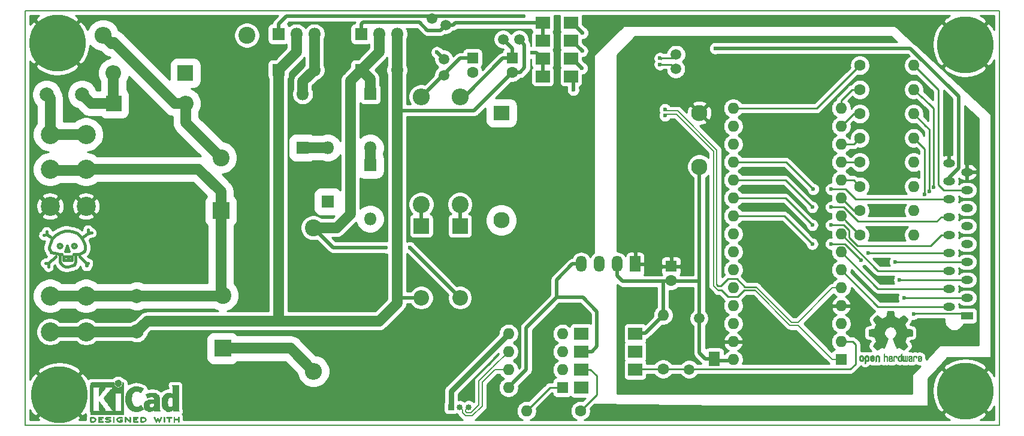
<source format=gbr>
G04 #@! TF.GenerationSoftware,KiCad,Pcbnew,5.1.5-52549c5~84~ubuntu18.04.1*
G04 #@! TF.CreationDate,2020-02-27T22:51:20+01:00*
G04 #@! TF.ProjectId,VFD,5646442e-6b69-4636-9164-5f7063625858,rev?*
G04 #@! TF.SameCoordinates,Original*
G04 #@! TF.FileFunction,Copper,L1,Top*
G04 #@! TF.FilePolarity,Positive*
%FSLAX46Y46*%
G04 Gerber Fmt 4.6, Leading zero omitted, Abs format (unit mm)*
G04 Created by KiCad (PCBNEW 5.1.5-52549c5~84~ubuntu18.04.1) date 2020-02-27 22:51:20*
%MOMM*%
%LPD*%
G04 APERTURE LIST*
%ADD10C,0.150000*%
%ADD11C,0.010000*%
%ADD12C,0.381000*%
%ADD13C,1.500000*%
%ADD14O,2.400000X2.400000*%
%ADD15C,2.400000*%
%ADD16O,1.600000X1.600000*%
%ADD17R,1.600000X1.600000*%
%ADD18R,2.000000X1.780000*%
%ADD19O,1.500000X2.300000*%
%ADD20R,1.500000X2.300000*%
%ADD21R,2.000000X1.700000*%
%ADD22C,1.600000*%
%ADD23C,2.700000*%
%ADD24R,1.600000X2.000000*%
%ADD25C,2.000000*%
%ADD26O,2.200000X2.200000*%
%ADD27R,2.200000X2.200000*%
%ADD28O,1.800000X1.800000*%
%ADD29R,1.800000X1.800000*%
%ADD30C,2.300000*%
%ADD31R,2.300000X2.000000*%
%ADD32C,0.900000*%
%ADD33C,8.000000*%
%ADD34C,0.850000*%
%ADD35R,0.850000X0.850000*%
%ADD36R,1.700000X1.120000*%
%ADD37O,1.700000X1.120000*%
%ADD38R,2.400000X2.400000*%
%ADD39C,0.600000*%
%ADD40C,0.250000*%
%ADD41C,0.500000*%
%ADD42C,1.500000*%
%ADD43C,0.750000*%
%ADD44C,0.200000*%
%ADD45C,0.254000*%
G04 APERTURE END LIST*
D10*
X173990000Y-93472000D02*
X36322000Y-93472000D01*
X173990000Y-34798000D02*
X173990000Y-93472000D01*
X36322000Y-93472000D02*
X36322000Y-34798000D01*
X36322000Y-34798000D02*
X173990000Y-34798000D01*
D11*
G36*
X58044823Y-92317533D02*
G01*
X58076202Y-92339776D01*
X58103911Y-92367485D01*
X58103911Y-92676920D01*
X58103838Y-92768799D01*
X58103495Y-92840840D01*
X58102692Y-92895780D01*
X58101241Y-92936360D01*
X58098952Y-92965317D01*
X58095636Y-92985391D01*
X58091105Y-92999321D01*
X58085169Y-93009845D01*
X58080514Y-93016100D01*
X58049783Y-93040673D01*
X58014496Y-93043341D01*
X57982245Y-93028271D01*
X57971588Y-93019374D01*
X57964464Y-93007557D01*
X57960167Y-92988526D01*
X57957991Y-92957992D01*
X57957228Y-92911662D01*
X57957155Y-92875871D01*
X57957155Y-92741045D01*
X57460444Y-92741045D01*
X57460444Y-92863700D01*
X57459931Y-92919787D01*
X57457876Y-92958333D01*
X57453508Y-92984361D01*
X57446056Y-93002897D01*
X57437047Y-93016100D01*
X57406144Y-93040604D01*
X57371196Y-93043506D01*
X57337738Y-93026089D01*
X57328604Y-93016959D01*
X57322152Y-93004855D01*
X57317897Y-92986001D01*
X57315352Y-92956620D01*
X57314029Y-92912937D01*
X57313443Y-92851175D01*
X57313375Y-92837000D01*
X57312891Y-92720631D01*
X57312641Y-92624727D01*
X57312723Y-92547177D01*
X57313231Y-92485869D01*
X57314262Y-92438690D01*
X57315913Y-92403530D01*
X57318279Y-92378276D01*
X57321457Y-92360817D01*
X57325544Y-92349041D01*
X57330634Y-92340835D01*
X57336266Y-92334645D01*
X57368128Y-92314844D01*
X57401357Y-92317533D01*
X57432735Y-92339776D01*
X57445433Y-92354126D01*
X57453526Y-92369978D01*
X57458042Y-92392554D01*
X57460006Y-92427078D01*
X57460444Y-92478776D01*
X57460444Y-92594289D01*
X57957155Y-92594289D01*
X57957155Y-92475756D01*
X57957662Y-92421148D01*
X57959698Y-92384275D01*
X57964035Y-92360307D01*
X57971447Y-92344415D01*
X57979733Y-92334645D01*
X58011594Y-92314844D01*
X58044823Y-92317533D01*
G37*
X58044823Y-92317533D02*
X58076202Y-92339776D01*
X58103911Y-92367485D01*
X58103911Y-92676920D01*
X58103838Y-92768799D01*
X58103495Y-92840840D01*
X58102692Y-92895780D01*
X58101241Y-92936360D01*
X58098952Y-92965317D01*
X58095636Y-92985391D01*
X58091105Y-92999321D01*
X58085169Y-93009845D01*
X58080514Y-93016100D01*
X58049783Y-93040673D01*
X58014496Y-93043341D01*
X57982245Y-93028271D01*
X57971588Y-93019374D01*
X57964464Y-93007557D01*
X57960167Y-92988526D01*
X57957991Y-92957992D01*
X57957228Y-92911662D01*
X57957155Y-92875871D01*
X57957155Y-92741045D01*
X57460444Y-92741045D01*
X57460444Y-92863700D01*
X57459931Y-92919787D01*
X57457876Y-92958333D01*
X57453508Y-92984361D01*
X57446056Y-93002897D01*
X57437047Y-93016100D01*
X57406144Y-93040604D01*
X57371196Y-93043506D01*
X57337738Y-93026089D01*
X57328604Y-93016959D01*
X57322152Y-93004855D01*
X57317897Y-92986001D01*
X57315352Y-92956620D01*
X57314029Y-92912937D01*
X57313443Y-92851175D01*
X57313375Y-92837000D01*
X57312891Y-92720631D01*
X57312641Y-92624727D01*
X57312723Y-92547177D01*
X57313231Y-92485869D01*
X57314262Y-92438690D01*
X57315913Y-92403530D01*
X57318279Y-92378276D01*
X57321457Y-92360817D01*
X57325544Y-92349041D01*
X57330634Y-92340835D01*
X57336266Y-92334645D01*
X57368128Y-92314844D01*
X57401357Y-92317533D01*
X57432735Y-92339776D01*
X57445433Y-92354126D01*
X57453526Y-92369978D01*
X57458042Y-92392554D01*
X57460006Y-92427078D01*
X57460444Y-92478776D01*
X57460444Y-92594289D01*
X57957155Y-92594289D01*
X57957155Y-92475756D01*
X57957662Y-92421148D01*
X57959698Y-92384275D01*
X57964035Y-92360307D01*
X57971447Y-92344415D01*
X57979733Y-92334645D01*
X58011594Y-92314844D01*
X58044823Y-92317533D01*
G36*
X56779065Y-92312163D02*
G01*
X56857772Y-92312542D01*
X56918863Y-92313333D01*
X56964817Y-92314670D01*
X56998114Y-92316683D01*
X57021236Y-92319506D01*
X57036662Y-92323269D01*
X57046871Y-92328105D01*
X57051813Y-92331822D01*
X57077457Y-92364358D01*
X57080559Y-92398138D01*
X57064711Y-92428826D01*
X57054348Y-92441089D01*
X57043196Y-92449450D01*
X57027035Y-92454657D01*
X57001642Y-92457457D01*
X56962798Y-92458596D01*
X56906280Y-92458821D01*
X56895180Y-92458822D01*
X56749244Y-92458822D01*
X56749244Y-92729756D01*
X56749148Y-92815154D01*
X56748711Y-92880864D01*
X56747712Y-92929774D01*
X56745928Y-92964773D01*
X56743137Y-92988749D01*
X56739117Y-93004593D01*
X56733645Y-93015191D01*
X56726666Y-93023267D01*
X56693734Y-93043112D01*
X56659354Y-93041548D01*
X56628176Y-93018906D01*
X56625886Y-93016100D01*
X56618429Y-93005492D01*
X56612747Y-92993081D01*
X56608601Y-92975850D01*
X56605750Y-92950784D01*
X56603954Y-92914867D01*
X56602972Y-92865083D01*
X56602564Y-92798417D01*
X56602489Y-92722589D01*
X56602489Y-92458822D01*
X56463127Y-92458822D01*
X56403322Y-92458418D01*
X56361918Y-92456840D01*
X56334748Y-92453547D01*
X56317646Y-92447992D01*
X56306443Y-92439631D01*
X56305083Y-92438178D01*
X56288725Y-92404939D01*
X56290172Y-92367362D01*
X56308978Y-92334645D01*
X56316250Y-92328298D01*
X56325627Y-92323266D01*
X56339609Y-92319396D01*
X56360696Y-92316537D01*
X56391389Y-92314535D01*
X56434189Y-92313239D01*
X56491595Y-92312498D01*
X56566110Y-92312158D01*
X56660233Y-92312068D01*
X56680260Y-92312067D01*
X56779065Y-92312163D01*
G37*
X56779065Y-92312163D02*
X56857772Y-92312542D01*
X56918863Y-92313333D01*
X56964817Y-92314670D01*
X56998114Y-92316683D01*
X57021236Y-92319506D01*
X57036662Y-92323269D01*
X57046871Y-92328105D01*
X57051813Y-92331822D01*
X57077457Y-92364358D01*
X57080559Y-92398138D01*
X57064711Y-92428826D01*
X57054348Y-92441089D01*
X57043196Y-92449450D01*
X57027035Y-92454657D01*
X57001642Y-92457457D01*
X56962798Y-92458596D01*
X56906280Y-92458821D01*
X56895180Y-92458822D01*
X56749244Y-92458822D01*
X56749244Y-92729756D01*
X56749148Y-92815154D01*
X56748711Y-92880864D01*
X56747712Y-92929774D01*
X56745928Y-92964773D01*
X56743137Y-92988749D01*
X56739117Y-93004593D01*
X56733645Y-93015191D01*
X56726666Y-93023267D01*
X56693734Y-93043112D01*
X56659354Y-93041548D01*
X56628176Y-93018906D01*
X56625886Y-93016100D01*
X56618429Y-93005492D01*
X56612747Y-92993081D01*
X56608601Y-92975850D01*
X56605750Y-92950784D01*
X56603954Y-92914867D01*
X56602972Y-92865083D01*
X56602564Y-92798417D01*
X56602489Y-92722589D01*
X56602489Y-92458822D01*
X56463127Y-92458822D01*
X56403322Y-92458418D01*
X56361918Y-92456840D01*
X56334748Y-92453547D01*
X56317646Y-92447992D01*
X56306443Y-92439631D01*
X56305083Y-92438178D01*
X56288725Y-92404939D01*
X56290172Y-92367362D01*
X56308978Y-92334645D01*
X56316250Y-92328298D01*
X56325627Y-92323266D01*
X56339609Y-92319396D01*
X56360696Y-92316537D01*
X56391389Y-92314535D01*
X56434189Y-92313239D01*
X56491595Y-92312498D01*
X56566110Y-92312158D01*
X56660233Y-92312068D01*
X56680260Y-92312067D01*
X56779065Y-92312163D01*
G36*
X56004614Y-92318877D02*
G01*
X56028327Y-92333647D01*
X56054978Y-92355227D01*
X56054978Y-92676773D01*
X56054893Y-92770830D01*
X56054529Y-92844932D01*
X56053724Y-92901704D01*
X56052313Y-92943768D01*
X56050133Y-92973748D01*
X56047021Y-92994267D01*
X56042814Y-93007949D01*
X56037348Y-93017416D01*
X56033472Y-93022082D01*
X56002034Y-93042575D01*
X55966233Y-93041739D01*
X55934873Y-93024264D01*
X55908222Y-93002684D01*
X55908222Y-92355227D01*
X55934873Y-92333647D01*
X55960594Y-92317949D01*
X55981600Y-92312067D01*
X56004614Y-92318877D01*
G37*
X56004614Y-92318877D02*
X56028327Y-92333647D01*
X56054978Y-92355227D01*
X56054978Y-92676773D01*
X56054893Y-92770830D01*
X56054529Y-92844932D01*
X56053724Y-92901704D01*
X56052313Y-92943768D01*
X56050133Y-92973748D01*
X56047021Y-92994267D01*
X56042814Y-93007949D01*
X56037348Y-93017416D01*
X56033472Y-93022082D01*
X56002034Y-93042575D01*
X55966233Y-93041739D01*
X55934873Y-93024264D01*
X55908222Y-93002684D01*
X55908222Y-92355227D01*
X55934873Y-92333647D01*
X55960594Y-92317949D01*
X55981600Y-92312067D01*
X56004614Y-92318877D01*
G36*
X55560665Y-92314034D02*
G01*
X55580255Y-92321035D01*
X55581010Y-92321377D01*
X55607613Y-92341678D01*
X55622270Y-92362561D01*
X55625138Y-92372352D01*
X55624996Y-92385361D01*
X55620961Y-92403895D01*
X55612146Y-92430257D01*
X55597669Y-92466752D01*
X55576645Y-92515687D01*
X55548188Y-92579365D01*
X55511415Y-92660093D01*
X55491175Y-92704216D01*
X55454625Y-92782985D01*
X55420315Y-92855423D01*
X55389552Y-92918880D01*
X55363648Y-92970708D01*
X55343910Y-93008259D01*
X55331650Y-93028884D01*
X55329224Y-93031733D01*
X55298183Y-93044302D01*
X55263121Y-93042619D01*
X55235000Y-93027332D01*
X55233854Y-93026089D01*
X55222668Y-93009154D01*
X55203904Y-92976170D01*
X55179875Y-92931380D01*
X55152897Y-92879032D01*
X55143201Y-92859742D01*
X55070014Y-92713150D01*
X54990240Y-92872393D01*
X54961767Y-92927415D01*
X54935350Y-92975132D01*
X54913148Y-93011893D01*
X54897319Y-93034044D01*
X54891954Y-93038741D01*
X54850257Y-93045102D01*
X54815849Y-93031733D01*
X54805728Y-93017446D01*
X54788214Y-92985692D01*
X54764735Y-92939597D01*
X54736720Y-92882285D01*
X54705599Y-92816880D01*
X54672799Y-92746507D01*
X54639750Y-92674291D01*
X54607881Y-92603355D01*
X54578619Y-92536825D01*
X54553395Y-92477826D01*
X54533636Y-92429481D01*
X54520772Y-92394915D01*
X54516231Y-92377253D01*
X54516277Y-92376613D01*
X54527326Y-92354388D01*
X54549410Y-92331753D01*
X54550710Y-92330768D01*
X54577853Y-92315425D01*
X54602958Y-92315574D01*
X54612368Y-92318466D01*
X54623834Y-92324718D01*
X54636010Y-92337014D01*
X54650357Y-92357908D01*
X54668336Y-92389949D01*
X54691407Y-92435688D01*
X54721030Y-92497677D01*
X54747745Y-92554898D01*
X54778480Y-92621226D01*
X54806021Y-92680874D01*
X54828938Y-92730725D01*
X54845798Y-92767664D01*
X54855173Y-92788573D01*
X54856540Y-92791845D01*
X54862689Y-92786497D01*
X54876822Y-92764109D01*
X54897057Y-92727946D01*
X54921515Y-92681277D01*
X54931248Y-92662022D01*
X54964217Y-92597004D01*
X54989643Y-92549654D01*
X55009612Y-92517219D01*
X55026210Y-92496946D01*
X55041524Y-92486082D01*
X55057640Y-92481875D01*
X55068143Y-92481400D01*
X55086670Y-92483042D01*
X55102904Y-92489831D01*
X55119035Y-92504566D01*
X55137251Y-92530044D01*
X55159739Y-92569061D01*
X55188689Y-92624414D01*
X55204662Y-92655903D01*
X55230570Y-92706087D01*
X55253167Y-92747704D01*
X55270458Y-92777242D01*
X55280450Y-92791189D01*
X55281809Y-92791770D01*
X55288261Y-92780793D01*
X55302708Y-92752290D01*
X55323703Y-92709244D01*
X55349797Y-92654638D01*
X55379546Y-92591454D01*
X55394180Y-92560071D01*
X55432250Y-92479078D01*
X55462905Y-92416756D01*
X55487737Y-92371071D01*
X55508337Y-92339989D01*
X55526298Y-92321478D01*
X55543210Y-92313504D01*
X55560665Y-92314034D01*
G37*
X55560665Y-92314034D02*
X55580255Y-92321035D01*
X55581010Y-92321377D01*
X55607613Y-92341678D01*
X55622270Y-92362561D01*
X55625138Y-92372352D01*
X55624996Y-92385361D01*
X55620961Y-92403895D01*
X55612146Y-92430257D01*
X55597669Y-92466752D01*
X55576645Y-92515687D01*
X55548188Y-92579365D01*
X55511415Y-92660093D01*
X55491175Y-92704216D01*
X55454625Y-92782985D01*
X55420315Y-92855423D01*
X55389552Y-92918880D01*
X55363648Y-92970708D01*
X55343910Y-93008259D01*
X55331650Y-93028884D01*
X55329224Y-93031733D01*
X55298183Y-93044302D01*
X55263121Y-93042619D01*
X55235000Y-93027332D01*
X55233854Y-93026089D01*
X55222668Y-93009154D01*
X55203904Y-92976170D01*
X55179875Y-92931380D01*
X55152897Y-92879032D01*
X55143201Y-92859742D01*
X55070014Y-92713150D01*
X54990240Y-92872393D01*
X54961767Y-92927415D01*
X54935350Y-92975132D01*
X54913148Y-93011893D01*
X54897319Y-93034044D01*
X54891954Y-93038741D01*
X54850257Y-93045102D01*
X54815849Y-93031733D01*
X54805728Y-93017446D01*
X54788214Y-92985692D01*
X54764735Y-92939597D01*
X54736720Y-92882285D01*
X54705599Y-92816880D01*
X54672799Y-92746507D01*
X54639750Y-92674291D01*
X54607881Y-92603355D01*
X54578619Y-92536825D01*
X54553395Y-92477826D01*
X54533636Y-92429481D01*
X54520772Y-92394915D01*
X54516231Y-92377253D01*
X54516277Y-92376613D01*
X54527326Y-92354388D01*
X54549410Y-92331753D01*
X54550710Y-92330768D01*
X54577853Y-92315425D01*
X54602958Y-92315574D01*
X54612368Y-92318466D01*
X54623834Y-92324718D01*
X54636010Y-92337014D01*
X54650357Y-92357908D01*
X54668336Y-92389949D01*
X54691407Y-92435688D01*
X54721030Y-92497677D01*
X54747745Y-92554898D01*
X54778480Y-92621226D01*
X54806021Y-92680874D01*
X54828938Y-92730725D01*
X54845798Y-92767664D01*
X54855173Y-92788573D01*
X54856540Y-92791845D01*
X54862689Y-92786497D01*
X54876822Y-92764109D01*
X54897057Y-92727946D01*
X54921515Y-92681277D01*
X54931248Y-92662022D01*
X54964217Y-92597004D01*
X54989643Y-92549654D01*
X55009612Y-92517219D01*
X55026210Y-92496946D01*
X55041524Y-92486082D01*
X55057640Y-92481875D01*
X55068143Y-92481400D01*
X55086670Y-92483042D01*
X55102904Y-92489831D01*
X55119035Y-92504566D01*
X55137251Y-92530044D01*
X55159739Y-92569061D01*
X55188689Y-92624414D01*
X55204662Y-92655903D01*
X55230570Y-92706087D01*
X55253167Y-92747704D01*
X55270458Y-92777242D01*
X55280450Y-92791189D01*
X55281809Y-92791770D01*
X55288261Y-92780793D01*
X55302708Y-92752290D01*
X55323703Y-92709244D01*
X55349797Y-92654638D01*
X55379546Y-92591454D01*
X55394180Y-92560071D01*
X55432250Y-92479078D01*
X55462905Y-92416756D01*
X55487737Y-92371071D01*
X55508337Y-92339989D01*
X55526298Y-92321478D01*
X55543210Y-92313504D01*
X55560665Y-92314034D01*
G36*
X52834309Y-92312275D02*
G01*
X52963288Y-92316636D01*
X53072991Y-92329861D01*
X53165226Y-92352741D01*
X53241802Y-92386070D01*
X53304527Y-92430638D01*
X53355212Y-92487236D01*
X53395663Y-92556658D01*
X53396459Y-92558351D01*
X53420601Y-92620483D01*
X53429203Y-92675509D01*
X53422231Y-92730887D01*
X53399654Y-92794073D01*
X53395372Y-92803689D01*
X53366172Y-92859966D01*
X53333356Y-92903451D01*
X53291002Y-92940417D01*
X53233190Y-92977135D01*
X53229831Y-92979052D01*
X53179504Y-93003227D01*
X53122621Y-93021282D01*
X53055527Y-93033839D01*
X52974565Y-93041522D01*
X52876082Y-93044953D01*
X52841286Y-93045251D01*
X52675594Y-93045845D01*
X52652197Y-93016100D01*
X52645257Y-93006319D01*
X52639842Y-92994897D01*
X52635765Y-92979095D01*
X52632837Y-92956175D01*
X52630867Y-92923396D01*
X52630225Y-92899089D01*
X52786844Y-92899089D01*
X52880726Y-92899089D01*
X52935664Y-92897483D01*
X52992060Y-92893255D01*
X53038345Y-92887292D01*
X53041139Y-92886790D01*
X53123348Y-92864736D01*
X53187114Y-92831600D01*
X53234452Y-92785847D01*
X53267382Y-92725939D01*
X53273108Y-92710061D01*
X53278721Y-92685333D01*
X53276291Y-92660902D01*
X53264467Y-92628400D01*
X53257340Y-92612434D01*
X53234000Y-92570006D01*
X53205880Y-92540240D01*
X53174940Y-92519511D01*
X53112966Y-92492537D01*
X53033651Y-92472998D01*
X52941253Y-92461746D01*
X52874333Y-92459270D01*
X52786844Y-92458822D01*
X52786844Y-92899089D01*
X52630225Y-92899089D01*
X52629668Y-92878021D01*
X52629050Y-92817311D01*
X52628825Y-92738526D01*
X52628800Y-92676920D01*
X52628800Y-92367485D01*
X52656509Y-92339776D01*
X52668806Y-92328544D01*
X52682103Y-92320853D01*
X52700672Y-92316040D01*
X52728786Y-92313446D01*
X52770717Y-92312410D01*
X52830737Y-92312270D01*
X52834309Y-92312275D01*
G37*
X52834309Y-92312275D02*
X52963288Y-92316636D01*
X53072991Y-92329861D01*
X53165226Y-92352741D01*
X53241802Y-92386070D01*
X53304527Y-92430638D01*
X53355212Y-92487236D01*
X53395663Y-92556658D01*
X53396459Y-92558351D01*
X53420601Y-92620483D01*
X53429203Y-92675509D01*
X53422231Y-92730887D01*
X53399654Y-92794073D01*
X53395372Y-92803689D01*
X53366172Y-92859966D01*
X53333356Y-92903451D01*
X53291002Y-92940417D01*
X53233190Y-92977135D01*
X53229831Y-92979052D01*
X53179504Y-93003227D01*
X53122621Y-93021282D01*
X53055527Y-93033839D01*
X52974565Y-93041522D01*
X52876082Y-93044953D01*
X52841286Y-93045251D01*
X52675594Y-93045845D01*
X52652197Y-93016100D01*
X52645257Y-93006319D01*
X52639842Y-92994897D01*
X52635765Y-92979095D01*
X52632837Y-92956175D01*
X52630867Y-92923396D01*
X52630225Y-92899089D01*
X52786844Y-92899089D01*
X52880726Y-92899089D01*
X52935664Y-92897483D01*
X52992060Y-92893255D01*
X53038345Y-92887292D01*
X53041139Y-92886790D01*
X53123348Y-92864736D01*
X53187114Y-92831600D01*
X53234452Y-92785847D01*
X53267382Y-92725939D01*
X53273108Y-92710061D01*
X53278721Y-92685333D01*
X53276291Y-92660902D01*
X53264467Y-92628400D01*
X53257340Y-92612434D01*
X53234000Y-92570006D01*
X53205880Y-92540240D01*
X53174940Y-92519511D01*
X53112966Y-92492537D01*
X53033651Y-92472998D01*
X52941253Y-92461746D01*
X52874333Y-92459270D01*
X52786844Y-92458822D01*
X52786844Y-92899089D01*
X52630225Y-92899089D01*
X52629668Y-92878021D01*
X52629050Y-92817311D01*
X52628825Y-92738526D01*
X52628800Y-92676920D01*
X52628800Y-92367485D01*
X52656509Y-92339776D01*
X52668806Y-92328544D01*
X52682103Y-92320853D01*
X52700672Y-92316040D01*
X52728786Y-92313446D01*
X52770717Y-92312410D01*
X52830737Y-92312270D01*
X52834309Y-92312275D01*
G36*
X52046343Y-92312260D02*
G01*
X52122701Y-92313174D01*
X52181217Y-92315311D01*
X52224255Y-92319175D01*
X52254183Y-92325267D01*
X52273368Y-92334090D01*
X52284176Y-92346146D01*
X52288973Y-92361939D01*
X52290127Y-92381970D01*
X52290133Y-92384335D01*
X52289131Y-92406992D01*
X52284396Y-92424503D01*
X52273333Y-92437574D01*
X52253348Y-92446913D01*
X52221846Y-92453227D01*
X52176232Y-92457222D01*
X52113913Y-92459606D01*
X52032293Y-92461086D01*
X52007277Y-92461414D01*
X51765200Y-92464467D01*
X51761814Y-92529378D01*
X51758429Y-92594289D01*
X51926576Y-92594289D01*
X51992266Y-92594531D01*
X52039172Y-92595556D01*
X52071083Y-92597811D01*
X52091791Y-92601742D01*
X52105084Y-92607798D01*
X52114755Y-92616424D01*
X52114817Y-92616493D01*
X52132356Y-92650112D01*
X52131722Y-92686448D01*
X52113314Y-92717423D01*
X52109671Y-92720607D01*
X52096741Y-92728812D01*
X52079024Y-92734521D01*
X52052570Y-92738162D01*
X52013432Y-92740167D01*
X51957662Y-92740964D01*
X51921994Y-92741045D01*
X51759555Y-92741045D01*
X51759555Y-92899089D01*
X52006161Y-92899089D01*
X52087580Y-92899231D01*
X52149410Y-92899814D01*
X52194637Y-92901068D01*
X52226248Y-92903227D01*
X52247231Y-92906523D01*
X52260573Y-92911189D01*
X52269261Y-92917457D01*
X52271450Y-92919733D01*
X52287614Y-92951280D01*
X52288797Y-92987168D01*
X52275536Y-93018285D01*
X52265043Y-93028271D01*
X52254129Y-93033769D01*
X52237217Y-93038022D01*
X52211633Y-93041180D01*
X52174701Y-93043392D01*
X52123746Y-93044806D01*
X52056094Y-93045572D01*
X51969069Y-93045838D01*
X51949394Y-93045845D01*
X51860911Y-93045787D01*
X51792227Y-93045467D01*
X51740564Y-93044667D01*
X51703145Y-93043167D01*
X51677190Y-93040749D01*
X51659922Y-93037194D01*
X51648562Y-93032282D01*
X51640332Y-93025795D01*
X51635817Y-93021138D01*
X51629021Y-93012889D01*
X51623712Y-93002669D01*
X51619706Y-92987800D01*
X51616821Y-92965602D01*
X51614874Y-92933393D01*
X51613681Y-92888496D01*
X51613061Y-92828228D01*
X51612829Y-92749911D01*
X51612800Y-92683994D01*
X51612871Y-92591628D01*
X51613208Y-92519117D01*
X51613998Y-92463737D01*
X51615426Y-92422765D01*
X51617679Y-92393478D01*
X51620943Y-92373153D01*
X51625404Y-92359066D01*
X51631248Y-92348495D01*
X51636197Y-92341811D01*
X51659594Y-92312067D01*
X51949774Y-92312067D01*
X52046343Y-92312260D01*
G37*
X52046343Y-92312260D02*
X52122701Y-92313174D01*
X52181217Y-92315311D01*
X52224255Y-92319175D01*
X52254183Y-92325267D01*
X52273368Y-92334090D01*
X52284176Y-92346146D01*
X52288973Y-92361939D01*
X52290127Y-92381970D01*
X52290133Y-92384335D01*
X52289131Y-92406992D01*
X52284396Y-92424503D01*
X52273333Y-92437574D01*
X52253348Y-92446913D01*
X52221846Y-92453227D01*
X52176232Y-92457222D01*
X52113913Y-92459606D01*
X52032293Y-92461086D01*
X52007277Y-92461414D01*
X51765200Y-92464467D01*
X51761814Y-92529378D01*
X51758429Y-92594289D01*
X51926576Y-92594289D01*
X51992266Y-92594531D01*
X52039172Y-92595556D01*
X52071083Y-92597811D01*
X52091791Y-92601742D01*
X52105084Y-92607798D01*
X52114755Y-92616424D01*
X52114817Y-92616493D01*
X52132356Y-92650112D01*
X52131722Y-92686448D01*
X52113314Y-92717423D01*
X52109671Y-92720607D01*
X52096741Y-92728812D01*
X52079024Y-92734521D01*
X52052570Y-92738162D01*
X52013432Y-92740167D01*
X51957662Y-92740964D01*
X51921994Y-92741045D01*
X51759555Y-92741045D01*
X51759555Y-92899089D01*
X52006161Y-92899089D01*
X52087580Y-92899231D01*
X52149410Y-92899814D01*
X52194637Y-92901068D01*
X52226248Y-92903227D01*
X52247231Y-92906523D01*
X52260573Y-92911189D01*
X52269261Y-92917457D01*
X52271450Y-92919733D01*
X52287614Y-92951280D01*
X52288797Y-92987168D01*
X52275536Y-93018285D01*
X52265043Y-93028271D01*
X52254129Y-93033769D01*
X52237217Y-93038022D01*
X52211633Y-93041180D01*
X52174701Y-93043392D01*
X52123746Y-93044806D01*
X52056094Y-93045572D01*
X51969069Y-93045838D01*
X51949394Y-93045845D01*
X51860911Y-93045787D01*
X51792227Y-93045467D01*
X51740564Y-93044667D01*
X51703145Y-93043167D01*
X51677190Y-93040749D01*
X51659922Y-93037194D01*
X51648562Y-93032282D01*
X51640332Y-93025795D01*
X51635817Y-93021138D01*
X51629021Y-93012889D01*
X51623712Y-93002669D01*
X51619706Y-92987800D01*
X51616821Y-92965602D01*
X51614874Y-92933393D01*
X51613681Y-92888496D01*
X51613061Y-92828228D01*
X51612829Y-92749911D01*
X51612800Y-92683994D01*
X51612871Y-92591628D01*
X51613208Y-92519117D01*
X51613998Y-92463737D01*
X51615426Y-92422765D01*
X51617679Y-92393478D01*
X51620943Y-92373153D01*
X51625404Y-92359066D01*
X51631248Y-92348495D01*
X51636197Y-92341811D01*
X51659594Y-92312067D01*
X51949774Y-92312067D01*
X52046343Y-92312260D01*
G36*
X50515886Y-92316448D02*
G01*
X50539452Y-92330273D01*
X50570265Y-92352881D01*
X50609922Y-92385338D01*
X50660020Y-92428708D01*
X50722157Y-92484058D01*
X50797928Y-92552451D01*
X50884666Y-92631084D01*
X51065289Y-92794878D01*
X51070933Y-92575029D01*
X51072971Y-92499351D01*
X51074937Y-92442994D01*
X51077266Y-92402706D01*
X51080394Y-92375235D01*
X51084755Y-92357329D01*
X51090784Y-92345737D01*
X51098916Y-92337208D01*
X51103228Y-92333623D01*
X51137759Y-92314670D01*
X51170617Y-92317441D01*
X51196682Y-92333633D01*
X51223333Y-92355199D01*
X51226648Y-92670151D01*
X51227565Y-92762779D01*
X51228032Y-92835544D01*
X51227887Y-92891161D01*
X51226968Y-92932342D01*
X51225113Y-92961803D01*
X51222161Y-92982255D01*
X51217950Y-92996413D01*
X51212318Y-93006991D01*
X51206073Y-93015474D01*
X51192561Y-93031207D01*
X51179117Y-93041636D01*
X51163876Y-93045639D01*
X51144974Y-93042094D01*
X51120545Y-93029879D01*
X51088727Y-93007871D01*
X51047652Y-92974949D01*
X50995458Y-92929991D01*
X50930278Y-92871875D01*
X50856444Y-92805099D01*
X50591155Y-92564458D01*
X50585511Y-92783589D01*
X50583469Y-92859128D01*
X50581498Y-92915354D01*
X50579161Y-92955524D01*
X50576019Y-92982896D01*
X50571636Y-93000728D01*
X50565576Y-93012279D01*
X50557400Y-93020807D01*
X50553216Y-93024282D01*
X50516235Y-93043372D01*
X50481292Y-93040493D01*
X50450864Y-93016100D01*
X50443903Y-93006286D01*
X50438477Y-92994826D01*
X50434397Y-92978968D01*
X50431471Y-92955963D01*
X50429508Y-92923062D01*
X50428317Y-92877516D01*
X50427708Y-92816573D01*
X50427489Y-92737486D01*
X50427466Y-92678956D01*
X50427540Y-92587407D01*
X50427887Y-92515687D01*
X50428699Y-92461045D01*
X50430167Y-92420732D01*
X50432481Y-92391998D01*
X50435833Y-92372093D01*
X50440412Y-92358268D01*
X50446411Y-92347772D01*
X50450864Y-92341811D01*
X50462150Y-92327691D01*
X50472699Y-92317029D01*
X50484107Y-92310892D01*
X50497970Y-92310343D01*
X50515886Y-92316448D01*
G37*
X50515886Y-92316448D02*
X50539452Y-92330273D01*
X50570265Y-92352881D01*
X50609922Y-92385338D01*
X50660020Y-92428708D01*
X50722157Y-92484058D01*
X50797928Y-92552451D01*
X50884666Y-92631084D01*
X51065289Y-92794878D01*
X51070933Y-92575029D01*
X51072971Y-92499351D01*
X51074937Y-92442994D01*
X51077266Y-92402706D01*
X51080394Y-92375235D01*
X51084755Y-92357329D01*
X51090784Y-92345737D01*
X51098916Y-92337208D01*
X51103228Y-92333623D01*
X51137759Y-92314670D01*
X51170617Y-92317441D01*
X51196682Y-92333633D01*
X51223333Y-92355199D01*
X51226648Y-92670151D01*
X51227565Y-92762779D01*
X51228032Y-92835544D01*
X51227887Y-92891161D01*
X51226968Y-92932342D01*
X51225113Y-92961803D01*
X51222161Y-92982255D01*
X51217950Y-92996413D01*
X51212318Y-93006991D01*
X51206073Y-93015474D01*
X51192561Y-93031207D01*
X51179117Y-93041636D01*
X51163876Y-93045639D01*
X51144974Y-93042094D01*
X51120545Y-93029879D01*
X51088727Y-93007871D01*
X51047652Y-92974949D01*
X50995458Y-92929991D01*
X50930278Y-92871875D01*
X50856444Y-92805099D01*
X50591155Y-92564458D01*
X50585511Y-92783589D01*
X50583469Y-92859128D01*
X50581498Y-92915354D01*
X50579161Y-92955524D01*
X50576019Y-92982896D01*
X50571636Y-93000728D01*
X50565576Y-93012279D01*
X50557400Y-93020807D01*
X50553216Y-93024282D01*
X50516235Y-93043372D01*
X50481292Y-93040493D01*
X50450864Y-93016100D01*
X50443903Y-93006286D01*
X50438477Y-92994826D01*
X50434397Y-92978968D01*
X50431471Y-92955963D01*
X50429508Y-92923062D01*
X50428317Y-92877516D01*
X50427708Y-92816573D01*
X50427489Y-92737486D01*
X50427466Y-92678956D01*
X50427540Y-92587407D01*
X50427887Y-92515687D01*
X50428699Y-92461045D01*
X50430167Y-92420732D01*
X50432481Y-92391998D01*
X50435833Y-92372093D01*
X50440412Y-92358268D01*
X50446411Y-92347772D01*
X50450864Y-92341811D01*
X50462150Y-92327691D01*
X50472699Y-92317029D01*
X50484107Y-92310892D01*
X50497970Y-92310343D01*
X50515886Y-92316448D01*
G36*
X49865919Y-92317599D02*
G01*
X49934435Y-92329095D01*
X49987057Y-92346967D01*
X50021292Y-92370499D01*
X50030621Y-92383924D01*
X50040107Y-92415148D01*
X50033723Y-92443395D01*
X50013570Y-92470182D01*
X49982255Y-92482713D01*
X49936817Y-92481696D01*
X49901674Y-92474906D01*
X49823581Y-92461971D01*
X49743774Y-92460742D01*
X49654445Y-92471241D01*
X49629771Y-92475690D01*
X49546709Y-92499108D01*
X49481727Y-92533945D01*
X49435539Y-92579604D01*
X49408855Y-92635494D01*
X49403337Y-92664388D01*
X49406949Y-92723012D01*
X49430271Y-92774879D01*
X49471176Y-92818978D01*
X49527541Y-92854299D01*
X49597240Y-92879829D01*
X49678148Y-92894559D01*
X49768140Y-92897478D01*
X49865090Y-92887575D01*
X49870564Y-92886641D01*
X49909125Y-92879459D01*
X49930506Y-92872521D01*
X49939773Y-92862227D01*
X49941994Y-92844976D01*
X49942044Y-92835841D01*
X49942044Y-92797489D01*
X49873569Y-92797489D01*
X49813100Y-92793347D01*
X49771835Y-92780147D01*
X49747825Y-92756730D01*
X49739123Y-92721936D01*
X49739017Y-92717394D01*
X49744108Y-92687654D01*
X49761567Y-92666419D01*
X49794061Y-92652366D01*
X49844257Y-92644173D01*
X49892877Y-92641161D01*
X49963544Y-92639433D01*
X50014802Y-92642070D01*
X50049761Y-92651800D01*
X50071530Y-92671353D01*
X50083220Y-92703456D01*
X50087940Y-92750838D01*
X50088800Y-92813071D01*
X50087391Y-92882535D01*
X50083152Y-92929786D01*
X50076064Y-92955012D01*
X50074689Y-92956988D01*
X50035772Y-92988508D01*
X49978714Y-93013470D01*
X49907131Y-93031340D01*
X49824642Y-93041586D01*
X49734861Y-93043673D01*
X49641408Y-93037068D01*
X49586444Y-93028956D01*
X49500234Y-93004554D01*
X49420108Y-92964662D01*
X49353023Y-92912887D01*
X49342827Y-92902539D01*
X49309698Y-92859035D01*
X49279806Y-92805118D01*
X49256643Y-92748592D01*
X49243702Y-92697259D01*
X49242142Y-92677544D01*
X49248782Y-92636419D01*
X49266432Y-92585252D01*
X49291703Y-92531394D01*
X49321211Y-92482195D01*
X49347281Y-92449334D01*
X49408235Y-92400452D01*
X49487031Y-92361545D01*
X49580843Y-92333494D01*
X49686850Y-92317179D01*
X49784000Y-92313192D01*
X49865919Y-92317599D01*
G37*
X49865919Y-92317599D02*
X49934435Y-92329095D01*
X49987057Y-92346967D01*
X50021292Y-92370499D01*
X50030621Y-92383924D01*
X50040107Y-92415148D01*
X50033723Y-92443395D01*
X50013570Y-92470182D01*
X49982255Y-92482713D01*
X49936817Y-92481696D01*
X49901674Y-92474906D01*
X49823581Y-92461971D01*
X49743774Y-92460742D01*
X49654445Y-92471241D01*
X49629771Y-92475690D01*
X49546709Y-92499108D01*
X49481727Y-92533945D01*
X49435539Y-92579604D01*
X49408855Y-92635494D01*
X49403337Y-92664388D01*
X49406949Y-92723012D01*
X49430271Y-92774879D01*
X49471176Y-92818978D01*
X49527541Y-92854299D01*
X49597240Y-92879829D01*
X49678148Y-92894559D01*
X49768140Y-92897478D01*
X49865090Y-92887575D01*
X49870564Y-92886641D01*
X49909125Y-92879459D01*
X49930506Y-92872521D01*
X49939773Y-92862227D01*
X49941994Y-92844976D01*
X49942044Y-92835841D01*
X49942044Y-92797489D01*
X49873569Y-92797489D01*
X49813100Y-92793347D01*
X49771835Y-92780147D01*
X49747825Y-92756730D01*
X49739123Y-92721936D01*
X49739017Y-92717394D01*
X49744108Y-92687654D01*
X49761567Y-92666419D01*
X49794061Y-92652366D01*
X49844257Y-92644173D01*
X49892877Y-92641161D01*
X49963544Y-92639433D01*
X50014802Y-92642070D01*
X50049761Y-92651800D01*
X50071530Y-92671353D01*
X50083220Y-92703456D01*
X50087940Y-92750838D01*
X50088800Y-92813071D01*
X50087391Y-92882535D01*
X50083152Y-92929786D01*
X50076064Y-92955012D01*
X50074689Y-92956988D01*
X50035772Y-92988508D01*
X49978714Y-93013470D01*
X49907131Y-93031340D01*
X49824642Y-93041586D01*
X49734861Y-93043673D01*
X49641408Y-93037068D01*
X49586444Y-93028956D01*
X49500234Y-93004554D01*
X49420108Y-92964662D01*
X49353023Y-92912887D01*
X49342827Y-92902539D01*
X49309698Y-92859035D01*
X49279806Y-92805118D01*
X49256643Y-92748592D01*
X49243702Y-92697259D01*
X49242142Y-92677544D01*
X49248782Y-92636419D01*
X49266432Y-92585252D01*
X49291703Y-92531394D01*
X49321211Y-92482195D01*
X49347281Y-92449334D01*
X49408235Y-92400452D01*
X49487031Y-92361545D01*
X49580843Y-92333494D01*
X49686850Y-92317179D01*
X49784000Y-92313192D01*
X49865919Y-92317599D01*
G36*
X48892178Y-92334645D02*
G01*
X48898758Y-92342218D01*
X48903921Y-92351987D01*
X48907836Y-92366571D01*
X48910676Y-92388585D01*
X48912613Y-92420648D01*
X48913817Y-92465375D01*
X48914461Y-92525385D01*
X48914716Y-92603294D01*
X48914755Y-92678956D01*
X48914686Y-92772802D01*
X48914362Y-92846689D01*
X48913614Y-92903232D01*
X48912268Y-92945049D01*
X48910154Y-92974757D01*
X48907100Y-92994973D01*
X48902934Y-93008314D01*
X48897484Y-93017398D01*
X48892178Y-93023267D01*
X48859174Y-93042947D01*
X48824009Y-93041181D01*
X48792545Y-93019717D01*
X48785316Y-93011337D01*
X48779666Y-93001614D01*
X48775401Y-92987861D01*
X48772327Y-92967389D01*
X48770248Y-92937512D01*
X48768970Y-92895541D01*
X48768299Y-92838789D01*
X48768041Y-92764567D01*
X48768000Y-92680537D01*
X48768000Y-92367485D01*
X48795709Y-92339776D01*
X48829863Y-92316463D01*
X48862994Y-92315623D01*
X48892178Y-92334645D01*
G37*
X48892178Y-92334645D02*
X48898758Y-92342218D01*
X48903921Y-92351987D01*
X48907836Y-92366571D01*
X48910676Y-92388585D01*
X48912613Y-92420648D01*
X48913817Y-92465375D01*
X48914461Y-92525385D01*
X48914716Y-92603294D01*
X48914755Y-92678956D01*
X48914686Y-92772802D01*
X48914362Y-92846689D01*
X48913614Y-92903232D01*
X48912268Y-92945049D01*
X48910154Y-92974757D01*
X48907100Y-92994973D01*
X48902934Y-93008314D01*
X48897484Y-93017398D01*
X48892178Y-93023267D01*
X48859174Y-93042947D01*
X48824009Y-93041181D01*
X48792545Y-93019717D01*
X48785316Y-93011337D01*
X48779666Y-93001614D01*
X48775401Y-92987861D01*
X48772327Y-92967389D01*
X48770248Y-92937512D01*
X48768970Y-92895541D01*
X48768299Y-92838789D01*
X48768041Y-92764567D01*
X48768000Y-92680537D01*
X48768000Y-92367485D01*
X48795709Y-92339776D01*
X48829863Y-92316463D01*
X48862994Y-92315623D01*
X48892178Y-92334645D01*
G36*
X48124297Y-92313351D02*
G01*
X48199112Y-92318581D01*
X48268694Y-92326750D01*
X48328998Y-92337550D01*
X48375980Y-92350673D01*
X48405594Y-92365813D01*
X48410140Y-92370269D01*
X48425946Y-92404850D01*
X48421153Y-92440351D01*
X48396636Y-92470725D01*
X48395466Y-92471596D01*
X48381046Y-92480954D01*
X48365992Y-92485876D01*
X48344995Y-92486473D01*
X48312743Y-92482861D01*
X48263927Y-92475154D01*
X48260000Y-92474505D01*
X48187261Y-92465569D01*
X48108783Y-92461161D01*
X48030073Y-92461119D01*
X47956639Y-92465279D01*
X47893989Y-92473479D01*
X47847630Y-92485557D01*
X47844584Y-92486771D01*
X47810952Y-92505615D01*
X47799136Y-92524685D01*
X47808386Y-92543439D01*
X47837953Y-92561337D01*
X47887089Y-92577837D01*
X47955043Y-92592396D01*
X48000355Y-92599406D01*
X48094544Y-92612889D01*
X48169456Y-92625214D01*
X48228283Y-92637449D01*
X48274215Y-92650661D01*
X48310445Y-92665917D01*
X48340162Y-92684285D01*
X48366558Y-92706831D01*
X48387770Y-92728971D01*
X48412935Y-92759819D01*
X48425319Y-92786345D01*
X48429192Y-92819026D01*
X48429333Y-92830995D01*
X48426424Y-92870712D01*
X48414798Y-92900259D01*
X48394677Y-92926486D01*
X48353784Y-92966576D01*
X48308183Y-92997149D01*
X48254487Y-93019203D01*
X48189308Y-93033735D01*
X48109256Y-93041741D01*
X48010943Y-93044218D01*
X47994711Y-93044177D01*
X47929151Y-93042818D01*
X47864134Y-93039730D01*
X47806748Y-93035356D01*
X47764078Y-93030140D01*
X47760628Y-93029541D01*
X47718204Y-93019491D01*
X47682220Y-93006796D01*
X47661850Y-92995190D01*
X47642893Y-92964572D01*
X47641573Y-92928918D01*
X47657915Y-92897144D01*
X47661571Y-92893551D01*
X47676685Y-92882876D01*
X47695585Y-92878276D01*
X47724838Y-92879059D01*
X47760349Y-92883127D01*
X47800030Y-92886762D01*
X47855655Y-92889828D01*
X47920594Y-92892053D01*
X47988215Y-92893164D01*
X48006000Y-92893237D01*
X48073872Y-92892964D01*
X48123546Y-92891646D01*
X48159390Y-92888827D01*
X48185776Y-92884050D01*
X48207074Y-92876857D01*
X48219874Y-92870867D01*
X48248000Y-92854233D01*
X48265932Y-92839168D01*
X48268553Y-92834897D01*
X48263024Y-92817263D01*
X48236740Y-92800192D01*
X48191522Y-92784458D01*
X48129192Y-92770838D01*
X48110829Y-92767804D01*
X48014910Y-92752738D01*
X47938359Y-92740146D01*
X47878220Y-92729111D01*
X47831540Y-92718720D01*
X47795363Y-92708056D01*
X47766735Y-92696205D01*
X47742702Y-92682251D01*
X47720308Y-92665281D01*
X47696598Y-92644378D01*
X47688620Y-92637049D01*
X47660647Y-92609699D01*
X47645840Y-92588029D01*
X47640048Y-92563232D01*
X47639111Y-92531983D01*
X47649425Y-92470705D01*
X47680248Y-92418640D01*
X47731405Y-92375958D01*
X47802717Y-92342825D01*
X47853600Y-92327964D01*
X47908900Y-92318366D01*
X47975147Y-92312936D01*
X48048294Y-92311367D01*
X48124297Y-92313351D01*
G37*
X48124297Y-92313351D02*
X48199112Y-92318581D01*
X48268694Y-92326750D01*
X48328998Y-92337550D01*
X48375980Y-92350673D01*
X48405594Y-92365813D01*
X48410140Y-92370269D01*
X48425946Y-92404850D01*
X48421153Y-92440351D01*
X48396636Y-92470725D01*
X48395466Y-92471596D01*
X48381046Y-92480954D01*
X48365992Y-92485876D01*
X48344995Y-92486473D01*
X48312743Y-92482861D01*
X48263927Y-92475154D01*
X48260000Y-92474505D01*
X48187261Y-92465569D01*
X48108783Y-92461161D01*
X48030073Y-92461119D01*
X47956639Y-92465279D01*
X47893989Y-92473479D01*
X47847630Y-92485557D01*
X47844584Y-92486771D01*
X47810952Y-92505615D01*
X47799136Y-92524685D01*
X47808386Y-92543439D01*
X47837953Y-92561337D01*
X47887089Y-92577837D01*
X47955043Y-92592396D01*
X48000355Y-92599406D01*
X48094544Y-92612889D01*
X48169456Y-92625214D01*
X48228283Y-92637449D01*
X48274215Y-92650661D01*
X48310445Y-92665917D01*
X48340162Y-92684285D01*
X48366558Y-92706831D01*
X48387770Y-92728971D01*
X48412935Y-92759819D01*
X48425319Y-92786345D01*
X48429192Y-92819026D01*
X48429333Y-92830995D01*
X48426424Y-92870712D01*
X48414798Y-92900259D01*
X48394677Y-92926486D01*
X48353784Y-92966576D01*
X48308183Y-92997149D01*
X48254487Y-93019203D01*
X48189308Y-93033735D01*
X48109256Y-93041741D01*
X48010943Y-93044218D01*
X47994711Y-93044177D01*
X47929151Y-93042818D01*
X47864134Y-93039730D01*
X47806748Y-93035356D01*
X47764078Y-93030140D01*
X47760628Y-93029541D01*
X47718204Y-93019491D01*
X47682220Y-93006796D01*
X47661850Y-92995190D01*
X47642893Y-92964572D01*
X47641573Y-92928918D01*
X47657915Y-92897144D01*
X47661571Y-92893551D01*
X47676685Y-92882876D01*
X47695585Y-92878276D01*
X47724838Y-92879059D01*
X47760349Y-92883127D01*
X47800030Y-92886762D01*
X47855655Y-92889828D01*
X47920594Y-92892053D01*
X47988215Y-92893164D01*
X48006000Y-92893237D01*
X48073872Y-92892964D01*
X48123546Y-92891646D01*
X48159390Y-92888827D01*
X48185776Y-92884050D01*
X48207074Y-92876857D01*
X48219874Y-92870867D01*
X48248000Y-92854233D01*
X48265932Y-92839168D01*
X48268553Y-92834897D01*
X48263024Y-92817263D01*
X48236740Y-92800192D01*
X48191522Y-92784458D01*
X48129192Y-92770838D01*
X48110829Y-92767804D01*
X48014910Y-92752738D01*
X47938359Y-92740146D01*
X47878220Y-92729111D01*
X47831540Y-92718720D01*
X47795363Y-92708056D01*
X47766735Y-92696205D01*
X47742702Y-92682251D01*
X47720308Y-92665281D01*
X47696598Y-92644378D01*
X47688620Y-92637049D01*
X47660647Y-92609699D01*
X47645840Y-92588029D01*
X47640048Y-92563232D01*
X47639111Y-92531983D01*
X47649425Y-92470705D01*
X47680248Y-92418640D01*
X47731405Y-92375958D01*
X47802717Y-92342825D01*
X47853600Y-92327964D01*
X47908900Y-92318366D01*
X47975147Y-92312936D01*
X48048294Y-92311367D01*
X48124297Y-92313351D01*
G36*
X47103206Y-92312146D02*
G01*
X47172614Y-92312518D01*
X47225003Y-92313385D01*
X47263153Y-92314946D01*
X47289841Y-92317403D01*
X47307847Y-92320957D01*
X47319951Y-92325810D01*
X47328931Y-92332161D01*
X47332182Y-92335084D01*
X47351957Y-92366142D01*
X47355518Y-92401828D01*
X47342509Y-92433510D01*
X47336494Y-92439913D01*
X47326765Y-92446121D01*
X47311099Y-92450910D01*
X47286592Y-92454514D01*
X47250339Y-92457164D01*
X47199435Y-92459095D01*
X47130974Y-92460539D01*
X47068383Y-92461418D01*
X46820666Y-92464467D01*
X46817281Y-92529378D01*
X46813895Y-92594289D01*
X46982042Y-92594289D01*
X47055041Y-92594919D01*
X47108483Y-92597553D01*
X47145372Y-92603309D01*
X47168712Y-92613304D01*
X47181506Y-92628656D01*
X47186758Y-92650482D01*
X47187555Y-92670738D01*
X47185077Y-92695592D01*
X47175723Y-92713906D01*
X47156617Y-92726637D01*
X47124882Y-92734741D01*
X47077641Y-92739176D01*
X47012017Y-92740899D01*
X46976199Y-92741045D01*
X46815022Y-92741045D01*
X46815022Y-92899089D01*
X47063378Y-92899089D01*
X47144787Y-92899202D01*
X47206658Y-92899712D01*
X47252032Y-92900870D01*
X47283946Y-92902930D01*
X47305441Y-92906146D01*
X47319557Y-92910772D01*
X47329332Y-92917059D01*
X47334311Y-92921667D01*
X47351390Y-92948560D01*
X47356889Y-92972467D01*
X47349037Y-93001667D01*
X47334311Y-93023267D01*
X47326454Y-93030066D01*
X47316312Y-93035346D01*
X47301156Y-93039298D01*
X47278259Y-93042113D01*
X47244891Y-93043982D01*
X47198325Y-93045098D01*
X47135833Y-93045651D01*
X47054686Y-93045833D01*
X47012578Y-93045845D01*
X46922402Y-93045765D01*
X46852076Y-93045398D01*
X46798871Y-93044552D01*
X46760060Y-93043036D01*
X46732913Y-93040659D01*
X46714702Y-93037229D01*
X46702700Y-93032554D01*
X46694178Y-93026444D01*
X46690844Y-93023267D01*
X46684245Y-93015670D01*
X46679073Y-93005870D01*
X46675154Y-92991239D01*
X46672316Y-92969152D01*
X46670385Y-92936982D01*
X46669188Y-92892103D01*
X46668552Y-92831889D01*
X46668303Y-92753713D01*
X46668266Y-92680923D01*
X46668300Y-92587707D01*
X46668535Y-92514431D01*
X46669170Y-92458458D01*
X46670406Y-92417151D01*
X46672444Y-92387872D01*
X46675483Y-92367984D01*
X46679723Y-92354850D01*
X46685365Y-92345832D01*
X46692609Y-92338293D01*
X46694394Y-92336612D01*
X46703055Y-92329172D01*
X46713118Y-92323409D01*
X46727375Y-92319112D01*
X46748617Y-92316064D01*
X46779636Y-92314051D01*
X46823223Y-92312860D01*
X46882169Y-92312275D01*
X46959266Y-92312083D01*
X47013999Y-92312067D01*
X47103206Y-92312146D01*
G37*
X47103206Y-92312146D02*
X47172614Y-92312518D01*
X47225003Y-92313385D01*
X47263153Y-92314946D01*
X47289841Y-92317403D01*
X47307847Y-92320957D01*
X47319951Y-92325810D01*
X47328931Y-92332161D01*
X47332182Y-92335084D01*
X47351957Y-92366142D01*
X47355518Y-92401828D01*
X47342509Y-92433510D01*
X47336494Y-92439913D01*
X47326765Y-92446121D01*
X47311099Y-92450910D01*
X47286592Y-92454514D01*
X47250339Y-92457164D01*
X47199435Y-92459095D01*
X47130974Y-92460539D01*
X47068383Y-92461418D01*
X46820666Y-92464467D01*
X46817281Y-92529378D01*
X46813895Y-92594289D01*
X46982042Y-92594289D01*
X47055041Y-92594919D01*
X47108483Y-92597553D01*
X47145372Y-92603309D01*
X47168712Y-92613304D01*
X47181506Y-92628656D01*
X47186758Y-92650482D01*
X47187555Y-92670738D01*
X47185077Y-92695592D01*
X47175723Y-92713906D01*
X47156617Y-92726637D01*
X47124882Y-92734741D01*
X47077641Y-92739176D01*
X47012017Y-92740899D01*
X46976199Y-92741045D01*
X46815022Y-92741045D01*
X46815022Y-92899089D01*
X47063378Y-92899089D01*
X47144787Y-92899202D01*
X47206658Y-92899712D01*
X47252032Y-92900870D01*
X47283946Y-92902930D01*
X47305441Y-92906146D01*
X47319557Y-92910772D01*
X47329332Y-92917059D01*
X47334311Y-92921667D01*
X47351390Y-92948560D01*
X47356889Y-92972467D01*
X47349037Y-93001667D01*
X47334311Y-93023267D01*
X47326454Y-93030066D01*
X47316312Y-93035346D01*
X47301156Y-93039298D01*
X47278259Y-93042113D01*
X47244891Y-93043982D01*
X47198325Y-93045098D01*
X47135833Y-93045651D01*
X47054686Y-93045833D01*
X47012578Y-93045845D01*
X46922402Y-93045765D01*
X46852076Y-93045398D01*
X46798871Y-93044552D01*
X46760060Y-93043036D01*
X46732913Y-93040659D01*
X46714702Y-93037229D01*
X46702700Y-93032554D01*
X46694178Y-93026444D01*
X46690844Y-93023267D01*
X46684245Y-93015670D01*
X46679073Y-93005870D01*
X46675154Y-92991239D01*
X46672316Y-92969152D01*
X46670385Y-92936982D01*
X46669188Y-92892103D01*
X46668552Y-92831889D01*
X46668303Y-92753713D01*
X46668266Y-92680923D01*
X46668300Y-92587707D01*
X46668535Y-92514431D01*
X46669170Y-92458458D01*
X46670406Y-92417151D01*
X46672444Y-92387872D01*
X46675483Y-92367984D01*
X46679723Y-92354850D01*
X46685365Y-92345832D01*
X46692609Y-92338293D01*
X46694394Y-92336612D01*
X46703055Y-92329172D01*
X46713118Y-92323409D01*
X46727375Y-92319112D01*
X46748617Y-92316064D01*
X46779636Y-92314051D01*
X46823223Y-92312860D01*
X46882169Y-92312275D01*
X46959266Y-92312083D01*
X47013999Y-92312067D01*
X47103206Y-92312146D01*
G36*
X45694629Y-92312066D02*
G01*
X45734111Y-92312467D01*
X45849800Y-92315259D01*
X45946689Y-92323550D01*
X46028081Y-92338232D01*
X46097277Y-92360193D01*
X46157580Y-92390322D01*
X46212292Y-92429510D01*
X46231833Y-92446532D01*
X46264250Y-92486363D01*
X46293480Y-92540413D01*
X46316009Y-92600323D01*
X46328321Y-92657739D01*
X46329600Y-92678956D01*
X46321583Y-92737769D01*
X46300101Y-92802013D01*
X46269001Y-92862821D01*
X46232134Y-92911330D01*
X46226146Y-92917182D01*
X46175421Y-92958321D01*
X46119875Y-92990435D01*
X46056304Y-93014365D01*
X45981506Y-93030953D01*
X45892278Y-93041041D01*
X45785418Y-93045469D01*
X45736472Y-93045845D01*
X45674238Y-93045545D01*
X45630472Y-93044292D01*
X45601069Y-93041554D01*
X45581921Y-93036801D01*
X45568923Y-93029501D01*
X45561955Y-93023267D01*
X45555374Y-93015694D01*
X45550212Y-93005924D01*
X45546297Y-92991340D01*
X45543457Y-92969326D01*
X45541520Y-92937264D01*
X45540316Y-92892536D01*
X45539672Y-92832526D01*
X45539417Y-92754617D01*
X45539378Y-92678956D01*
X45539130Y-92578041D01*
X45539183Y-92497427D01*
X45540143Y-92458822D01*
X45686133Y-92458822D01*
X45686133Y-92899089D01*
X45779266Y-92899004D01*
X45835307Y-92897396D01*
X45894001Y-92893256D01*
X45942972Y-92887464D01*
X45944462Y-92887226D01*
X46023608Y-92868090D01*
X46084998Y-92838287D01*
X46131695Y-92795878D01*
X46161365Y-92749961D01*
X46179647Y-92699026D01*
X46178229Y-92651200D01*
X46157012Y-92599933D01*
X46115511Y-92546899D01*
X46058002Y-92507600D01*
X45983250Y-92481331D01*
X45933292Y-92472035D01*
X45876584Y-92465507D01*
X45816481Y-92460782D01*
X45765361Y-92458817D01*
X45762333Y-92458808D01*
X45686133Y-92458822D01*
X45540143Y-92458822D01*
X45540740Y-92434851D01*
X45545002Y-92388055D01*
X45553170Y-92354778D01*
X45566444Y-92332759D01*
X45586026Y-92319739D01*
X45613117Y-92313457D01*
X45648918Y-92311653D01*
X45694629Y-92312066D01*
G37*
X45694629Y-92312066D02*
X45734111Y-92312467D01*
X45849800Y-92315259D01*
X45946689Y-92323550D01*
X46028081Y-92338232D01*
X46097277Y-92360193D01*
X46157580Y-92390322D01*
X46212292Y-92429510D01*
X46231833Y-92446532D01*
X46264250Y-92486363D01*
X46293480Y-92540413D01*
X46316009Y-92600323D01*
X46328321Y-92657739D01*
X46329600Y-92678956D01*
X46321583Y-92737769D01*
X46300101Y-92802013D01*
X46269001Y-92862821D01*
X46232134Y-92911330D01*
X46226146Y-92917182D01*
X46175421Y-92958321D01*
X46119875Y-92990435D01*
X46056304Y-93014365D01*
X45981506Y-93030953D01*
X45892278Y-93041041D01*
X45785418Y-93045469D01*
X45736472Y-93045845D01*
X45674238Y-93045545D01*
X45630472Y-93044292D01*
X45601069Y-93041554D01*
X45581921Y-93036801D01*
X45568923Y-93029501D01*
X45561955Y-93023267D01*
X45555374Y-93015694D01*
X45550212Y-93005924D01*
X45546297Y-92991340D01*
X45543457Y-92969326D01*
X45541520Y-92937264D01*
X45540316Y-92892536D01*
X45539672Y-92832526D01*
X45539417Y-92754617D01*
X45539378Y-92678956D01*
X45539130Y-92578041D01*
X45539183Y-92497427D01*
X45540143Y-92458822D01*
X45686133Y-92458822D01*
X45686133Y-92899089D01*
X45779266Y-92899004D01*
X45835307Y-92897396D01*
X45894001Y-92893256D01*
X45942972Y-92887464D01*
X45944462Y-92887226D01*
X46023608Y-92868090D01*
X46084998Y-92838287D01*
X46131695Y-92795878D01*
X46161365Y-92749961D01*
X46179647Y-92699026D01*
X46178229Y-92651200D01*
X46157012Y-92599933D01*
X46115511Y-92546899D01*
X46058002Y-92507600D01*
X45983250Y-92481331D01*
X45933292Y-92472035D01*
X45876584Y-92465507D01*
X45816481Y-92460782D01*
X45765361Y-92458817D01*
X45762333Y-92458808D01*
X45686133Y-92458822D01*
X45540143Y-92458822D01*
X45540740Y-92434851D01*
X45545002Y-92388055D01*
X45553170Y-92354778D01*
X45566444Y-92332759D01*
X45586026Y-92319739D01*
X45613117Y-92313457D01*
X45648918Y-92311653D01*
X45694629Y-92312066D01*
G36*
X49542957Y-87069571D02*
G01*
X49639232Y-87093809D01*
X49725816Y-87136641D01*
X49800627Y-87196419D01*
X49861582Y-87271494D01*
X49906601Y-87360220D01*
X49932864Y-87456530D01*
X49938714Y-87553795D01*
X49923860Y-87647654D01*
X49890160Y-87735511D01*
X49839472Y-87814770D01*
X49773655Y-87882836D01*
X49694566Y-87937112D01*
X49604066Y-87975002D01*
X49552800Y-87987426D01*
X49508302Y-87994947D01*
X49474001Y-87997919D01*
X49441040Y-87996094D01*
X49400566Y-87989225D01*
X49367469Y-87982250D01*
X49274053Y-87950741D01*
X49190381Y-87899617D01*
X49118335Y-87830429D01*
X49059800Y-87744728D01*
X49045852Y-87717489D01*
X49029414Y-87681122D01*
X49019106Y-87650582D01*
X49013540Y-87618450D01*
X49011331Y-87577307D01*
X49011052Y-87531222D01*
X49015139Y-87446865D01*
X49028554Y-87377586D01*
X49053744Y-87316961D01*
X49093154Y-87258567D01*
X49131702Y-87214302D01*
X49203594Y-87148484D01*
X49278687Y-87103053D01*
X49361438Y-87075850D01*
X49439072Y-87065576D01*
X49542957Y-87069571D01*
G37*
X49542957Y-87069571D02*
X49639232Y-87093809D01*
X49725816Y-87136641D01*
X49800627Y-87196419D01*
X49861582Y-87271494D01*
X49906601Y-87360220D01*
X49932864Y-87456530D01*
X49938714Y-87553795D01*
X49923860Y-87647654D01*
X49890160Y-87735511D01*
X49839472Y-87814770D01*
X49773655Y-87882836D01*
X49694566Y-87937112D01*
X49604066Y-87975002D01*
X49552800Y-87987426D01*
X49508302Y-87994947D01*
X49474001Y-87997919D01*
X49441040Y-87996094D01*
X49400566Y-87989225D01*
X49367469Y-87982250D01*
X49274053Y-87950741D01*
X49190381Y-87899617D01*
X49118335Y-87830429D01*
X49059800Y-87744728D01*
X49045852Y-87717489D01*
X49029414Y-87681122D01*
X49019106Y-87650582D01*
X49013540Y-87618450D01*
X49011331Y-87577307D01*
X49011052Y-87531222D01*
X49015139Y-87446865D01*
X49028554Y-87377586D01*
X49053744Y-87316961D01*
X49093154Y-87258567D01*
X49131702Y-87214302D01*
X49203594Y-87148484D01*
X49278687Y-87103053D01*
X49361438Y-87075850D01*
X49439072Y-87065576D01*
X49542957Y-87069571D01*
G36*
X58002507Y-89515245D02*
G01*
X58002526Y-89749662D01*
X58002552Y-89962603D01*
X58002625Y-90155168D01*
X58002782Y-90328459D01*
X58003064Y-90483576D01*
X58003509Y-90621620D01*
X58004156Y-90743692D01*
X58005045Y-90850894D01*
X58006213Y-90944326D01*
X58007701Y-91025090D01*
X58009546Y-91094286D01*
X58011789Y-91153015D01*
X58014469Y-91202379D01*
X58017623Y-91243478D01*
X58021292Y-91277413D01*
X58025513Y-91305286D01*
X58030327Y-91328198D01*
X58035773Y-91347249D01*
X58041888Y-91363540D01*
X58048712Y-91378173D01*
X58056285Y-91392249D01*
X58064645Y-91406868D01*
X58069839Y-91415974D01*
X58104104Y-91476689D01*
X57245955Y-91476689D01*
X57245955Y-91380733D01*
X57245224Y-91337370D01*
X57243272Y-91304205D01*
X57240463Y-91286424D01*
X57239221Y-91284778D01*
X57227799Y-91291662D01*
X57205084Y-91309505D01*
X57182385Y-91328879D01*
X57127800Y-91369614D01*
X57058321Y-91410617D01*
X56981270Y-91448123D01*
X56903965Y-91478364D01*
X56873113Y-91488012D01*
X56804616Y-91502578D01*
X56721764Y-91512539D01*
X56632371Y-91517583D01*
X56544248Y-91517396D01*
X56465207Y-91511666D01*
X56427511Y-91505858D01*
X56289414Y-91467797D01*
X56162113Y-91410073D01*
X56046292Y-91333211D01*
X55942637Y-91237739D01*
X55851833Y-91124179D01*
X55785031Y-91013381D01*
X55730164Y-90896625D01*
X55688163Y-90777276D01*
X55658167Y-90651283D01*
X55639311Y-90514594D01*
X55630732Y-90363158D01*
X55630006Y-90285711D01*
X55632100Y-90228934D01*
X56461217Y-90228934D01*
X56461424Y-90322002D01*
X56464337Y-90409692D01*
X56470000Y-90486772D01*
X56478455Y-90548009D01*
X56481038Y-90560350D01*
X56512840Y-90667633D01*
X56554498Y-90754658D01*
X56606363Y-90821642D01*
X56668781Y-90868805D01*
X56742100Y-90896365D01*
X56826669Y-90904541D01*
X56922835Y-90893551D01*
X56986311Y-90877829D01*
X57035454Y-90859639D01*
X57089583Y-90833791D01*
X57130244Y-90810089D01*
X57200800Y-90763721D01*
X57200800Y-89613530D01*
X57133392Y-89569962D01*
X57054867Y-89529040D01*
X56970681Y-89502389D01*
X56885557Y-89490465D01*
X56804216Y-89493722D01*
X56731380Y-89512615D01*
X56699426Y-89528184D01*
X56641501Y-89571181D01*
X56592544Y-89627953D01*
X56551390Y-89700575D01*
X56516874Y-89791121D01*
X56487833Y-89901666D01*
X56486552Y-89907533D01*
X56476381Y-89969788D01*
X56468739Y-90047594D01*
X56463670Y-90135720D01*
X56461217Y-90228934D01*
X55632100Y-90228934D01*
X55637857Y-90072895D01*
X55659802Y-89877059D01*
X55695786Y-89698332D01*
X55745759Y-89536845D01*
X55809668Y-89392726D01*
X55887462Y-89266106D01*
X55979089Y-89157115D01*
X56084497Y-89065883D01*
X56129662Y-89034932D01*
X56230611Y-88978785D01*
X56333901Y-88939174D01*
X56443989Y-88915014D01*
X56565330Y-88905219D01*
X56657836Y-88906265D01*
X56787490Y-88917231D01*
X56900084Y-88939046D01*
X56998875Y-88972714D01*
X57087121Y-89019236D01*
X57135986Y-89053448D01*
X57165353Y-89075362D01*
X57187043Y-89090333D01*
X57195253Y-89094733D01*
X57196868Y-89083904D01*
X57198159Y-89053251D01*
X57199138Y-89005526D01*
X57199817Y-88943479D01*
X57200210Y-88869862D01*
X57200330Y-88787427D01*
X57200188Y-88698925D01*
X57199797Y-88607107D01*
X57199171Y-88514724D01*
X57198320Y-88424528D01*
X57197260Y-88339271D01*
X57196001Y-88261703D01*
X57194556Y-88194576D01*
X57192938Y-88140641D01*
X57191161Y-88102650D01*
X57190669Y-88095667D01*
X57183092Y-88025251D01*
X57171531Y-87970102D01*
X57153792Y-87922981D01*
X57127682Y-87876647D01*
X57121415Y-87867067D01*
X57096983Y-87830378D01*
X58002311Y-87830378D01*
X58002507Y-89515245D01*
G37*
X58002507Y-89515245D02*
X58002526Y-89749662D01*
X58002552Y-89962603D01*
X58002625Y-90155168D01*
X58002782Y-90328459D01*
X58003064Y-90483576D01*
X58003509Y-90621620D01*
X58004156Y-90743692D01*
X58005045Y-90850894D01*
X58006213Y-90944326D01*
X58007701Y-91025090D01*
X58009546Y-91094286D01*
X58011789Y-91153015D01*
X58014469Y-91202379D01*
X58017623Y-91243478D01*
X58021292Y-91277413D01*
X58025513Y-91305286D01*
X58030327Y-91328198D01*
X58035773Y-91347249D01*
X58041888Y-91363540D01*
X58048712Y-91378173D01*
X58056285Y-91392249D01*
X58064645Y-91406868D01*
X58069839Y-91415974D01*
X58104104Y-91476689D01*
X57245955Y-91476689D01*
X57245955Y-91380733D01*
X57245224Y-91337370D01*
X57243272Y-91304205D01*
X57240463Y-91286424D01*
X57239221Y-91284778D01*
X57227799Y-91291662D01*
X57205084Y-91309505D01*
X57182385Y-91328879D01*
X57127800Y-91369614D01*
X57058321Y-91410617D01*
X56981270Y-91448123D01*
X56903965Y-91478364D01*
X56873113Y-91488012D01*
X56804616Y-91502578D01*
X56721764Y-91512539D01*
X56632371Y-91517583D01*
X56544248Y-91517396D01*
X56465207Y-91511666D01*
X56427511Y-91505858D01*
X56289414Y-91467797D01*
X56162113Y-91410073D01*
X56046292Y-91333211D01*
X55942637Y-91237739D01*
X55851833Y-91124179D01*
X55785031Y-91013381D01*
X55730164Y-90896625D01*
X55688163Y-90777276D01*
X55658167Y-90651283D01*
X55639311Y-90514594D01*
X55630732Y-90363158D01*
X55630006Y-90285711D01*
X55632100Y-90228934D01*
X56461217Y-90228934D01*
X56461424Y-90322002D01*
X56464337Y-90409692D01*
X56470000Y-90486772D01*
X56478455Y-90548009D01*
X56481038Y-90560350D01*
X56512840Y-90667633D01*
X56554498Y-90754658D01*
X56606363Y-90821642D01*
X56668781Y-90868805D01*
X56742100Y-90896365D01*
X56826669Y-90904541D01*
X56922835Y-90893551D01*
X56986311Y-90877829D01*
X57035454Y-90859639D01*
X57089583Y-90833791D01*
X57130244Y-90810089D01*
X57200800Y-90763721D01*
X57200800Y-89613530D01*
X57133392Y-89569962D01*
X57054867Y-89529040D01*
X56970681Y-89502389D01*
X56885557Y-89490465D01*
X56804216Y-89493722D01*
X56731380Y-89512615D01*
X56699426Y-89528184D01*
X56641501Y-89571181D01*
X56592544Y-89627953D01*
X56551390Y-89700575D01*
X56516874Y-89791121D01*
X56487833Y-89901666D01*
X56486552Y-89907533D01*
X56476381Y-89969788D01*
X56468739Y-90047594D01*
X56463670Y-90135720D01*
X56461217Y-90228934D01*
X55632100Y-90228934D01*
X55637857Y-90072895D01*
X55659802Y-89877059D01*
X55695786Y-89698332D01*
X55745759Y-89536845D01*
X55809668Y-89392726D01*
X55887462Y-89266106D01*
X55979089Y-89157115D01*
X56084497Y-89065883D01*
X56129662Y-89034932D01*
X56230611Y-88978785D01*
X56333901Y-88939174D01*
X56443989Y-88915014D01*
X56565330Y-88905219D01*
X56657836Y-88906265D01*
X56787490Y-88917231D01*
X56900084Y-88939046D01*
X56998875Y-88972714D01*
X57087121Y-89019236D01*
X57135986Y-89053448D01*
X57165353Y-89075362D01*
X57187043Y-89090333D01*
X57195253Y-89094733D01*
X57196868Y-89083904D01*
X57198159Y-89053251D01*
X57199138Y-89005526D01*
X57199817Y-88943479D01*
X57200210Y-88869862D01*
X57200330Y-88787427D01*
X57200188Y-88698925D01*
X57199797Y-88607107D01*
X57199171Y-88514724D01*
X57198320Y-88424528D01*
X57197260Y-88339271D01*
X57196001Y-88261703D01*
X57194556Y-88194576D01*
X57192938Y-88140641D01*
X57191161Y-88102650D01*
X57190669Y-88095667D01*
X57183092Y-88025251D01*
X57171531Y-87970102D01*
X57153792Y-87922981D01*
X57127682Y-87876647D01*
X57121415Y-87867067D01*
X57096983Y-87830378D01*
X58002311Y-87830378D01*
X58002507Y-89515245D01*
G36*
X54489574Y-88909552D02*
G01*
X54641492Y-88929567D01*
X54776756Y-88963202D01*
X54896239Y-89010725D01*
X55000815Y-89072405D01*
X55078424Y-89135965D01*
X55147265Y-89210099D01*
X55201006Y-89289871D01*
X55243910Y-89382091D01*
X55259384Y-89425161D01*
X55272244Y-89464142D01*
X55283446Y-89500289D01*
X55293120Y-89535434D01*
X55301396Y-89571410D01*
X55308403Y-89610050D01*
X55314272Y-89653185D01*
X55319131Y-89702649D01*
X55323110Y-89760273D01*
X55326340Y-89827891D01*
X55328949Y-89907334D01*
X55331067Y-90000436D01*
X55332824Y-90109027D01*
X55334349Y-90234942D01*
X55335772Y-90380012D01*
X55337025Y-90522778D01*
X55338351Y-90678968D01*
X55339556Y-90814239D01*
X55340766Y-90930246D01*
X55342106Y-91028645D01*
X55343700Y-91111093D01*
X55345675Y-91179246D01*
X55348156Y-91234760D01*
X55351269Y-91279292D01*
X55355138Y-91314498D01*
X55359889Y-91342034D01*
X55365648Y-91363556D01*
X55372539Y-91380722D01*
X55380689Y-91395186D01*
X55390223Y-91408606D01*
X55401266Y-91422638D01*
X55405566Y-91428071D01*
X55421386Y-91450910D01*
X55428422Y-91466463D01*
X55428444Y-91466922D01*
X55417567Y-91469121D01*
X55386582Y-91471147D01*
X55337957Y-91472942D01*
X55274163Y-91474451D01*
X55197669Y-91475616D01*
X55110944Y-91476380D01*
X55016457Y-91476686D01*
X55005550Y-91476689D01*
X54582657Y-91476689D01*
X54579395Y-91380622D01*
X54576133Y-91284556D01*
X54514044Y-91335543D01*
X54416714Y-91403057D01*
X54306813Y-91457749D01*
X54220349Y-91487978D01*
X54151278Y-91502666D01*
X54067925Y-91512659D01*
X53978159Y-91517646D01*
X53889845Y-91517313D01*
X53810851Y-91511351D01*
X53774622Y-91505638D01*
X53634603Y-91467776D01*
X53508178Y-91412932D01*
X53396260Y-91341924D01*
X53299762Y-91255568D01*
X53219600Y-91154679D01*
X53156687Y-91040076D01*
X53112312Y-90913984D01*
X53099978Y-90857401D01*
X53092368Y-90795202D01*
X53088739Y-90720363D01*
X53088245Y-90686467D01*
X53088310Y-90683282D01*
X53848248Y-90683282D01*
X53857541Y-90758333D01*
X53885728Y-90822160D01*
X53934197Y-90877798D01*
X53939254Y-90882211D01*
X53987548Y-90917037D01*
X54039257Y-90939620D01*
X54099989Y-90951540D01*
X54175352Y-90954383D01*
X54193459Y-90953978D01*
X54247278Y-90951325D01*
X54287308Y-90945909D01*
X54322324Y-90935745D01*
X54361103Y-90918850D01*
X54371745Y-90913672D01*
X54432396Y-90877844D01*
X54479215Y-90835212D01*
X54491952Y-90819973D01*
X54536622Y-90763462D01*
X54536622Y-90567586D01*
X54536086Y-90488939D01*
X54534396Y-90430988D01*
X54531428Y-90391875D01*
X54527057Y-90369741D01*
X54522972Y-90363274D01*
X54507047Y-90360111D01*
X54473264Y-90357488D01*
X54426340Y-90355655D01*
X54370993Y-90354857D01*
X54362106Y-90354842D01*
X54241330Y-90360096D01*
X54138660Y-90376263D01*
X54052106Y-90403961D01*
X53979681Y-90443808D01*
X53924751Y-90490758D01*
X53880204Y-90548645D01*
X53855480Y-90611693D01*
X53848248Y-90683282D01*
X53088310Y-90683282D01*
X53090178Y-90592712D01*
X53098522Y-90513812D01*
X53114768Y-90442590D01*
X53140405Y-90371864D01*
X53164401Y-90319493D01*
X53223020Y-90224196D01*
X53301117Y-90136170D01*
X53396315Y-90057017D01*
X53506238Y-89988340D01*
X53628510Y-89931741D01*
X53760755Y-89888821D01*
X53825422Y-89873882D01*
X53961604Y-89851777D01*
X54110049Y-89837194D01*
X54261505Y-89830813D01*
X54388064Y-89832445D01*
X54549950Y-89839224D01*
X54542530Y-89780245D01*
X54523238Y-89681092D01*
X54492104Y-89600372D01*
X54448269Y-89537466D01*
X54390871Y-89491756D01*
X54319048Y-89462622D01*
X54231941Y-89449447D01*
X54128686Y-89451611D01*
X54090711Y-89455612D01*
X53949520Y-89480780D01*
X53812707Y-89521814D01*
X53718178Y-89559815D01*
X53673018Y-89579190D01*
X53634585Y-89594760D01*
X53608234Y-89604405D01*
X53600546Y-89606452D01*
X53590802Y-89597374D01*
X53574083Y-89568405D01*
X53550232Y-89519217D01*
X53519093Y-89449484D01*
X53480507Y-89358879D01*
X53473910Y-89343089D01*
X53443853Y-89270772D01*
X53416874Y-89205425D01*
X53394136Y-89149906D01*
X53376806Y-89107072D01*
X53366048Y-89079781D01*
X53362941Y-89070942D01*
X53372940Y-89066187D01*
X53399217Y-89060910D01*
X53427489Y-89057231D01*
X53457646Y-89052474D01*
X53505433Y-89043028D01*
X53566612Y-89029820D01*
X53636946Y-89013776D01*
X53712194Y-88995820D01*
X53740755Y-88988797D01*
X53845816Y-88963209D01*
X53933480Y-88943147D01*
X54008068Y-88927969D01*
X54073903Y-88917035D01*
X54135307Y-88909704D01*
X54196602Y-88905335D01*
X54262110Y-88903287D01*
X54320128Y-88902889D01*
X54489574Y-88909552D01*
G37*
X54489574Y-88909552D02*
X54641492Y-88929567D01*
X54776756Y-88963202D01*
X54896239Y-89010725D01*
X55000815Y-89072405D01*
X55078424Y-89135965D01*
X55147265Y-89210099D01*
X55201006Y-89289871D01*
X55243910Y-89382091D01*
X55259384Y-89425161D01*
X55272244Y-89464142D01*
X55283446Y-89500289D01*
X55293120Y-89535434D01*
X55301396Y-89571410D01*
X55308403Y-89610050D01*
X55314272Y-89653185D01*
X55319131Y-89702649D01*
X55323110Y-89760273D01*
X55326340Y-89827891D01*
X55328949Y-89907334D01*
X55331067Y-90000436D01*
X55332824Y-90109027D01*
X55334349Y-90234942D01*
X55335772Y-90380012D01*
X55337025Y-90522778D01*
X55338351Y-90678968D01*
X55339556Y-90814239D01*
X55340766Y-90930246D01*
X55342106Y-91028645D01*
X55343700Y-91111093D01*
X55345675Y-91179246D01*
X55348156Y-91234760D01*
X55351269Y-91279292D01*
X55355138Y-91314498D01*
X55359889Y-91342034D01*
X55365648Y-91363556D01*
X55372539Y-91380722D01*
X55380689Y-91395186D01*
X55390223Y-91408606D01*
X55401266Y-91422638D01*
X55405566Y-91428071D01*
X55421386Y-91450910D01*
X55428422Y-91466463D01*
X55428444Y-91466922D01*
X55417567Y-91469121D01*
X55386582Y-91471147D01*
X55337957Y-91472942D01*
X55274163Y-91474451D01*
X55197669Y-91475616D01*
X55110944Y-91476380D01*
X55016457Y-91476686D01*
X55005550Y-91476689D01*
X54582657Y-91476689D01*
X54579395Y-91380622D01*
X54576133Y-91284556D01*
X54514044Y-91335543D01*
X54416714Y-91403057D01*
X54306813Y-91457749D01*
X54220349Y-91487978D01*
X54151278Y-91502666D01*
X54067925Y-91512659D01*
X53978159Y-91517646D01*
X53889845Y-91517313D01*
X53810851Y-91511351D01*
X53774622Y-91505638D01*
X53634603Y-91467776D01*
X53508178Y-91412932D01*
X53396260Y-91341924D01*
X53299762Y-91255568D01*
X53219600Y-91154679D01*
X53156687Y-91040076D01*
X53112312Y-90913984D01*
X53099978Y-90857401D01*
X53092368Y-90795202D01*
X53088739Y-90720363D01*
X53088245Y-90686467D01*
X53088310Y-90683282D01*
X53848248Y-90683282D01*
X53857541Y-90758333D01*
X53885728Y-90822160D01*
X53934197Y-90877798D01*
X53939254Y-90882211D01*
X53987548Y-90917037D01*
X54039257Y-90939620D01*
X54099989Y-90951540D01*
X54175352Y-90954383D01*
X54193459Y-90953978D01*
X54247278Y-90951325D01*
X54287308Y-90945909D01*
X54322324Y-90935745D01*
X54361103Y-90918850D01*
X54371745Y-90913672D01*
X54432396Y-90877844D01*
X54479215Y-90835212D01*
X54491952Y-90819973D01*
X54536622Y-90763462D01*
X54536622Y-90567586D01*
X54536086Y-90488939D01*
X54534396Y-90430988D01*
X54531428Y-90391875D01*
X54527057Y-90369741D01*
X54522972Y-90363274D01*
X54507047Y-90360111D01*
X54473264Y-90357488D01*
X54426340Y-90355655D01*
X54370993Y-90354857D01*
X54362106Y-90354842D01*
X54241330Y-90360096D01*
X54138660Y-90376263D01*
X54052106Y-90403961D01*
X53979681Y-90443808D01*
X53924751Y-90490758D01*
X53880204Y-90548645D01*
X53855480Y-90611693D01*
X53848248Y-90683282D01*
X53088310Y-90683282D01*
X53090178Y-90592712D01*
X53098522Y-90513812D01*
X53114768Y-90442590D01*
X53140405Y-90371864D01*
X53164401Y-90319493D01*
X53223020Y-90224196D01*
X53301117Y-90136170D01*
X53396315Y-90057017D01*
X53506238Y-89988340D01*
X53628510Y-89931741D01*
X53760755Y-89888821D01*
X53825422Y-89873882D01*
X53961604Y-89851777D01*
X54110049Y-89837194D01*
X54261505Y-89830813D01*
X54388064Y-89832445D01*
X54549950Y-89839224D01*
X54542530Y-89780245D01*
X54523238Y-89681092D01*
X54492104Y-89600372D01*
X54448269Y-89537466D01*
X54390871Y-89491756D01*
X54319048Y-89462622D01*
X54231941Y-89449447D01*
X54128686Y-89451611D01*
X54090711Y-89455612D01*
X53949520Y-89480780D01*
X53812707Y-89521814D01*
X53718178Y-89559815D01*
X53673018Y-89579190D01*
X53634585Y-89594760D01*
X53608234Y-89604405D01*
X53600546Y-89606452D01*
X53590802Y-89597374D01*
X53574083Y-89568405D01*
X53550232Y-89519217D01*
X53519093Y-89449484D01*
X53480507Y-89358879D01*
X53473910Y-89343089D01*
X53443853Y-89270772D01*
X53416874Y-89205425D01*
X53394136Y-89149906D01*
X53376806Y-89107072D01*
X53366048Y-89079781D01*
X53362941Y-89070942D01*
X53372940Y-89066187D01*
X53399217Y-89060910D01*
X53427489Y-89057231D01*
X53457646Y-89052474D01*
X53505433Y-89043028D01*
X53566612Y-89029820D01*
X53636946Y-89013776D01*
X53712194Y-88995820D01*
X53740755Y-88988797D01*
X53845816Y-88963209D01*
X53933480Y-88943147D01*
X54008068Y-88927969D01*
X54073903Y-88917035D01*
X54135307Y-88909704D01*
X54196602Y-88905335D01*
X54262110Y-88903287D01*
X54320128Y-88902889D01*
X54489574Y-88909552D01*
G36*
X52144429Y-87992071D02*
G01*
X52304570Y-88013245D01*
X52468510Y-88053385D01*
X52638313Y-88112889D01*
X52816043Y-88192154D01*
X52827310Y-88197699D01*
X52885005Y-88225725D01*
X52936552Y-88249802D01*
X52978191Y-88268249D01*
X53006162Y-88279386D01*
X53015733Y-88281933D01*
X53034950Y-88286941D01*
X53039561Y-88291147D01*
X53034458Y-88301580D01*
X53018418Y-88327868D01*
X52993288Y-88367257D01*
X52960914Y-88416991D01*
X52923143Y-88474315D01*
X52881822Y-88536476D01*
X52838798Y-88600718D01*
X52795917Y-88664285D01*
X52755026Y-88724425D01*
X52717971Y-88778380D01*
X52686600Y-88823397D01*
X52662759Y-88856721D01*
X52648294Y-88875597D01*
X52646309Y-88877787D01*
X52636191Y-88873138D01*
X52613850Y-88855962D01*
X52583280Y-88829440D01*
X52567536Y-88814964D01*
X52471047Y-88739682D01*
X52364336Y-88684241D01*
X52248832Y-88649141D01*
X52125962Y-88634880D01*
X52056561Y-88636051D01*
X51935423Y-88653212D01*
X51826205Y-88689094D01*
X51728582Y-88743959D01*
X51642228Y-88818070D01*
X51566815Y-88911688D01*
X51502018Y-89025076D01*
X51464601Y-89111667D01*
X51420748Y-89247366D01*
X51388428Y-89394850D01*
X51367557Y-89550314D01*
X51358051Y-89709956D01*
X51359827Y-89869973D01*
X51372803Y-90026561D01*
X51396894Y-90175918D01*
X51432018Y-90314240D01*
X51478092Y-90437724D01*
X51494373Y-90471978D01*
X51562620Y-90586064D01*
X51643079Y-90682557D01*
X51734570Y-90760670D01*
X51835911Y-90819617D01*
X51945920Y-90858612D01*
X52063415Y-90876868D01*
X52104883Y-90878211D01*
X52226441Y-90867290D01*
X52346878Y-90834474D01*
X52464666Y-90780439D01*
X52578277Y-90705865D01*
X52669685Y-90627539D01*
X52716215Y-90583008D01*
X52897483Y-90880271D01*
X52942580Y-90954433D01*
X52983819Y-91022646D01*
X53019735Y-91082459D01*
X53048866Y-91131420D01*
X53069750Y-91167079D01*
X53080924Y-91186984D01*
X53082375Y-91190079D01*
X53074146Y-91199718D01*
X53048567Y-91216999D01*
X53008873Y-91240283D01*
X52958297Y-91267934D01*
X52900074Y-91298315D01*
X52837437Y-91329790D01*
X52773621Y-91360722D01*
X52711860Y-91389473D01*
X52655388Y-91414408D01*
X52607438Y-91433889D01*
X52583986Y-91442318D01*
X52450221Y-91480133D01*
X52312327Y-91505136D01*
X52164622Y-91518140D01*
X52037833Y-91520468D01*
X51969878Y-91519373D01*
X51904277Y-91517275D01*
X51846847Y-91514434D01*
X51803403Y-91511106D01*
X51789298Y-91509422D01*
X51650284Y-91480587D01*
X51508757Y-91435468D01*
X51371275Y-91376750D01*
X51244394Y-91307120D01*
X51166889Y-91254441D01*
X51039481Y-91146239D01*
X50921178Y-91019671D01*
X50814172Y-90877866D01*
X50720652Y-90723951D01*
X50642810Y-90561053D01*
X50598956Y-90443756D01*
X50548708Y-90260128D01*
X50515209Y-90065581D01*
X50498449Y-89864325D01*
X50498416Y-89660568D01*
X50515101Y-89458521D01*
X50548493Y-89262392D01*
X50598580Y-89076391D01*
X50602397Y-89064803D01*
X50665281Y-88902750D01*
X50742028Y-88754832D01*
X50835242Y-88616865D01*
X50947527Y-88484661D01*
X50991392Y-88439399D01*
X51127534Y-88315457D01*
X51267491Y-88212915D01*
X51413411Y-88130656D01*
X51567442Y-88067564D01*
X51731732Y-88022523D01*
X51827289Y-88005033D01*
X51986023Y-87989466D01*
X52144429Y-87992071D01*
G37*
X52144429Y-87992071D02*
X52304570Y-88013245D01*
X52468510Y-88053385D01*
X52638313Y-88112889D01*
X52816043Y-88192154D01*
X52827310Y-88197699D01*
X52885005Y-88225725D01*
X52936552Y-88249802D01*
X52978191Y-88268249D01*
X53006162Y-88279386D01*
X53015733Y-88281933D01*
X53034950Y-88286941D01*
X53039561Y-88291147D01*
X53034458Y-88301580D01*
X53018418Y-88327868D01*
X52993288Y-88367257D01*
X52960914Y-88416991D01*
X52923143Y-88474315D01*
X52881822Y-88536476D01*
X52838798Y-88600718D01*
X52795917Y-88664285D01*
X52755026Y-88724425D01*
X52717971Y-88778380D01*
X52686600Y-88823397D01*
X52662759Y-88856721D01*
X52648294Y-88875597D01*
X52646309Y-88877787D01*
X52636191Y-88873138D01*
X52613850Y-88855962D01*
X52583280Y-88829440D01*
X52567536Y-88814964D01*
X52471047Y-88739682D01*
X52364336Y-88684241D01*
X52248832Y-88649141D01*
X52125962Y-88634880D01*
X52056561Y-88636051D01*
X51935423Y-88653212D01*
X51826205Y-88689094D01*
X51728582Y-88743959D01*
X51642228Y-88818070D01*
X51566815Y-88911688D01*
X51502018Y-89025076D01*
X51464601Y-89111667D01*
X51420748Y-89247366D01*
X51388428Y-89394850D01*
X51367557Y-89550314D01*
X51358051Y-89709956D01*
X51359827Y-89869973D01*
X51372803Y-90026561D01*
X51396894Y-90175918D01*
X51432018Y-90314240D01*
X51478092Y-90437724D01*
X51494373Y-90471978D01*
X51562620Y-90586064D01*
X51643079Y-90682557D01*
X51734570Y-90760670D01*
X51835911Y-90819617D01*
X51945920Y-90858612D01*
X52063415Y-90876868D01*
X52104883Y-90878211D01*
X52226441Y-90867290D01*
X52346878Y-90834474D01*
X52464666Y-90780439D01*
X52578277Y-90705865D01*
X52669685Y-90627539D01*
X52716215Y-90583008D01*
X52897483Y-90880271D01*
X52942580Y-90954433D01*
X52983819Y-91022646D01*
X53019735Y-91082459D01*
X53048866Y-91131420D01*
X53069750Y-91167079D01*
X53080924Y-91186984D01*
X53082375Y-91190079D01*
X53074146Y-91199718D01*
X53048567Y-91216999D01*
X53008873Y-91240283D01*
X52958297Y-91267934D01*
X52900074Y-91298315D01*
X52837437Y-91329790D01*
X52773621Y-91360722D01*
X52711860Y-91389473D01*
X52655388Y-91414408D01*
X52607438Y-91433889D01*
X52583986Y-91442318D01*
X52450221Y-91480133D01*
X52312327Y-91505136D01*
X52164622Y-91518140D01*
X52037833Y-91520468D01*
X51969878Y-91519373D01*
X51904277Y-91517275D01*
X51846847Y-91514434D01*
X51803403Y-91511106D01*
X51789298Y-91509422D01*
X51650284Y-91480587D01*
X51508757Y-91435468D01*
X51371275Y-91376750D01*
X51244394Y-91307120D01*
X51166889Y-91254441D01*
X51039481Y-91146239D01*
X50921178Y-91019671D01*
X50814172Y-90877866D01*
X50720652Y-90723951D01*
X50642810Y-90561053D01*
X50598956Y-90443756D01*
X50548708Y-90260128D01*
X50515209Y-90065581D01*
X50498449Y-89864325D01*
X50498416Y-89660568D01*
X50515101Y-89458521D01*
X50548493Y-89262392D01*
X50598580Y-89076391D01*
X50602397Y-89064803D01*
X50665281Y-88902750D01*
X50742028Y-88754832D01*
X50835242Y-88616865D01*
X50947527Y-88484661D01*
X50991392Y-88439399D01*
X51127534Y-88315457D01*
X51267491Y-88212915D01*
X51413411Y-88130656D01*
X51567442Y-88067564D01*
X51731732Y-88022523D01*
X51827289Y-88005033D01*
X51986023Y-87989466D01*
X52144429Y-87992071D01*
G36*
X48869600Y-87532054D02*
G01*
X48880465Y-87645993D01*
X48912082Y-87753616D01*
X48962985Y-87852615D01*
X49031707Y-87940684D01*
X49116781Y-88015516D01*
X49213768Y-88073384D01*
X49320036Y-88113005D01*
X49427050Y-88131573D01*
X49532700Y-88130434D01*
X49634875Y-88110930D01*
X49731466Y-88074406D01*
X49820362Y-88022205D01*
X49899454Y-87955673D01*
X49966631Y-87876152D01*
X50019783Y-87784987D01*
X50056801Y-87683523D01*
X50075573Y-87573102D01*
X50077511Y-87523206D01*
X50077511Y-87435267D01*
X50129440Y-87435267D01*
X50165747Y-87438111D01*
X50192645Y-87449911D01*
X50219751Y-87473649D01*
X50258133Y-87512031D01*
X50258133Y-89703602D01*
X50258124Y-89965739D01*
X50258092Y-90206241D01*
X50258028Y-90426048D01*
X50257924Y-90626101D01*
X50257773Y-90807344D01*
X50257566Y-90970716D01*
X50257294Y-91117160D01*
X50256950Y-91247617D01*
X50256526Y-91363029D01*
X50256013Y-91464338D01*
X50255403Y-91552484D01*
X50254688Y-91628410D01*
X50253860Y-91693057D01*
X50252911Y-91747367D01*
X50251833Y-91792280D01*
X50250617Y-91828740D01*
X50249255Y-91857687D01*
X50247739Y-91880063D01*
X50246062Y-91896809D01*
X50244214Y-91908868D01*
X50242187Y-91917180D01*
X50239975Y-91922687D01*
X50238892Y-91924537D01*
X50234729Y-91931549D01*
X50231195Y-91937996D01*
X50227365Y-91943900D01*
X50222318Y-91949286D01*
X50215129Y-91954178D01*
X50204877Y-91958598D01*
X50190636Y-91962572D01*
X50171486Y-91966121D01*
X50146501Y-91969270D01*
X50114760Y-91972042D01*
X50075338Y-91974461D01*
X50027314Y-91976551D01*
X49969763Y-91978335D01*
X49901763Y-91979837D01*
X49822390Y-91981080D01*
X49730721Y-91982089D01*
X49625834Y-91982885D01*
X49506804Y-91983494D01*
X49372710Y-91983939D01*
X49222627Y-91984243D01*
X49055633Y-91984430D01*
X48870804Y-91984524D01*
X48667217Y-91984548D01*
X48443950Y-91984525D01*
X48200078Y-91984480D01*
X47934679Y-91984437D01*
X47896296Y-91984432D01*
X47629318Y-91984389D01*
X47383998Y-91984318D01*
X47159417Y-91984213D01*
X46954655Y-91984066D01*
X46768794Y-91983869D01*
X46600912Y-91983616D01*
X46450092Y-91983300D01*
X46315413Y-91982913D01*
X46195956Y-91982447D01*
X46090801Y-91981897D01*
X45999029Y-91981253D01*
X45919721Y-91980511D01*
X45851957Y-91979661D01*
X45794818Y-91978697D01*
X45747383Y-91977611D01*
X45708734Y-91976397D01*
X45677951Y-91975047D01*
X45654115Y-91973555D01*
X45636306Y-91971911D01*
X45623605Y-91970111D01*
X45615092Y-91968145D01*
X45610734Y-91966477D01*
X45602272Y-91962906D01*
X45594503Y-91960270D01*
X45587398Y-91957634D01*
X45580927Y-91954062D01*
X45575061Y-91948621D01*
X45569771Y-91940375D01*
X45565026Y-91928390D01*
X45560798Y-91911731D01*
X45557057Y-91889463D01*
X45553773Y-91860652D01*
X45550917Y-91824363D01*
X45548460Y-91779661D01*
X45546371Y-91725611D01*
X45544622Y-91661279D01*
X45543183Y-91585730D01*
X45542024Y-91498030D01*
X45541117Y-91397243D01*
X45540431Y-91282434D01*
X45539937Y-91152670D01*
X45539605Y-91007015D01*
X45539407Y-90844535D01*
X45539313Y-90664295D01*
X45539292Y-90465360D01*
X45539315Y-90246796D01*
X45539354Y-90007668D01*
X45539378Y-89747040D01*
X45539378Y-89704889D01*
X45539364Y-89441992D01*
X45539339Y-89200732D01*
X45539329Y-88980165D01*
X45539358Y-88779352D01*
X45539452Y-88597349D01*
X45539638Y-88433216D01*
X45539941Y-88286011D01*
X45540386Y-88154792D01*
X45540966Y-88044867D01*
X45843803Y-88044867D01*
X45883593Y-88102711D01*
X45894764Y-88118479D01*
X45904834Y-88132441D01*
X45913862Y-88145784D01*
X45921903Y-88159693D01*
X45929014Y-88175356D01*
X45935253Y-88193958D01*
X45940675Y-88216686D01*
X45945338Y-88244727D01*
X45949299Y-88279267D01*
X45952615Y-88321492D01*
X45955341Y-88372589D01*
X45957536Y-88433744D01*
X45959255Y-88506144D01*
X45960556Y-88590975D01*
X45961495Y-88689422D01*
X45962130Y-88802674D01*
X45962516Y-88931916D01*
X45962712Y-89078334D01*
X45962773Y-89243116D01*
X45962757Y-89427447D01*
X45962720Y-89632513D01*
X45962711Y-89755133D01*
X45962735Y-89972082D01*
X45962769Y-90167642D01*
X45962757Y-90342999D01*
X45962642Y-90499341D01*
X45962370Y-90637857D01*
X45961882Y-90759734D01*
X45961124Y-90866160D01*
X45960038Y-90958322D01*
X45958569Y-91037409D01*
X45956660Y-91104608D01*
X45954256Y-91161107D01*
X45951299Y-91208093D01*
X45947734Y-91246755D01*
X45943505Y-91278280D01*
X45938554Y-91303855D01*
X45932827Y-91324670D01*
X45926267Y-91341911D01*
X45918817Y-91356765D01*
X45910421Y-91370422D01*
X45901024Y-91384069D01*
X45890568Y-91398893D01*
X45884477Y-91407783D01*
X45845704Y-91465400D01*
X46377268Y-91465400D01*
X46500517Y-91465365D01*
X46603013Y-91465215D01*
X46686580Y-91464878D01*
X46753044Y-91464286D01*
X46804229Y-91463367D01*
X46841959Y-91462051D01*
X46868060Y-91460269D01*
X46884356Y-91457951D01*
X46892672Y-91455026D01*
X46894832Y-91451424D01*
X46892661Y-91447075D01*
X46891465Y-91445645D01*
X46866315Y-91408573D01*
X46840417Y-91355772D01*
X46816808Y-91293770D01*
X46808539Y-91267357D01*
X46803922Y-91249416D01*
X46800021Y-91228355D01*
X46796752Y-91202089D01*
X46794034Y-91168532D01*
X46791785Y-91125599D01*
X46789923Y-91071204D01*
X46788364Y-91003262D01*
X46787028Y-90919688D01*
X46785831Y-90818395D01*
X46784692Y-90697300D01*
X46784315Y-90652600D01*
X46783298Y-90527449D01*
X46782540Y-90423082D01*
X46782097Y-90337707D01*
X46782030Y-90269533D01*
X46782395Y-90216765D01*
X46783252Y-90177614D01*
X46784659Y-90150285D01*
X46786675Y-90132986D01*
X46789357Y-90123926D01*
X46792764Y-90121312D01*
X46796956Y-90123351D01*
X46801429Y-90127667D01*
X46811784Y-90140602D01*
X46833842Y-90169676D01*
X46866043Y-90212759D01*
X46906826Y-90267718D01*
X46954630Y-90332423D01*
X47007895Y-90404742D01*
X47065060Y-90482544D01*
X47124563Y-90563698D01*
X47184845Y-90646072D01*
X47244345Y-90727536D01*
X47301502Y-90805957D01*
X47354755Y-90879204D01*
X47402543Y-90945147D01*
X47443307Y-91001654D01*
X47475484Y-91046593D01*
X47497515Y-91077834D01*
X47502083Y-91084466D01*
X47525004Y-91121369D01*
X47551812Y-91169359D01*
X47577211Y-91218897D01*
X47580432Y-91225577D01*
X47602110Y-91273772D01*
X47614696Y-91311334D01*
X47620426Y-91347160D01*
X47621544Y-91389200D01*
X47620910Y-91465400D01*
X48775349Y-91465400D01*
X48684185Y-91371669D01*
X48637388Y-91321775D01*
X48587101Y-91265295D01*
X48541056Y-91211026D01*
X48520631Y-91185673D01*
X48490193Y-91146128D01*
X48450138Y-91092916D01*
X48401639Y-91027667D01*
X48345865Y-90952011D01*
X48283989Y-90867577D01*
X48217181Y-90775994D01*
X48146613Y-90678892D01*
X48073455Y-90577901D01*
X47998879Y-90474650D01*
X47924056Y-90370768D01*
X47850157Y-90267885D01*
X47778354Y-90167631D01*
X47709816Y-90071636D01*
X47645716Y-89981527D01*
X47587225Y-89898936D01*
X47535514Y-89825492D01*
X47491753Y-89762824D01*
X47457115Y-89712561D01*
X47432770Y-89676334D01*
X47419889Y-89655771D01*
X47418131Y-89651668D01*
X47426090Y-89640342D01*
X47446885Y-89613162D01*
X47479153Y-89571829D01*
X47521530Y-89518044D01*
X47572653Y-89453506D01*
X47631159Y-89379918D01*
X47695686Y-89298978D01*
X47764869Y-89212388D01*
X47837347Y-89121848D01*
X47911754Y-89029060D01*
X47971483Y-88954702D01*
X48982489Y-88954702D01*
X48988398Y-88967659D01*
X49002728Y-88989908D01*
X49003775Y-88991391D01*
X49022562Y-89021544D01*
X49042209Y-89058375D01*
X49046108Y-89066511D01*
X49049644Y-89074940D01*
X49052770Y-89085059D01*
X49055514Y-89098260D01*
X49057908Y-89115938D01*
X49059981Y-89139484D01*
X49061765Y-89170293D01*
X49063288Y-89209757D01*
X49064581Y-89259269D01*
X49065674Y-89320223D01*
X49066597Y-89394011D01*
X49067381Y-89482028D01*
X49068055Y-89585665D01*
X49068650Y-89706316D01*
X49069195Y-89845374D01*
X49069721Y-90004232D01*
X49070255Y-90183089D01*
X49070794Y-90368207D01*
X49071228Y-90532145D01*
X49071491Y-90676303D01*
X49071516Y-90802079D01*
X49071235Y-90910871D01*
X49070581Y-91004077D01*
X49069486Y-91083097D01*
X49067882Y-91149328D01*
X49065703Y-91204170D01*
X49062881Y-91249021D01*
X49059349Y-91285278D01*
X49055039Y-91314341D01*
X49049883Y-91337609D01*
X49043815Y-91356479D01*
X49036767Y-91372351D01*
X49028671Y-91386622D01*
X49019460Y-91400691D01*
X49010960Y-91413158D01*
X48993824Y-91439452D01*
X48983678Y-91457037D01*
X48982489Y-91460257D01*
X48993396Y-91461334D01*
X49024589Y-91462335D01*
X49073777Y-91463235D01*
X49138667Y-91464010D01*
X49216970Y-91464637D01*
X49306393Y-91465091D01*
X49404644Y-91465349D01*
X49473555Y-91465400D01*
X49578548Y-91465180D01*
X49675390Y-91464548D01*
X49761893Y-91463549D01*
X49835868Y-91462227D01*
X49895126Y-91460626D01*
X49937480Y-91458791D01*
X49960740Y-91456765D01*
X49964622Y-91455493D01*
X49956924Y-91440591D01*
X49948926Y-91432560D01*
X49935754Y-91415434D01*
X49918515Y-91385183D01*
X49906593Y-91360622D01*
X49879955Y-91301711D01*
X49876880Y-90124845D01*
X49873805Y-88947978D01*
X49428147Y-88947978D01*
X49330330Y-88948142D01*
X49239936Y-88948611D01*
X49159370Y-88949347D01*
X49091038Y-88950316D01*
X49037344Y-88951480D01*
X49000695Y-88952803D01*
X48983496Y-88954249D01*
X48982489Y-88954702D01*
X47971483Y-88954702D01*
X47986730Y-88935722D01*
X48060910Y-88843537D01*
X48132931Y-88754204D01*
X48201431Y-88669424D01*
X48265045Y-88590898D01*
X48322412Y-88520326D01*
X48372167Y-88459409D01*
X48412948Y-88409847D01*
X48430112Y-88389178D01*
X48516404Y-88288516D01*
X48593003Y-88205259D01*
X48661817Y-88137438D01*
X48724752Y-88083089D01*
X48734133Y-88075722D01*
X48773644Y-88045117D01*
X47641884Y-88044867D01*
X47647173Y-88092844D01*
X47643870Y-88150188D01*
X47622339Y-88218463D01*
X47582365Y-88298212D01*
X47537057Y-88370495D01*
X47520839Y-88393140D01*
X47492786Y-88430696D01*
X47454570Y-88481021D01*
X47407863Y-88541973D01*
X47354339Y-88611411D01*
X47295669Y-88687194D01*
X47233525Y-88767180D01*
X47169579Y-88849228D01*
X47105505Y-88931196D01*
X47042973Y-89010943D01*
X46983657Y-89086327D01*
X46929229Y-89155207D01*
X46881361Y-89215442D01*
X46841725Y-89264889D01*
X46811994Y-89301408D01*
X46793839Y-89322858D01*
X46790780Y-89326156D01*
X46787921Y-89318149D01*
X46785707Y-89287855D01*
X46784143Y-89235556D01*
X46783233Y-89161531D01*
X46782980Y-89066063D01*
X46783387Y-88949434D01*
X46784296Y-88829445D01*
X46785618Y-88697333D01*
X46787143Y-88585594D01*
X46789119Y-88492025D01*
X46791794Y-88414419D01*
X46795418Y-88350574D01*
X46800239Y-88298283D01*
X46806506Y-88255344D01*
X46814468Y-88219551D01*
X46824373Y-88188700D01*
X46836469Y-88160586D01*
X46851007Y-88133005D01*
X46865689Y-88107966D01*
X46903686Y-88044867D01*
X45843803Y-88044867D01*
X45540966Y-88044867D01*
X45540999Y-88038617D01*
X45541805Y-87936544D01*
X45542830Y-87847633D01*
X45544100Y-87770941D01*
X45545640Y-87705527D01*
X45547476Y-87650449D01*
X45549633Y-87604765D01*
X45552137Y-87567534D01*
X45555013Y-87537813D01*
X45558287Y-87514662D01*
X45561985Y-87497139D01*
X45566131Y-87484301D01*
X45570753Y-87475208D01*
X45575874Y-87468918D01*
X45581522Y-87464488D01*
X45587721Y-87460978D01*
X45594496Y-87457445D01*
X45600492Y-87453876D01*
X45605725Y-87451300D01*
X45613901Y-87448972D01*
X45626114Y-87446878D01*
X45643459Y-87445007D01*
X45667031Y-87443347D01*
X45697923Y-87441884D01*
X45737232Y-87440608D01*
X45786050Y-87439504D01*
X45845473Y-87438561D01*
X45916596Y-87437767D01*
X46000512Y-87437109D01*
X46098317Y-87436575D01*
X46211106Y-87436153D01*
X46339971Y-87435829D01*
X46486009Y-87435592D01*
X46650314Y-87435430D01*
X46833980Y-87435330D01*
X47038103Y-87435280D01*
X47249247Y-87435267D01*
X48869600Y-87435267D01*
X48869600Y-87532054D01*
G37*
X48869600Y-87532054D02*
X48880465Y-87645993D01*
X48912082Y-87753616D01*
X48962985Y-87852615D01*
X49031707Y-87940684D01*
X49116781Y-88015516D01*
X49213768Y-88073384D01*
X49320036Y-88113005D01*
X49427050Y-88131573D01*
X49532700Y-88130434D01*
X49634875Y-88110930D01*
X49731466Y-88074406D01*
X49820362Y-88022205D01*
X49899454Y-87955673D01*
X49966631Y-87876152D01*
X50019783Y-87784987D01*
X50056801Y-87683523D01*
X50075573Y-87573102D01*
X50077511Y-87523206D01*
X50077511Y-87435267D01*
X50129440Y-87435267D01*
X50165747Y-87438111D01*
X50192645Y-87449911D01*
X50219751Y-87473649D01*
X50258133Y-87512031D01*
X50258133Y-89703602D01*
X50258124Y-89965739D01*
X50258092Y-90206241D01*
X50258028Y-90426048D01*
X50257924Y-90626101D01*
X50257773Y-90807344D01*
X50257566Y-90970716D01*
X50257294Y-91117160D01*
X50256950Y-91247617D01*
X50256526Y-91363029D01*
X50256013Y-91464338D01*
X50255403Y-91552484D01*
X50254688Y-91628410D01*
X50253860Y-91693057D01*
X50252911Y-91747367D01*
X50251833Y-91792280D01*
X50250617Y-91828740D01*
X50249255Y-91857687D01*
X50247739Y-91880063D01*
X50246062Y-91896809D01*
X50244214Y-91908868D01*
X50242187Y-91917180D01*
X50239975Y-91922687D01*
X50238892Y-91924537D01*
X50234729Y-91931549D01*
X50231195Y-91937996D01*
X50227365Y-91943900D01*
X50222318Y-91949286D01*
X50215129Y-91954178D01*
X50204877Y-91958598D01*
X50190636Y-91962572D01*
X50171486Y-91966121D01*
X50146501Y-91969270D01*
X50114760Y-91972042D01*
X50075338Y-91974461D01*
X50027314Y-91976551D01*
X49969763Y-91978335D01*
X49901763Y-91979837D01*
X49822390Y-91981080D01*
X49730721Y-91982089D01*
X49625834Y-91982885D01*
X49506804Y-91983494D01*
X49372710Y-91983939D01*
X49222627Y-91984243D01*
X49055633Y-91984430D01*
X48870804Y-91984524D01*
X48667217Y-91984548D01*
X48443950Y-91984525D01*
X48200078Y-91984480D01*
X47934679Y-91984437D01*
X47896296Y-91984432D01*
X47629318Y-91984389D01*
X47383998Y-91984318D01*
X47159417Y-91984213D01*
X46954655Y-91984066D01*
X46768794Y-91983869D01*
X46600912Y-91983616D01*
X46450092Y-91983300D01*
X46315413Y-91982913D01*
X46195956Y-91982447D01*
X46090801Y-91981897D01*
X45999029Y-91981253D01*
X45919721Y-91980511D01*
X45851957Y-91979661D01*
X45794818Y-91978697D01*
X45747383Y-91977611D01*
X45708734Y-91976397D01*
X45677951Y-91975047D01*
X45654115Y-91973555D01*
X45636306Y-91971911D01*
X45623605Y-91970111D01*
X45615092Y-91968145D01*
X45610734Y-91966477D01*
X45602272Y-91962906D01*
X45594503Y-91960270D01*
X45587398Y-91957634D01*
X45580927Y-91954062D01*
X45575061Y-91948621D01*
X45569771Y-91940375D01*
X45565026Y-91928390D01*
X45560798Y-91911731D01*
X45557057Y-91889463D01*
X45553773Y-91860652D01*
X45550917Y-91824363D01*
X45548460Y-91779661D01*
X45546371Y-91725611D01*
X45544622Y-91661279D01*
X45543183Y-91585730D01*
X45542024Y-91498030D01*
X45541117Y-91397243D01*
X45540431Y-91282434D01*
X45539937Y-91152670D01*
X45539605Y-91007015D01*
X45539407Y-90844535D01*
X45539313Y-90664295D01*
X45539292Y-90465360D01*
X45539315Y-90246796D01*
X45539354Y-90007668D01*
X45539378Y-89747040D01*
X45539378Y-89704889D01*
X45539364Y-89441992D01*
X45539339Y-89200732D01*
X45539329Y-88980165D01*
X45539358Y-88779352D01*
X45539452Y-88597349D01*
X45539638Y-88433216D01*
X45539941Y-88286011D01*
X45540386Y-88154792D01*
X45540966Y-88044867D01*
X45843803Y-88044867D01*
X45883593Y-88102711D01*
X45894764Y-88118479D01*
X45904834Y-88132441D01*
X45913862Y-88145784D01*
X45921903Y-88159693D01*
X45929014Y-88175356D01*
X45935253Y-88193958D01*
X45940675Y-88216686D01*
X45945338Y-88244727D01*
X45949299Y-88279267D01*
X45952615Y-88321492D01*
X45955341Y-88372589D01*
X45957536Y-88433744D01*
X45959255Y-88506144D01*
X45960556Y-88590975D01*
X45961495Y-88689422D01*
X45962130Y-88802674D01*
X45962516Y-88931916D01*
X45962712Y-89078334D01*
X45962773Y-89243116D01*
X45962757Y-89427447D01*
X45962720Y-89632513D01*
X45962711Y-89755133D01*
X45962735Y-89972082D01*
X45962769Y-90167642D01*
X45962757Y-90342999D01*
X45962642Y-90499341D01*
X45962370Y-90637857D01*
X45961882Y-90759734D01*
X45961124Y-90866160D01*
X45960038Y-90958322D01*
X45958569Y-91037409D01*
X45956660Y-91104608D01*
X45954256Y-91161107D01*
X45951299Y-91208093D01*
X45947734Y-91246755D01*
X45943505Y-91278280D01*
X45938554Y-91303855D01*
X45932827Y-91324670D01*
X45926267Y-91341911D01*
X45918817Y-91356765D01*
X45910421Y-91370422D01*
X45901024Y-91384069D01*
X45890568Y-91398893D01*
X45884477Y-91407783D01*
X45845704Y-91465400D01*
X46377268Y-91465400D01*
X46500517Y-91465365D01*
X46603013Y-91465215D01*
X46686580Y-91464878D01*
X46753044Y-91464286D01*
X46804229Y-91463367D01*
X46841959Y-91462051D01*
X46868060Y-91460269D01*
X46884356Y-91457951D01*
X46892672Y-91455026D01*
X46894832Y-91451424D01*
X46892661Y-91447075D01*
X46891465Y-91445645D01*
X46866315Y-91408573D01*
X46840417Y-91355772D01*
X46816808Y-91293770D01*
X46808539Y-91267357D01*
X46803922Y-91249416D01*
X46800021Y-91228355D01*
X46796752Y-91202089D01*
X46794034Y-91168532D01*
X46791785Y-91125599D01*
X46789923Y-91071204D01*
X46788364Y-91003262D01*
X46787028Y-90919688D01*
X46785831Y-90818395D01*
X46784692Y-90697300D01*
X46784315Y-90652600D01*
X46783298Y-90527449D01*
X46782540Y-90423082D01*
X46782097Y-90337707D01*
X46782030Y-90269533D01*
X46782395Y-90216765D01*
X46783252Y-90177614D01*
X46784659Y-90150285D01*
X46786675Y-90132986D01*
X46789357Y-90123926D01*
X46792764Y-90121312D01*
X46796956Y-90123351D01*
X46801429Y-90127667D01*
X46811784Y-90140602D01*
X46833842Y-90169676D01*
X46866043Y-90212759D01*
X46906826Y-90267718D01*
X46954630Y-90332423D01*
X47007895Y-90404742D01*
X47065060Y-90482544D01*
X47124563Y-90563698D01*
X47184845Y-90646072D01*
X47244345Y-90727536D01*
X47301502Y-90805957D01*
X47354755Y-90879204D01*
X47402543Y-90945147D01*
X47443307Y-91001654D01*
X47475484Y-91046593D01*
X47497515Y-91077834D01*
X47502083Y-91084466D01*
X47525004Y-91121369D01*
X47551812Y-91169359D01*
X47577211Y-91218897D01*
X47580432Y-91225577D01*
X47602110Y-91273772D01*
X47614696Y-91311334D01*
X47620426Y-91347160D01*
X47621544Y-91389200D01*
X47620910Y-91465400D01*
X48775349Y-91465400D01*
X48684185Y-91371669D01*
X48637388Y-91321775D01*
X48587101Y-91265295D01*
X48541056Y-91211026D01*
X48520631Y-91185673D01*
X48490193Y-91146128D01*
X48450138Y-91092916D01*
X48401639Y-91027667D01*
X48345865Y-90952011D01*
X48283989Y-90867577D01*
X48217181Y-90775994D01*
X48146613Y-90678892D01*
X48073455Y-90577901D01*
X47998879Y-90474650D01*
X47924056Y-90370768D01*
X47850157Y-90267885D01*
X47778354Y-90167631D01*
X47709816Y-90071636D01*
X47645716Y-89981527D01*
X47587225Y-89898936D01*
X47535514Y-89825492D01*
X47491753Y-89762824D01*
X47457115Y-89712561D01*
X47432770Y-89676334D01*
X47419889Y-89655771D01*
X47418131Y-89651668D01*
X47426090Y-89640342D01*
X47446885Y-89613162D01*
X47479153Y-89571829D01*
X47521530Y-89518044D01*
X47572653Y-89453506D01*
X47631159Y-89379918D01*
X47695686Y-89298978D01*
X47764869Y-89212388D01*
X47837347Y-89121848D01*
X47911754Y-89029060D01*
X47971483Y-88954702D01*
X48982489Y-88954702D01*
X48988398Y-88967659D01*
X49002728Y-88989908D01*
X49003775Y-88991391D01*
X49022562Y-89021544D01*
X49042209Y-89058375D01*
X49046108Y-89066511D01*
X49049644Y-89074940D01*
X49052770Y-89085059D01*
X49055514Y-89098260D01*
X49057908Y-89115938D01*
X49059981Y-89139484D01*
X49061765Y-89170293D01*
X49063288Y-89209757D01*
X49064581Y-89259269D01*
X49065674Y-89320223D01*
X49066597Y-89394011D01*
X49067381Y-89482028D01*
X49068055Y-89585665D01*
X49068650Y-89706316D01*
X49069195Y-89845374D01*
X49069721Y-90004232D01*
X49070255Y-90183089D01*
X49070794Y-90368207D01*
X49071228Y-90532145D01*
X49071491Y-90676303D01*
X49071516Y-90802079D01*
X49071235Y-90910871D01*
X49070581Y-91004077D01*
X49069486Y-91083097D01*
X49067882Y-91149328D01*
X49065703Y-91204170D01*
X49062881Y-91249021D01*
X49059349Y-91285278D01*
X49055039Y-91314341D01*
X49049883Y-91337609D01*
X49043815Y-91356479D01*
X49036767Y-91372351D01*
X49028671Y-91386622D01*
X49019460Y-91400691D01*
X49010960Y-91413158D01*
X48993824Y-91439452D01*
X48983678Y-91457037D01*
X48982489Y-91460257D01*
X48993396Y-91461334D01*
X49024589Y-91462335D01*
X49073777Y-91463235D01*
X49138667Y-91464010D01*
X49216970Y-91464637D01*
X49306393Y-91465091D01*
X49404644Y-91465349D01*
X49473555Y-91465400D01*
X49578548Y-91465180D01*
X49675390Y-91464548D01*
X49761893Y-91463549D01*
X49835868Y-91462227D01*
X49895126Y-91460626D01*
X49937480Y-91458791D01*
X49960740Y-91456765D01*
X49964622Y-91455493D01*
X49956924Y-91440591D01*
X49948926Y-91432560D01*
X49935754Y-91415434D01*
X49918515Y-91385183D01*
X49906593Y-91360622D01*
X49879955Y-91301711D01*
X49876880Y-90124845D01*
X49873805Y-88947978D01*
X49428147Y-88947978D01*
X49330330Y-88948142D01*
X49239936Y-88948611D01*
X49159370Y-88949347D01*
X49091038Y-88950316D01*
X49037344Y-88951480D01*
X49000695Y-88952803D01*
X48983496Y-88954249D01*
X48982489Y-88954702D01*
X47971483Y-88954702D01*
X47986730Y-88935722D01*
X48060910Y-88843537D01*
X48132931Y-88754204D01*
X48201431Y-88669424D01*
X48265045Y-88590898D01*
X48322412Y-88520326D01*
X48372167Y-88459409D01*
X48412948Y-88409847D01*
X48430112Y-88389178D01*
X48516404Y-88288516D01*
X48593003Y-88205259D01*
X48661817Y-88137438D01*
X48724752Y-88083089D01*
X48734133Y-88075722D01*
X48773644Y-88045117D01*
X47641884Y-88044867D01*
X47647173Y-88092844D01*
X47643870Y-88150188D01*
X47622339Y-88218463D01*
X47582365Y-88298212D01*
X47537057Y-88370495D01*
X47520839Y-88393140D01*
X47492786Y-88430696D01*
X47454570Y-88481021D01*
X47407863Y-88541973D01*
X47354339Y-88611411D01*
X47295669Y-88687194D01*
X47233525Y-88767180D01*
X47169579Y-88849228D01*
X47105505Y-88931196D01*
X47042973Y-89010943D01*
X46983657Y-89086327D01*
X46929229Y-89155207D01*
X46881361Y-89215442D01*
X46841725Y-89264889D01*
X46811994Y-89301408D01*
X46793839Y-89322858D01*
X46790780Y-89326156D01*
X46787921Y-89318149D01*
X46785707Y-89287855D01*
X46784143Y-89235556D01*
X46783233Y-89161531D01*
X46782980Y-89066063D01*
X46783387Y-88949434D01*
X46784296Y-88829445D01*
X46785618Y-88697333D01*
X46787143Y-88585594D01*
X46789119Y-88492025D01*
X46791794Y-88414419D01*
X46795418Y-88350574D01*
X46800239Y-88298283D01*
X46806506Y-88255344D01*
X46814468Y-88219551D01*
X46824373Y-88188700D01*
X46836469Y-88160586D01*
X46851007Y-88133005D01*
X46865689Y-88107966D01*
X46903686Y-88044867D01*
X45843803Y-88044867D01*
X45540966Y-88044867D01*
X45540999Y-88038617D01*
X45541805Y-87936544D01*
X45542830Y-87847633D01*
X45544100Y-87770941D01*
X45545640Y-87705527D01*
X45547476Y-87650449D01*
X45549633Y-87604765D01*
X45552137Y-87567534D01*
X45555013Y-87537813D01*
X45558287Y-87514662D01*
X45561985Y-87497139D01*
X45566131Y-87484301D01*
X45570753Y-87475208D01*
X45575874Y-87468918D01*
X45581522Y-87464488D01*
X45587721Y-87460978D01*
X45594496Y-87457445D01*
X45600492Y-87453876D01*
X45605725Y-87451300D01*
X45613901Y-87448972D01*
X45626114Y-87446878D01*
X45643459Y-87445007D01*
X45667031Y-87443347D01*
X45697923Y-87441884D01*
X45737232Y-87440608D01*
X45786050Y-87439504D01*
X45845473Y-87438561D01*
X45916596Y-87437767D01*
X46000512Y-87437109D01*
X46098317Y-87436575D01*
X46211106Y-87436153D01*
X46339971Y-87435829D01*
X46486009Y-87435592D01*
X46650314Y-87435430D01*
X46833980Y-87435330D01*
X47038103Y-87435280D01*
X47249247Y-87435267D01*
X48869600Y-87435267D01*
X48869600Y-87532054D01*
G36*
X158762878Y-77313776D02*
G01*
X158868612Y-77314355D01*
X158945132Y-77315922D01*
X158997372Y-77318972D01*
X159030263Y-77323996D01*
X159048737Y-77331489D01*
X159057727Y-77341944D01*
X159062163Y-77355853D01*
X159062594Y-77357654D01*
X159069333Y-77390145D01*
X159081808Y-77454252D01*
X159098719Y-77543151D01*
X159118771Y-77650019D01*
X159140664Y-77768033D01*
X159141429Y-77772178D01*
X159163359Y-77887831D01*
X159183877Y-77990014D01*
X159201659Y-78072598D01*
X159215381Y-78129456D01*
X159223718Y-78154458D01*
X159224116Y-78154901D01*
X159248677Y-78167110D01*
X159299315Y-78187456D01*
X159365095Y-78211545D01*
X159365461Y-78211674D01*
X159448317Y-78242818D01*
X159546000Y-78282491D01*
X159638077Y-78322381D01*
X159642434Y-78324353D01*
X159792407Y-78392420D01*
X160124498Y-78165639D01*
X160226374Y-78096504D01*
X160318657Y-78034697D01*
X160396003Y-77983733D01*
X160453064Y-77947127D01*
X160484495Y-77928394D01*
X160487479Y-77927004D01*
X160510321Y-77933190D01*
X160552982Y-77963035D01*
X160617128Y-78017947D01*
X160704421Y-78099334D01*
X160793535Y-78185922D01*
X160879441Y-78271247D01*
X160956327Y-78349108D01*
X161019564Y-78414697D01*
X161064523Y-78463205D01*
X161086576Y-78489825D01*
X161087396Y-78491195D01*
X161089834Y-78509463D01*
X161080650Y-78539295D01*
X161057574Y-78584721D01*
X161018337Y-78649770D01*
X160960670Y-78738470D01*
X160883795Y-78852657D01*
X160815570Y-78953162D01*
X160754582Y-79043303D01*
X160704356Y-79117849D01*
X160668416Y-79171565D01*
X160650287Y-79199218D01*
X160649146Y-79201095D01*
X160651359Y-79227590D01*
X160668138Y-79279086D01*
X160696142Y-79345851D01*
X160706122Y-79367172D01*
X160749672Y-79462159D01*
X160796134Y-79569937D01*
X160833877Y-79663192D01*
X160861073Y-79732406D01*
X160882675Y-79785006D01*
X160895158Y-79812497D01*
X160896709Y-79814616D01*
X160919668Y-79818124D01*
X160973786Y-79827738D01*
X161051868Y-79842089D01*
X161146719Y-79859807D01*
X161251143Y-79879525D01*
X161357944Y-79899874D01*
X161459926Y-79919486D01*
X161549894Y-79936991D01*
X161620653Y-79951022D01*
X161665006Y-79960209D01*
X161675885Y-79962807D01*
X161687122Y-79969218D01*
X161695605Y-79983697D01*
X161701714Y-80011133D01*
X161705832Y-80056411D01*
X161708341Y-80124420D01*
X161709621Y-80220047D01*
X161710054Y-80348180D01*
X161710077Y-80400701D01*
X161710077Y-80827845D01*
X161607500Y-80848091D01*
X161550431Y-80859070D01*
X161465269Y-80875095D01*
X161362372Y-80894233D01*
X161252096Y-80914551D01*
X161221615Y-80920132D01*
X161119855Y-80939917D01*
X161031205Y-80959373D01*
X160963108Y-80976697D01*
X160923004Y-80990088D01*
X160916323Y-80994079D01*
X160899919Y-81022342D01*
X160876399Y-81077109D01*
X160850316Y-81147588D01*
X160845142Y-81162769D01*
X160810956Y-81256896D01*
X160768523Y-81363101D01*
X160726997Y-81458473D01*
X160726792Y-81458916D01*
X160657640Y-81608525D01*
X161112512Y-82277617D01*
X160820500Y-82570116D01*
X160732180Y-82657170D01*
X160651625Y-82733909D01*
X160583360Y-82796237D01*
X160531908Y-82840056D01*
X160501794Y-82861270D01*
X160497474Y-82862616D01*
X160472111Y-82852016D01*
X160420358Y-82822547D01*
X160347868Y-82777705D01*
X160260294Y-82720984D01*
X160165612Y-82657462D01*
X160069516Y-82592668D01*
X159983837Y-82536287D01*
X159914016Y-82491788D01*
X159865494Y-82462639D01*
X159843782Y-82452308D01*
X159817293Y-82461050D01*
X159767062Y-82484087D01*
X159703451Y-82516631D01*
X159696708Y-82520249D01*
X159611046Y-82563210D01*
X159552306Y-82584279D01*
X159515772Y-82584503D01*
X159496731Y-82564928D01*
X159496620Y-82564654D01*
X159487102Y-82541472D01*
X159464403Y-82486441D01*
X159430282Y-82403822D01*
X159386500Y-82297872D01*
X159334816Y-82172852D01*
X159276992Y-82033020D01*
X159220991Y-81897637D01*
X159159447Y-81748234D01*
X159102939Y-81609832D01*
X159053161Y-81486673D01*
X159011806Y-81383002D01*
X158980568Y-81303059D01*
X158961141Y-81251088D01*
X158955154Y-81231692D01*
X158970168Y-81209443D01*
X159009439Y-81173982D01*
X159061807Y-81134887D01*
X159210941Y-81011245D01*
X159327511Y-80869522D01*
X159410118Y-80712704D01*
X159457366Y-80543775D01*
X159467857Y-80365722D01*
X159460231Y-80283539D01*
X159418682Y-80113031D01*
X159347123Y-79962459D01*
X159249995Y-79833309D01*
X159131734Y-79727064D01*
X158996780Y-79645210D01*
X158849571Y-79589232D01*
X158694544Y-79560615D01*
X158536139Y-79560844D01*
X158378794Y-79591405D01*
X158226946Y-79653782D01*
X158085035Y-79749460D01*
X158025803Y-79803572D01*
X157912203Y-79942520D01*
X157833106Y-80094361D01*
X157787986Y-80254667D01*
X157776316Y-80419012D01*
X157797569Y-80582971D01*
X157851220Y-80742118D01*
X157936740Y-80892025D01*
X158053605Y-81028267D01*
X158184193Y-81134887D01*
X158238588Y-81175642D01*
X158277014Y-81210718D01*
X158290846Y-81231726D01*
X158283603Y-81254635D01*
X158263005Y-81309365D01*
X158230746Y-81391672D01*
X158188521Y-81497315D01*
X158138023Y-81622050D01*
X158080948Y-81761636D01*
X158024854Y-81897670D01*
X157962967Y-82047201D01*
X157905644Y-82185767D01*
X157854644Y-82309107D01*
X157811727Y-82412964D01*
X157778653Y-82493080D01*
X157757181Y-82545195D01*
X157749225Y-82564654D01*
X157730429Y-82584423D01*
X157694074Y-82584365D01*
X157635479Y-82563441D01*
X157549968Y-82520613D01*
X157549292Y-82520249D01*
X157484907Y-82487012D01*
X157432861Y-82462802D01*
X157403512Y-82452404D01*
X157402217Y-82452308D01*
X157380124Y-82462855D01*
X157331348Y-82492184D01*
X157261331Y-82536827D01*
X157175514Y-82593314D01*
X157080388Y-82657462D01*
X156983540Y-82722411D01*
X156896253Y-82778896D01*
X156824181Y-82823421D01*
X156772977Y-82852490D01*
X156748526Y-82862616D01*
X156726010Y-82849307D01*
X156680742Y-82812112D01*
X156617244Y-82755128D01*
X156540039Y-82682449D01*
X156453651Y-82598171D01*
X156425399Y-82570016D01*
X156133287Y-82277416D01*
X156355631Y-81951104D01*
X156423202Y-81850897D01*
X156482507Y-81760963D01*
X156530217Y-81686510D01*
X156563007Y-81632751D01*
X156577548Y-81604894D01*
X156577974Y-81602912D01*
X156570308Y-81576655D01*
X156549689Y-81523837D01*
X156519685Y-81453310D01*
X156498625Y-81406093D01*
X156459248Y-81315694D01*
X156422165Y-81224366D01*
X156393415Y-81147200D01*
X156385605Y-81123692D01*
X156363417Y-81060916D01*
X156341727Y-81012411D01*
X156329813Y-80994079D01*
X156303523Y-80982859D01*
X156246142Y-80966954D01*
X156165118Y-80948167D01*
X156067895Y-80928299D01*
X156024385Y-80920132D01*
X155913896Y-80899829D01*
X155807916Y-80880170D01*
X155716801Y-80863088D01*
X155650908Y-80850518D01*
X155638500Y-80848091D01*
X155535923Y-80827845D01*
X155535923Y-80400701D01*
X155536153Y-80260246D01*
X155537099Y-80153979D01*
X155539141Y-80077013D01*
X155542662Y-80024460D01*
X155548043Y-79991433D01*
X155555666Y-79973045D01*
X155565912Y-79964408D01*
X155570115Y-79962807D01*
X155595470Y-79957127D01*
X155651484Y-79945795D01*
X155730964Y-79930179D01*
X155826712Y-79911647D01*
X155931533Y-79891569D01*
X156038232Y-79871312D01*
X156139613Y-79852246D01*
X156228479Y-79835739D01*
X156297637Y-79823159D01*
X156339889Y-79815875D01*
X156349290Y-79814616D01*
X156357807Y-79797763D01*
X156376660Y-79752870D01*
X156402324Y-79688430D01*
X156412123Y-79663192D01*
X156451648Y-79565686D01*
X156498192Y-79457959D01*
X156539877Y-79367172D01*
X156570550Y-79297753D01*
X156590956Y-79240710D01*
X156597768Y-79205777D01*
X156596682Y-79201095D01*
X156582285Y-79178991D01*
X156549412Y-79129831D01*
X156501590Y-79058848D01*
X156442348Y-78971278D01*
X156375215Y-78872357D01*
X156361941Y-78852830D01*
X156284046Y-78737140D01*
X156226787Y-78649044D01*
X156187881Y-78584486D01*
X156165044Y-78539411D01*
X156155994Y-78509763D01*
X156158448Y-78491485D01*
X156158511Y-78491369D01*
X156177827Y-78467361D01*
X156220551Y-78420947D01*
X156282051Y-78356937D01*
X156357698Y-78280145D01*
X156442861Y-78195382D01*
X156452465Y-78185922D01*
X156559790Y-78081989D01*
X156642615Y-78005675D01*
X156702605Y-77955571D01*
X156741423Y-77930270D01*
X156758520Y-77927004D01*
X156783473Y-77941250D01*
X156835255Y-77974156D01*
X156908520Y-78022208D01*
X156997920Y-78081890D01*
X157098111Y-78149688D01*
X157121501Y-78165639D01*
X157453593Y-78392420D01*
X157603565Y-78324353D01*
X157694770Y-78284685D01*
X157792669Y-78244791D01*
X157876831Y-78212983D01*
X157880538Y-78211674D01*
X157946369Y-78187576D01*
X157997116Y-78167200D01*
X158021842Y-78154936D01*
X158021884Y-78154901D01*
X158029729Y-78132734D01*
X158043066Y-78078217D01*
X158060570Y-77997480D01*
X158080917Y-77896650D01*
X158102782Y-77781856D01*
X158104571Y-77772178D01*
X158126504Y-77653904D01*
X158146640Y-77546542D01*
X158163680Y-77456917D01*
X158176328Y-77391851D01*
X158183284Y-77358168D01*
X158183406Y-77357654D01*
X158187639Y-77343325D01*
X158195871Y-77332507D01*
X158213033Y-77324706D01*
X158244058Y-77319429D01*
X158293878Y-77316182D01*
X158367424Y-77314472D01*
X158469629Y-77313807D01*
X158605425Y-77313693D01*
X158623000Y-77313692D01*
X158762878Y-77313776D01*
G37*
X158762878Y-77313776D02*
X158868612Y-77314355D01*
X158945132Y-77315922D01*
X158997372Y-77318972D01*
X159030263Y-77323996D01*
X159048737Y-77331489D01*
X159057727Y-77341944D01*
X159062163Y-77355853D01*
X159062594Y-77357654D01*
X159069333Y-77390145D01*
X159081808Y-77454252D01*
X159098719Y-77543151D01*
X159118771Y-77650019D01*
X159140664Y-77768033D01*
X159141429Y-77772178D01*
X159163359Y-77887831D01*
X159183877Y-77990014D01*
X159201659Y-78072598D01*
X159215381Y-78129456D01*
X159223718Y-78154458D01*
X159224116Y-78154901D01*
X159248677Y-78167110D01*
X159299315Y-78187456D01*
X159365095Y-78211545D01*
X159365461Y-78211674D01*
X159448317Y-78242818D01*
X159546000Y-78282491D01*
X159638077Y-78322381D01*
X159642434Y-78324353D01*
X159792407Y-78392420D01*
X160124498Y-78165639D01*
X160226374Y-78096504D01*
X160318657Y-78034697D01*
X160396003Y-77983733D01*
X160453064Y-77947127D01*
X160484495Y-77928394D01*
X160487479Y-77927004D01*
X160510321Y-77933190D01*
X160552982Y-77963035D01*
X160617128Y-78017947D01*
X160704421Y-78099334D01*
X160793535Y-78185922D01*
X160879441Y-78271247D01*
X160956327Y-78349108D01*
X161019564Y-78414697D01*
X161064523Y-78463205D01*
X161086576Y-78489825D01*
X161087396Y-78491195D01*
X161089834Y-78509463D01*
X161080650Y-78539295D01*
X161057574Y-78584721D01*
X161018337Y-78649770D01*
X160960670Y-78738470D01*
X160883795Y-78852657D01*
X160815570Y-78953162D01*
X160754582Y-79043303D01*
X160704356Y-79117849D01*
X160668416Y-79171565D01*
X160650287Y-79199218D01*
X160649146Y-79201095D01*
X160651359Y-79227590D01*
X160668138Y-79279086D01*
X160696142Y-79345851D01*
X160706122Y-79367172D01*
X160749672Y-79462159D01*
X160796134Y-79569937D01*
X160833877Y-79663192D01*
X160861073Y-79732406D01*
X160882675Y-79785006D01*
X160895158Y-79812497D01*
X160896709Y-79814616D01*
X160919668Y-79818124D01*
X160973786Y-79827738D01*
X161051868Y-79842089D01*
X161146719Y-79859807D01*
X161251143Y-79879525D01*
X161357944Y-79899874D01*
X161459926Y-79919486D01*
X161549894Y-79936991D01*
X161620653Y-79951022D01*
X161665006Y-79960209D01*
X161675885Y-79962807D01*
X161687122Y-79969218D01*
X161695605Y-79983697D01*
X161701714Y-80011133D01*
X161705832Y-80056411D01*
X161708341Y-80124420D01*
X161709621Y-80220047D01*
X161710054Y-80348180D01*
X161710077Y-80400701D01*
X161710077Y-80827845D01*
X161607500Y-80848091D01*
X161550431Y-80859070D01*
X161465269Y-80875095D01*
X161362372Y-80894233D01*
X161252096Y-80914551D01*
X161221615Y-80920132D01*
X161119855Y-80939917D01*
X161031205Y-80959373D01*
X160963108Y-80976697D01*
X160923004Y-80990088D01*
X160916323Y-80994079D01*
X160899919Y-81022342D01*
X160876399Y-81077109D01*
X160850316Y-81147588D01*
X160845142Y-81162769D01*
X160810956Y-81256896D01*
X160768523Y-81363101D01*
X160726997Y-81458473D01*
X160726792Y-81458916D01*
X160657640Y-81608525D01*
X161112512Y-82277617D01*
X160820500Y-82570116D01*
X160732180Y-82657170D01*
X160651625Y-82733909D01*
X160583360Y-82796237D01*
X160531908Y-82840056D01*
X160501794Y-82861270D01*
X160497474Y-82862616D01*
X160472111Y-82852016D01*
X160420358Y-82822547D01*
X160347868Y-82777705D01*
X160260294Y-82720984D01*
X160165612Y-82657462D01*
X160069516Y-82592668D01*
X159983837Y-82536287D01*
X159914016Y-82491788D01*
X159865494Y-82462639D01*
X159843782Y-82452308D01*
X159817293Y-82461050D01*
X159767062Y-82484087D01*
X159703451Y-82516631D01*
X159696708Y-82520249D01*
X159611046Y-82563210D01*
X159552306Y-82584279D01*
X159515772Y-82584503D01*
X159496731Y-82564928D01*
X159496620Y-82564654D01*
X159487102Y-82541472D01*
X159464403Y-82486441D01*
X159430282Y-82403822D01*
X159386500Y-82297872D01*
X159334816Y-82172852D01*
X159276992Y-82033020D01*
X159220991Y-81897637D01*
X159159447Y-81748234D01*
X159102939Y-81609832D01*
X159053161Y-81486673D01*
X159011806Y-81383002D01*
X158980568Y-81303059D01*
X158961141Y-81251088D01*
X158955154Y-81231692D01*
X158970168Y-81209443D01*
X159009439Y-81173982D01*
X159061807Y-81134887D01*
X159210941Y-81011245D01*
X159327511Y-80869522D01*
X159410118Y-80712704D01*
X159457366Y-80543775D01*
X159467857Y-80365722D01*
X159460231Y-80283539D01*
X159418682Y-80113031D01*
X159347123Y-79962459D01*
X159249995Y-79833309D01*
X159131734Y-79727064D01*
X158996780Y-79645210D01*
X158849571Y-79589232D01*
X158694544Y-79560615D01*
X158536139Y-79560844D01*
X158378794Y-79591405D01*
X158226946Y-79653782D01*
X158085035Y-79749460D01*
X158025803Y-79803572D01*
X157912203Y-79942520D01*
X157833106Y-80094361D01*
X157787986Y-80254667D01*
X157776316Y-80419012D01*
X157797569Y-80582971D01*
X157851220Y-80742118D01*
X157936740Y-80892025D01*
X158053605Y-81028267D01*
X158184193Y-81134887D01*
X158238588Y-81175642D01*
X158277014Y-81210718D01*
X158290846Y-81231726D01*
X158283603Y-81254635D01*
X158263005Y-81309365D01*
X158230746Y-81391672D01*
X158188521Y-81497315D01*
X158138023Y-81622050D01*
X158080948Y-81761636D01*
X158024854Y-81897670D01*
X157962967Y-82047201D01*
X157905644Y-82185767D01*
X157854644Y-82309107D01*
X157811727Y-82412964D01*
X157778653Y-82493080D01*
X157757181Y-82545195D01*
X157749225Y-82564654D01*
X157730429Y-82584423D01*
X157694074Y-82584365D01*
X157635479Y-82563441D01*
X157549968Y-82520613D01*
X157549292Y-82520249D01*
X157484907Y-82487012D01*
X157432861Y-82462802D01*
X157403512Y-82452404D01*
X157402217Y-82452308D01*
X157380124Y-82462855D01*
X157331348Y-82492184D01*
X157261331Y-82536827D01*
X157175514Y-82593314D01*
X157080388Y-82657462D01*
X156983540Y-82722411D01*
X156896253Y-82778896D01*
X156824181Y-82823421D01*
X156772977Y-82852490D01*
X156748526Y-82862616D01*
X156726010Y-82849307D01*
X156680742Y-82812112D01*
X156617244Y-82755128D01*
X156540039Y-82682449D01*
X156453651Y-82598171D01*
X156425399Y-82570016D01*
X156133287Y-82277416D01*
X156355631Y-81951104D01*
X156423202Y-81850897D01*
X156482507Y-81760963D01*
X156530217Y-81686510D01*
X156563007Y-81632751D01*
X156577548Y-81604894D01*
X156577974Y-81602912D01*
X156570308Y-81576655D01*
X156549689Y-81523837D01*
X156519685Y-81453310D01*
X156498625Y-81406093D01*
X156459248Y-81315694D01*
X156422165Y-81224366D01*
X156393415Y-81147200D01*
X156385605Y-81123692D01*
X156363417Y-81060916D01*
X156341727Y-81012411D01*
X156329813Y-80994079D01*
X156303523Y-80982859D01*
X156246142Y-80966954D01*
X156165118Y-80948167D01*
X156067895Y-80928299D01*
X156024385Y-80920132D01*
X155913896Y-80899829D01*
X155807916Y-80880170D01*
X155716801Y-80863088D01*
X155650908Y-80850518D01*
X155638500Y-80848091D01*
X155535923Y-80827845D01*
X155535923Y-80400701D01*
X155536153Y-80260246D01*
X155537099Y-80153979D01*
X155539141Y-80077013D01*
X155542662Y-80024460D01*
X155548043Y-79991433D01*
X155555666Y-79973045D01*
X155565912Y-79964408D01*
X155570115Y-79962807D01*
X155595470Y-79957127D01*
X155651484Y-79945795D01*
X155730964Y-79930179D01*
X155826712Y-79911647D01*
X155931533Y-79891569D01*
X156038232Y-79871312D01*
X156139613Y-79852246D01*
X156228479Y-79835739D01*
X156297637Y-79823159D01*
X156339889Y-79815875D01*
X156349290Y-79814616D01*
X156357807Y-79797763D01*
X156376660Y-79752870D01*
X156402324Y-79688430D01*
X156412123Y-79663192D01*
X156451648Y-79565686D01*
X156498192Y-79457959D01*
X156539877Y-79367172D01*
X156570550Y-79297753D01*
X156590956Y-79240710D01*
X156597768Y-79205777D01*
X156596682Y-79201095D01*
X156582285Y-79178991D01*
X156549412Y-79129831D01*
X156501590Y-79058848D01*
X156442348Y-78971278D01*
X156375215Y-78872357D01*
X156361941Y-78852830D01*
X156284046Y-78737140D01*
X156226787Y-78649044D01*
X156187881Y-78584486D01*
X156165044Y-78539411D01*
X156155994Y-78509763D01*
X156158448Y-78491485D01*
X156158511Y-78491369D01*
X156177827Y-78467361D01*
X156220551Y-78420947D01*
X156282051Y-78356937D01*
X156357698Y-78280145D01*
X156442861Y-78195382D01*
X156452465Y-78185922D01*
X156559790Y-78081989D01*
X156642615Y-78005675D01*
X156702605Y-77955571D01*
X156741423Y-77930270D01*
X156758520Y-77927004D01*
X156783473Y-77941250D01*
X156835255Y-77974156D01*
X156908520Y-78022208D01*
X156997920Y-78081890D01*
X157098111Y-78149688D01*
X157121501Y-78165639D01*
X157453593Y-78392420D01*
X157603565Y-78324353D01*
X157694770Y-78284685D01*
X157792669Y-78244791D01*
X157876831Y-78212983D01*
X157880538Y-78211674D01*
X157946369Y-78187576D01*
X157997116Y-78167200D01*
X158021842Y-78154936D01*
X158021884Y-78154901D01*
X158029729Y-78132734D01*
X158043066Y-78078217D01*
X158060570Y-77997480D01*
X158080917Y-77896650D01*
X158102782Y-77781856D01*
X158104571Y-77772178D01*
X158126504Y-77653904D01*
X158146640Y-77546542D01*
X158163680Y-77456917D01*
X158176328Y-77391851D01*
X158183284Y-77358168D01*
X158183406Y-77357654D01*
X158187639Y-77343325D01*
X158195871Y-77332507D01*
X158213033Y-77324706D01*
X158244058Y-77319429D01*
X158293878Y-77316182D01*
X158367424Y-77314472D01*
X158469629Y-77313807D01*
X158605425Y-77313693D01*
X158623000Y-77313692D01*
X158762878Y-77313776D01*
G36*
X162868224Y-83673838D02*
G01*
X162945528Y-83724361D01*
X162982814Y-83769590D01*
X163012353Y-83851663D01*
X163014699Y-83916607D01*
X163009385Y-84003445D01*
X162809115Y-84091103D01*
X162711739Y-84135887D01*
X162648113Y-84171913D01*
X162615029Y-84203117D01*
X162609280Y-84233436D01*
X162627658Y-84266805D01*
X162647923Y-84288923D01*
X162706889Y-84324393D01*
X162771024Y-84326879D01*
X162829926Y-84299235D01*
X162873197Y-84244320D01*
X162880936Y-84224928D01*
X162918006Y-84164364D01*
X162960654Y-84138552D01*
X163019154Y-84116471D01*
X163019154Y-84200184D01*
X163013982Y-84257150D01*
X162993723Y-84305189D01*
X162951262Y-84360346D01*
X162944951Y-84367514D01*
X162897720Y-84416585D01*
X162857121Y-84442920D01*
X162806328Y-84455035D01*
X162764220Y-84459003D01*
X162688902Y-84459991D01*
X162635286Y-84447466D01*
X162601838Y-84428869D01*
X162549268Y-84387975D01*
X162512879Y-84343748D01*
X162489850Y-84288126D01*
X162477359Y-84213047D01*
X162472587Y-84110449D01*
X162472206Y-84058376D01*
X162473501Y-83995948D01*
X162591471Y-83995948D01*
X162592839Y-84029438D01*
X162596249Y-84034923D01*
X162618753Y-84027472D01*
X162667182Y-84007753D01*
X162731908Y-83979718D01*
X162745443Y-83973692D01*
X162827244Y-83932096D01*
X162872312Y-83895538D01*
X162882217Y-83861296D01*
X162858526Y-83826648D01*
X162838960Y-83811339D01*
X162768360Y-83780721D01*
X162702280Y-83785780D01*
X162646959Y-83823151D01*
X162608636Y-83889473D01*
X162596349Y-83942116D01*
X162591471Y-83995948D01*
X162473501Y-83995948D01*
X162474730Y-83936720D01*
X162484032Y-83846710D01*
X162502460Y-83781167D01*
X162532360Y-83732912D01*
X162576080Y-83694767D01*
X162595141Y-83682440D01*
X162681726Y-83650336D01*
X162776522Y-83648316D01*
X162868224Y-83673838D01*
G37*
X162868224Y-83673838D02*
X162945528Y-83724361D01*
X162982814Y-83769590D01*
X163012353Y-83851663D01*
X163014699Y-83916607D01*
X163009385Y-84003445D01*
X162809115Y-84091103D01*
X162711739Y-84135887D01*
X162648113Y-84171913D01*
X162615029Y-84203117D01*
X162609280Y-84233436D01*
X162627658Y-84266805D01*
X162647923Y-84288923D01*
X162706889Y-84324393D01*
X162771024Y-84326879D01*
X162829926Y-84299235D01*
X162873197Y-84244320D01*
X162880936Y-84224928D01*
X162918006Y-84164364D01*
X162960654Y-84138552D01*
X163019154Y-84116471D01*
X163019154Y-84200184D01*
X163013982Y-84257150D01*
X162993723Y-84305189D01*
X162951262Y-84360346D01*
X162944951Y-84367514D01*
X162897720Y-84416585D01*
X162857121Y-84442920D01*
X162806328Y-84455035D01*
X162764220Y-84459003D01*
X162688902Y-84459991D01*
X162635286Y-84447466D01*
X162601838Y-84428869D01*
X162549268Y-84387975D01*
X162512879Y-84343748D01*
X162489850Y-84288126D01*
X162477359Y-84213047D01*
X162472587Y-84110449D01*
X162472206Y-84058376D01*
X162473501Y-83995948D01*
X162591471Y-83995948D01*
X162592839Y-84029438D01*
X162596249Y-84034923D01*
X162618753Y-84027472D01*
X162667182Y-84007753D01*
X162731908Y-83979718D01*
X162745443Y-83973692D01*
X162827244Y-83932096D01*
X162872312Y-83895538D01*
X162882217Y-83861296D01*
X162858526Y-83826648D01*
X162838960Y-83811339D01*
X162768360Y-83780721D01*
X162702280Y-83785780D01*
X162646959Y-83823151D01*
X162608636Y-83889473D01*
X162596349Y-83942116D01*
X162591471Y-83995948D01*
X162473501Y-83995948D01*
X162474730Y-83936720D01*
X162484032Y-83846710D01*
X162502460Y-83781167D01*
X162532360Y-83732912D01*
X162576080Y-83694767D01*
X162595141Y-83682440D01*
X162681726Y-83650336D01*
X162776522Y-83648316D01*
X162868224Y-83673838D01*
G36*
X162193807Y-83662782D02*
G01*
X162217161Y-83672988D01*
X162272902Y-83717134D01*
X162320569Y-83780967D01*
X162350048Y-83849087D01*
X162354846Y-83882670D01*
X162338760Y-83929556D01*
X162303475Y-83954365D01*
X162265644Y-83969387D01*
X162248321Y-83972155D01*
X162239886Y-83952066D01*
X162223230Y-83908351D01*
X162215923Y-83888598D01*
X162174948Y-83820271D01*
X162115622Y-83786191D01*
X162039552Y-83787239D01*
X162033918Y-83788581D01*
X161993305Y-83807836D01*
X161963448Y-83845375D01*
X161943055Y-83905809D01*
X161930836Y-83993751D01*
X161925500Y-84113813D01*
X161925000Y-84177698D01*
X161924752Y-84278403D01*
X161923126Y-84347054D01*
X161918801Y-84390673D01*
X161910454Y-84416282D01*
X161896765Y-84430903D01*
X161876411Y-84441558D01*
X161875234Y-84442095D01*
X161836038Y-84458667D01*
X161816619Y-84464769D01*
X161813635Y-84446319D01*
X161811081Y-84395323D01*
X161809140Y-84318308D01*
X161807997Y-84221805D01*
X161807769Y-84151184D01*
X161808932Y-84014525D01*
X161813479Y-83910851D01*
X161822999Y-83834108D01*
X161839081Y-83778246D01*
X161863313Y-83737212D01*
X161897286Y-83704954D01*
X161930833Y-83682440D01*
X162011499Y-83652476D01*
X162105381Y-83645718D01*
X162193807Y-83662782D01*
G37*
X162193807Y-83662782D02*
X162217161Y-83672988D01*
X162272902Y-83717134D01*
X162320569Y-83780967D01*
X162350048Y-83849087D01*
X162354846Y-83882670D01*
X162338760Y-83929556D01*
X162303475Y-83954365D01*
X162265644Y-83969387D01*
X162248321Y-83972155D01*
X162239886Y-83952066D01*
X162223230Y-83908351D01*
X162215923Y-83888598D01*
X162174948Y-83820271D01*
X162115622Y-83786191D01*
X162039552Y-83787239D01*
X162033918Y-83788581D01*
X161993305Y-83807836D01*
X161963448Y-83845375D01*
X161943055Y-83905809D01*
X161930836Y-83993751D01*
X161925500Y-84113813D01*
X161925000Y-84177698D01*
X161924752Y-84278403D01*
X161923126Y-84347054D01*
X161918801Y-84390673D01*
X161910454Y-84416282D01*
X161896765Y-84430903D01*
X161876411Y-84441558D01*
X161875234Y-84442095D01*
X161836038Y-84458667D01*
X161816619Y-84464769D01*
X161813635Y-84446319D01*
X161811081Y-84395323D01*
X161809140Y-84318308D01*
X161807997Y-84221805D01*
X161807769Y-84151184D01*
X161808932Y-84014525D01*
X161813479Y-83910851D01*
X161822999Y-83834108D01*
X161839081Y-83778246D01*
X161863313Y-83737212D01*
X161897286Y-83704954D01*
X161930833Y-83682440D01*
X162011499Y-83652476D01*
X162105381Y-83645718D01*
X162193807Y-83662782D01*
G36*
X161510333Y-83659528D02*
G01*
X161566590Y-83685117D01*
X161610747Y-83716124D01*
X161643101Y-83750795D01*
X161665438Y-83795520D01*
X161679546Y-83856692D01*
X161687211Y-83940701D01*
X161690220Y-84053940D01*
X161690538Y-84128509D01*
X161690538Y-84419420D01*
X161640773Y-84442095D01*
X161601576Y-84458667D01*
X161582157Y-84464769D01*
X161578442Y-84446610D01*
X161575495Y-84397648D01*
X161573691Y-84326153D01*
X161573308Y-84269385D01*
X161571661Y-84187371D01*
X161567222Y-84122309D01*
X161560740Y-84082467D01*
X161555590Y-84074000D01*
X161520977Y-84082646D01*
X161466640Y-84104823D01*
X161403722Y-84134886D01*
X161343368Y-84167192D01*
X161296721Y-84196098D01*
X161274926Y-84215961D01*
X161274839Y-84216175D01*
X161276714Y-84252935D01*
X161293525Y-84288026D01*
X161323039Y-84316528D01*
X161366116Y-84326061D01*
X161402932Y-84324950D01*
X161455074Y-84324133D01*
X161482444Y-84336349D01*
X161498882Y-84368624D01*
X161500955Y-84374710D01*
X161508081Y-84420739D01*
X161489024Y-84448687D01*
X161439353Y-84462007D01*
X161385697Y-84464470D01*
X161289142Y-84446210D01*
X161239159Y-84420131D01*
X161177429Y-84358868D01*
X161144690Y-84283670D01*
X161141753Y-84204211D01*
X161169424Y-84130167D01*
X161211047Y-84083769D01*
X161252604Y-84057793D01*
X161317922Y-84024907D01*
X161394038Y-83991557D01*
X161406726Y-83986461D01*
X161490333Y-83949565D01*
X161538530Y-83917046D01*
X161554030Y-83884718D01*
X161539550Y-83848394D01*
X161514692Y-83820000D01*
X161455939Y-83785039D01*
X161391293Y-83782417D01*
X161332008Y-83809358D01*
X161289339Y-83863088D01*
X161283739Y-83876950D01*
X161251133Y-83927936D01*
X161203530Y-83965787D01*
X161143461Y-83996850D01*
X161143461Y-83908768D01*
X161146997Y-83854951D01*
X161162156Y-83812534D01*
X161195768Y-83767279D01*
X161228035Y-83732420D01*
X161278209Y-83683062D01*
X161317193Y-83656547D01*
X161359064Y-83645911D01*
X161406460Y-83644154D01*
X161510333Y-83659528D01*
G37*
X161510333Y-83659528D02*
X161566590Y-83685117D01*
X161610747Y-83716124D01*
X161643101Y-83750795D01*
X161665438Y-83795520D01*
X161679546Y-83856692D01*
X161687211Y-83940701D01*
X161690220Y-84053940D01*
X161690538Y-84128509D01*
X161690538Y-84419420D01*
X161640773Y-84442095D01*
X161601576Y-84458667D01*
X161582157Y-84464769D01*
X161578442Y-84446610D01*
X161575495Y-84397648D01*
X161573691Y-84326153D01*
X161573308Y-84269385D01*
X161571661Y-84187371D01*
X161567222Y-84122309D01*
X161560740Y-84082467D01*
X161555590Y-84074000D01*
X161520977Y-84082646D01*
X161466640Y-84104823D01*
X161403722Y-84134886D01*
X161343368Y-84167192D01*
X161296721Y-84196098D01*
X161274926Y-84215961D01*
X161274839Y-84216175D01*
X161276714Y-84252935D01*
X161293525Y-84288026D01*
X161323039Y-84316528D01*
X161366116Y-84326061D01*
X161402932Y-84324950D01*
X161455074Y-84324133D01*
X161482444Y-84336349D01*
X161498882Y-84368624D01*
X161500955Y-84374710D01*
X161508081Y-84420739D01*
X161489024Y-84448687D01*
X161439353Y-84462007D01*
X161385697Y-84464470D01*
X161289142Y-84446210D01*
X161239159Y-84420131D01*
X161177429Y-84358868D01*
X161144690Y-84283670D01*
X161141753Y-84204211D01*
X161169424Y-84130167D01*
X161211047Y-84083769D01*
X161252604Y-84057793D01*
X161317922Y-84024907D01*
X161394038Y-83991557D01*
X161406726Y-83986461D01*
X161490333Y-83949565D01*
X161538530Y-83917046D01*
X161554030Y-83884718D01*
X161539550Y-83848394D01*
X161514692Y-83820000D01*
X161455939Y-83785039D01*
X161391293Y-83782417D01*
X161332008Y-83809358D01*
X161289339Y-83863088D01*
X161283739Y-83876950D01*
X161251133Y-83927936D01*
X161203530Y-83965787D01*
X161143461Y-83996850D01*
X161143461Y-83908768D01*
X161146997Y-83854951D01*
X161162156Y-83812534D01*
X161195768Y-83767279D01*
X161228035Y-83732420D01*
X161278209Y-83683062D01*
X161317193Y-83656547D01*
X161359064Y-83645911D01*
X161406460Y-83644154D01*
X161510333Y-83659528D01*
G36*
X161018929Y-83662662D02*
G01*
X161021911Y-83714068D01*
X161024247Y-83792192D01*
X161025749Y-83890857D01*
X161026231Y-83994343D01*
X161026231Y-84344533D01*
X160964401Y-84406363D01*
X160921793Y-84444462D01*
X160884390Y-84459895D01*
X160833270Y-84458918D01*
X160812978Y-84456433D01*
X160749554Y-84449200D01*
X160697095Y-84445055D01*
X160684308Y-84444672D01*
X160641199Y-84447176D01*
X160579544Y-84453462D01*
X160555638Y-84456433D01*
X160496922Y-84461028D01*
X160457464Y-84451046D01*
X160418338Y-84420228D01*
X160404215Y-84406363D01*
X160342385Y-84344533D01*
X160342385Y-83689503D01*
X160392150Y-83666829D01*
X160435002Y-83650034D01*
X160460073Y-83644154D01*
X160466501Y-83662736D01*
X160472509Y-83714655D01*
X160477697Y-83794172D01*
X160481664Y-83895546D01*
X160483577Y-83981192D01*
X160488923Y-84318231D01*
X160535560Y-84324825D01*
X160577976Y-84320214D01*
X160598760Y-84305287D01*
X160604570Y-84277377D01*
X160609530Y-84217925D01*
X160613246Y-84134466D01*
X160615324Y-84034532D01*
X160615624Y-83983104D01*
X160615923Y-83687054D01*
X160677454Y-83665604D01*
X160721004Y-83651020D01*
X160744694Y-83644219D01*
X160745377Y-83644154D01*
X160747754Y-83662642D01*
X160750366Y-83713906D01*
X160752995Y-83791649D01*
X160755421Y-83889574D01*
X160757115Y-83981192D01*
X160762461Y-84318231D01*
X160879692Y-84318231D01*
X160885072Y-84010746D01*
X160890451Y-83703261D01*
X160947601Y-83673707D01*
X160989797Y-83653413D01*
X161014770Y-83644204D01*
X161015491Y-83644154D01*
X161018929Y-83662662D01*
G37*
X161018929Y-83662662D02*
X161021911Y-83714068D01*
X161024247Y-83792192D01*
X161025749Y-83890857D01*
X161026231Y-83994343D01*
X161026231Y-84344533D01*
X160964401Y-84406363D01*
X160921793Y-84444462D01*
X160884390Y-84459895D01*
X160833270Y-84458918D01*
X160812978Y-84456433D01*
X160749554Y-84449200D01*
X160697095Y-84445055D01*
X160684308Y-84444672D01*
X160641199Y-84447176D01*
X160579544Y-84453462D01*
X160555638Y-84456433D01*
X160496922Y-84461028D01*
X160457464Y-84451046D01*
X160418338Y-84420228D01*
X160404215Y-84406363D01*
X160342385Y-84344533D01*
X160342385Y-83689503D01*
X160392150Y-83666829D01*
X160435002Y-83650034D01*
X160460073Y-83644154D01*
X160466501Y-83662736D01*
X160472509Y-83714655D01*
X160477697Y-83794172D01*
X160481664Y-83895546D01*
X160483577Y-83981192D01*
X160488923Y-84318231D01*
X160535560Y-84324825D01*
X160577976Y-84320214D01*
X160598760Y-84305287D01*
X160604570Y-84277377D01*
X160609530Y-84217925D01*
X160613246Y-84134466D01*
X160615324Y-84034532D01*
X160615624Y-83983104D01*
X160615923Y-83687054D01*
X160677454Y-83665604D01*
X160721004Y-83651020D01*
X160744694Y-83644219D01*
X160745377Y-83644154D01*
X160747754Y-83662642D01*
X160750366Y-83713906D01*
X160752995Y-83791649D01*
X160755421Y-83889574D01*
X160757115Y-83981192D01*
X160762461Y-84318231D01*
X160879692Y-84318231D01*
X160885072Y-84010746D01*
X160890451Y-83703261D01*
X160947601Y-83673707D01*
X160989797Y-83653413D01*
X161014770Y-83644204D01*
X161015491Y-83644154D01*
X161018929Y-83662662D01*
G36*
X160225081Y-83806289D02*
G01*
X160224833Y-83952320D01*
X160223872Y-84064655D01*
X160221794Y-84148678D01*
X160218193Y-84209769D01*
X160212665Y-84253309D01*
X160204804Y-84284679D01*
X160194207Y-84309262D01*
X160186182Y-84323294D01*
X160119728Y-84399388D01*
X160035470Y-84447084D01*
X159942249Y-84464199D01*
X159848900Y-84448546D01*
X159793312Y-84420418D01*
X159734957Y-84371760D01*
X159695186Y-84312333D01*
X159671190Y-84234507D01*
X159660161Y-84130652D01*
X159658599Y-84054462D01*
X159658809Y-84048986D01*
X159795308Y-84048986D01*
X159796141Y-84136355D01*
X159799961Y-84194192D01*
X159808746Y-84232029D01*
X159824474Y-84259398D01*
X159843266Y-84280042D01*
X159906375Y-84319890D01*
X159974137Y-84323295D01*
X160038179Y-84290025D01*
X160043164Y-84285517D01*
X160064439Y-84262067D01*
X160077779Y-84234166D01*
X160085001Y-84192641D01*
X160087923Y-84128316D01*
X160088385Y-84057200D01*
X160087383Y-83967858D01*
X160083238Y-83908258D01*
X160074236Y-83869089D01*
X160058667Y-83841040D01*
X160045902Y-83826144D01*
X159986600Y-83788575D01*
X159918301Y-83784057D01*
X159853110Y-83812753D01*
X159840528Y-83823406D01*
X159819111Y-83847063D01*
X159805744Y-83875251D01*
X159798566Y-83917245D01*
X159795719Y-83982319D01*
X159795308Y-84048986D01*
X159658809Y-84048986D01*
X159663322Y-83931765D01*
X159679362Y-83839577D01*
X159709528Y-83770269D01*
X159756629Y-83716211D01*
X159793312Y-83688505D01*
X159859990Y-83658572D01*
X159937272Y-83644678D01*
X160009110Y-83648397D01*
X160049308Y-83663400D01*
X160065082Y-83667670D01*
X160075550Y-83651750D01*
X160082856Y-83609089D01*
X160088385Y-83544106D01*
X160094437Y-83471732D01*
X160102844Y-83428187D01*
X160118141Y-83403287D01*
X160144864Y-83386845D01*
X160161654Y-83379564D01*
X160225154Y-83352963D01*
X160225081Y-83806289D01*
G37*
X160225081Y-83806289D02*
X160224833Y-83952320D01*
X160223872Y-84064655D01*
X160221794Y-84148678D01*
X160218193Y-84209769D01*
X160212665Y-84253309D01*
X160204804Y-84284679D01*
X160194207Y-84309262D01*
X160186182Y-84323294D01*
X160119728Y-84399388D01*
X160035470Y-84447084D01*
X159942249Y-84464199D01*
X159848900Y-84448546D01*
X159793312Y-84420418D01*
X159734957Y-84371760D01*
X159695186Y-84312333D01*
X159671190Y-84234507D01*
X159660161Y-84130652D01*
X159658599Y-84054462D01*
X159658809Y-84048986D01*
X159795308Y-84048986D01*
X159796141Y-84136355D01*
X159799961Y-84194192D01*
X159808746Y-84232029D01*
X159824474Y-84259398D01*
X159843266Y-84280042D01*
X159906375Y-84319890D01*
X159974137Y-84323295D01*
X160038179Y-84290025D01*
X160043164Y-84285517D01*
X160064439Y-84262067D01*
X160077779Y-84234166D01*
X160085001Y-84192641D01*
X160087923Y-84128316D01*
X160088385Y-84057200D01*
X160087383Y-83967858D01*
X160083238Y-83908258D01*
X160074236Y-83869089D01*
X160058667Y-83841040D01*
X160045902Y-83826144D01*
X159986600Y-83788575D01*
X159918301Y-83784057D01*
X159853110Y-83812753D01*
X159840528Y-83823406D01*
X159819111Y-83847063D01*
X159805744Y-83875251D01*
X159798566Y-83917245D01*
X159795719Y-83982319D01*
X159795308Y-84048986D01*
X159658809Y-84048986D01*
X159663322Y-83931765D01*
X159679362Y-83839577D01*
X159709528Y-83770269D01*
X159756629Y-83716211D01*
X159793312Y-83688505D01*
X159859990Y-83658572D01*
X159937272Y-83644678D01*
X160009110Y-83648397D01*
X160049308Y-83663400D01*
X160065082Y-83667670D01*
X160075550Y-83651750D01*
X160082856Y-83609089D01*
X160088385Y-83544106D01*
X160094437Y-83471732D01*
X160102844Y-83428187D01*
X160118141Y-83403287D01*
X160144864Y-83386845D01*
X160161654Y-83379564D01*
X160225154Y-83352963D01*
X160225081Y-83806289D01*
G36*
X159336362Y-83650670D02*
G01*
X159425117Y-83683421D01*
X159497022Y-83741350D01*
X159525144Y-83782128D01*
X159555802Y-83856954D01*
X159555165Y-83911058D01*
X159522987Y-83947446D01*
X159511081Y-83953633D01*
X159459675Y-83972925D01*
X159433422Y-83967982D01*
X159424530Y-83935587D01*
X159424077Y-83917692D01*
X159407797Y-83851859D01*
X159365365Y-83805807D01*
X159306388Y-83783564D01*
X159240475Y-83789161D01*
X159186895Y-83818229D01*
X159168798Y-83834810D01*
X159155971Y-83854925D01*
X159147306Y-83885332D01*
X159141696Y-83932788D01*
X159138035Y-84004050D01*
X159135215Y-84105875D01*
X159134484Y-84138115D01*
X159131820Y-84248410D01*
X159128792Y-84326036D01*
X159124250Y-84377396D01*
X159117046Y-84408890D01*
X159106033Y-84426920D01*
X159090060Y-84437888D01*
X159079834Y-84442733D01*
X159036406Y-84459301D01*
X159010842Y-84464769D01*
X159002395Y-84446507D01*
X158997239Y-84391296D01*
X158995346Y-84298499D01*
X158996689Y-84167478D01*
X158997107Y-84147269D01*
X159000058Y-84027733D01*
X159003548Y-83940449D01*
X159008514Y-83878591D01*
X159015893Y-83835336D01*
X159026624Y-83803860D01*
X159041645Y-83777339D01*
X159049502Y-83765975D01*
X159094553Y-83715692D01*
X159144940Y-83676581D01*
X159151108Y-83673167D01*
X159241458Y-83646212D01*
X159336362Y-83650670D01*
G37*
X159336362Y-83650670D02*
X159425117Y-83683421D01*
X159497022Y-83741350D01*
X159525144Y-83782128D01*
X159555802Y-83856954D01*
X159555165Y-83911058D01*
X159522987Y-83947446D01*
X159511081Y-83953633D01*
X159459675Y-83972925D01*
X159433422Y-83967982D01*
X159424530Y-83935587D01*
X159424077Y-83917692D01*
X159407797Y-83851859D01*
X159365365Y-83805807D01*
X159306388Y-83783564D01*
X159240475Y-83789161D01*
X159186895Y-83818229D01*
X159168798Y-83834810D01*
X159155971Y-83854925D01*
X159147306Y-83885332D01*
X159141696Y-83932788D01*
X159138035Y-84004050D01*
X159135215Y-84105875D01*
X159134484Y-84138115D01*
X159131820Y-84248410D01*
X159128792Y-84326036D01*
X159124250Y-84377396D01*
X159117046Y-84408890D01*
X159106033Y-84426920D01*
X159090060Y-84437888D01*
X159079834Y-84442733D01*
X159036406Y-84459301D01*
X159010842Y-84464769D01*
X159002395Y-84446507D01*
X158997239Y-84391296D01*
X158995346Y-84298499D01*
X158996689Y-84167478D01*
X158997107Y-84147269D01*
X159000058Y-84027733D01*
X159003548Y-83940449D01*
X159008514Y-83878591D01*
X159015893Y-83835336D01*
X159026624Y-83803860D01*
X159041645Y-83777339D01*
X159049502Y-83765975D01*
X159094553Y-83715692D01*
X159144940Y-83676581D01*
X159151108Y-83673167D01*
X159241458Y-83646212D01*
X159336362Y-83650670D01*
G36*
X158676501Y-83652303D02*
G01*
X158753060Y-83680733D01*
X158753936Y-83681279D01*
X158801285Y-83716127D01*
X158836241Y-83756852D01*
X158860825Y-83809925D01*
X158877062Y-83881814D01*
X158886975Y-83978992D01*
X158892586Y-84107928D01*
X158893077Y-84126298D01*
X158900141Y-84403287D01*
X158840695Y-84434028D01*
X158797681Y-84454802D01*
X158771710Y-84464646D01*
X158770509Y-84464769D01*
X158766014Y-84446606D01*
X158762444Y-84397612D01*
X158760248Y-84326031D01*
X158759769Y-84268068D01*
X158759758Y-84174170D01*
X158755466Y-84115203D01*
X158740503Y-84087079D01*
X158708482Y-84085706D01*
X158653014Y-84106998D01*
X158569269Y-84146136D01*
X158507689Y-84178643D01*
X158476017Y-84206845D01*
X158466706Y-84237582D01*
X158466692Y-84239104D01*
X158482057Y-84292054D01*
X158527547Y-84320660D01*
X158597166Y-84324803D01*
X158647313Y-84324084D01*
X158673754Y-84338527D01*
X158690243Y-84373218D01*
X158699733Y-84417416D01*
X158686057Y-84442493D01*
X158680907Y-84446082D01*
X158632425Y-84460496D01*
X158564531Y-84462537D01*
X158494612Y-84452983D01*
X158445068Y-84435522D01*
X158376570Y-84377364D01*
X158337634Y-84296408D01*
X158329923Y-84233160D01*
X158335807Y-84176111D01*
X158357101Y-84129542D01*
X158399265Y-84088181D01*
X158467759Y-84046755D01*
X158568044Y-83999993D01*
X158574154Y-83997350D01*
X158664490Y-83955617D01*
X158720235Y-83921391D01*
X158744129Y-83890635D01*
X158738913Y-83859311D01*
X158707328Y-83823383D01*
X158697883Y-83815116D01*
X158634617Y-83783058D01*
X158569064Y-83784407D01*
X158511972Y-83815838D01*
X158474093Y-83874024D01*
X158470574Y-83885446D01*
X158436300Y-83940837D01*
X158392809Y-83967518D01*
X158329923Y-83993960D01*
X158329923Y-83925548D01*
X158349052Y-83826110D01*
X158405831Y-83734902D01*
X158435378Y-83704389D01*
X158502542Y-83665228D01*
X158587956Y-83647500D01*
X158676501Y-83652303D01*
G37*
X158676501Y-83652303D02*
X158753060Y-83680733D01*
X158753936Y-83681279D01*
X158801285Y-83716127D01*
X158836241Y-83756852D01*
X158860825Y-83809925D01*
X158877062Y-83881814D01*
X158886975Y-83978992D01*
X158892586Y-84107928D01*
X158893077Y-84126298D01*
X158900141Y-84403287D01*
X158840695Y-84434028D01*
X158797681Y-84454802D01*
X158771710Y-84464646D01*
X158770509Y-84464769D01*
X158766014Y-84446606D01*
X158762444Y-84397612D01*
X158760248Y-84326031D01*
X158759769Y-84268068D01*
X158759758Y-84174170D01*
X158755466Y-84115203D01*
X158740503Y-84087079D01*
X158708482Y-84085706D01*
X158653014Y-84106998D01*
X158569269Y-84146136D01*
X158507689Y-84178643D01*
X158476017Y-84206845D01*
X158466706Y-84237582D01*
X158466692Y-84239104D01*
X158482057Y-84292054D01*
X158527547Y-84320660D01*
X158597166Y-84324803D01*
X158647313Y-84324084D01*
X158673754Y-84338527D01*
X158690243Y-84373218D01*
X158699733Y-84417416D01*
X158686057Y-84442493D01*
X158680907Y-84446082D01*
X158632425Y-84460496D01*
X158564531Y-84462537D01*
X158494612Y-84452983D01*
X158445068Y-84435522D01*
X158376570Y-84377364D01*
X158337634Y-84296408D01*
X158329923Y-84233160D01*
X158335807Y-84176111D01*
X158357101Y-84129542D01*
X158399265Y-84088181D01*
X158467759Y-84046755D01*
X158568044Y-83999993D01*
X158574154Y-83997350D01*
X158664490Y-83955617D01*
X158720235Y-83921391D01*
X158744129Y-83890635D01*
X158738913Y-83859311D01*
X158707328Y-83823383D01*
X158697883Y-83815116D01*
X158634617Y-83783058D01*
X158569064Y-83784407D01*
X158511972Y-83815838D01*
X158474093Y-83874024D01*
X158470574Y-83885446D01*
X158436300Y-83940837D01*
X158392809Y-83967518D01*
X158329923Y-83993960D01*
X158329923Y-83925548D01*
X158349052Y-83826110D01*
X158405831Y-83734902D01*
X158435378Y-83704389D01*
X158502542Y-83665228D01*
X158587956Y-83647500D01*
X158676501Y-83652303D01*
G36*
X157782846Y-83518120D02*
G01*
X157788572Y-83597980D01*
X157795149Y-83645039D01*
X157804262Y-83665566D01*
X157817598Y-83665829D01*
X157821923Y-83663378D01*
X157879444Y-83645636D01*
X157954268Y-83646672D01*
X158030339Y-83664910D01*
X158077918Y-83688505D01*
X158126702Y-83726198D01*
X158162364Y-83768855D01*
X158186845Y-83823057D01*
X158202087Y-83895384D01*
X158210030Y-83992419D01*
X158212616Y-84120742D01*
X158212662Y-84145358D01*
X158212692Y-84421870D01*
X158151161Y-84443320D01*
X158107459Y-84457912D01*
X158083482Y-84464706D01*
X158082777Y-84464769D01*
X158080415Y-84446345D01*
X158078406Y-84395526D01*
X158076901Y-84318993D01*
X158076053Y-84223430D01*
X158075923Y-84165329D01*
X158075651Y-84050771D01*
X158074252Y-83968667D01*
X158070849Y-83912393D01*
X158064567Y-83875326D01*
X158054529Y-83850844D01*
X158039861Y-83832325D01*
X158030702Y-83823406D01*
X157967789Y-83787466D01*
X157899136Y-83784775D01*
X157836848Y-83815170D01*
X157825329Y-83826144D01*
X157808433Y-83846779D01*
X157796714Y-83871256D01*
X157789233Y-83906647D01*
X157785054Y-83960026D01*
X157783237Y-84038466D01*
X157782846Y-84146617D01*
X157782846Y-84421870D01*
X157721315Y-84443320D01*
X157677613Y-84457912D01*
X157653636Y-84464706D01*
X157652930Y-84464769D01*
X157651126Y-84446069D01*
X157649500Y-84393322D01*
X157648117Y-84311557D01*
X157647042Y-84205805D01*
X157646340Y-84081094D01*
X157646077Y-83942455D01*
X157646077Y-83407806D01*
X157773077Y-83354236D01*
X157782846Y-83518120D01*
G37*
X157782846Y-83518120D02*
X157788572Y-83597980D01*
X157795149Y-83645039D01*
X157804262Y-83665566D01*
X157817598Y-83665829D01*
X157821923Y-83663378D01*
X157879444Y-83645636D01*
X157954268Y-83646672D01*
X158030339Y-83664910D01*
X158077918Y-83688505D01*
X158126702Y-83726198D01*
X158162364Y-83768855D01*
X158186845Y-83823057D01*
X158202087Y-83895384D01*
X158210030Y-83992419D01*
X158212616Y-84120742D01*
X158212662Y-84145358D01*
X158212692Y-84421870D01*
X158151161Y-84443320D01*
X158107459Y-84457912D01*
X158083482Y-84464706D01*
X158082777Y-84464769D01*
X158080415Y-84446345D01*
X158078406Y-84395526D01*
X158076901Y-84318993D01*
X158076053Y-84223430D01*
X158075923Y-84165329D01*
X158075651Y-84050771D01*
X158074252Y-83968667D01*
X158070849Y-83912393D01*
X158064567Y-83875326D01*
X158054529Y-83850844D01*
X158039861Y-83832325D01*
X158030702Y-83823406D01*
X157967789Y-83787466D01*
X157899136Y-83784775D01*
X157836848Y-83815170D01*
X157825329Y-83826144D01*
X157808433Y-83846779D01*
X157796714Y-83871256D01*
X157789233Y-83906647D01*
X157785054Y-83960026D01*
X157783237Y-84038466D01*
X157782846Y-84146617D01*
X157782846Y-84421870D01*
X157721315Y-84443320D01*
X157677613Y-84457912D01*
X157653636Y-84464706D01*
X157652930Y-84464769D01*
X157651126Y-84446069D01*
X157649500Y-84393322D01*
X157648117Y-84311557D01*
X157647042Y-84205805D01*
X157646340Y-84081094D01*
X157646077Y-83942455D01*
X157646077Y-83407806D01*
X157773077Y-83354236D01*
X157782846Y-83518120D01*
G36*
X156157254Y-83625745D02*
G01*
X156234286Y-83677567D01*
X156293816Y-83752412D01*
X156329378Y-83847654D01*
X156336571Y-83917756D01*
X156335754Y-83947009D01*
X156328914Y-83969407D01*
X156310112Y-83989474D01*
X156273408Y-84011733D01*
X156212862Y-84040709D01*
X156122534Y-84080927D01*
X156122077Y-84081129D01*
X156038933Y-84119210D01*
X155970753Y-84153025D01*
X155924505Y-84178933D01*
X155907158Y-84193295D01*
X155907154Y-84193411D01*
X155922443Y-84224685D01*
X155958196Y-84259157D01*
X155999242Y-84283990D01*
X156020037Y-84288923D01*
X156076770Y-84271862D01*
X156125627Y-84229133D01*
X156149465Y-84182155D01*
X156172397Y-84147522D01*
X156217318Y-84108081D01*
X156270123Y-84074009D01*
X156316710Y-84055480D01*
X156326452Y-84054462D01*
X156337418Y-84071215D01*
X156338079Y-84114039D01*
X156330020Y-84171781D01*
X156314827Y-84233289D01*
X156294086Y-84287409D01*
X156293038Y-84289510D01*
X156230621Y-84376660D01*
X156149726Y-84435939D01*
X156057856Y-84465034D01*
X155962513Y-84461634D01*
X155871198Y-84423428D01*
X155867138Y-84420741D01*
X155795306Y-84355642D01*
X155748073Y-84270705D01*
X155721934Y-84159021D01*
X155718426Y-84127643D01*
X155712213Y-83979536D01*
X155719661Y-83910468D01*
X155907154Y-83910468D01*
X155909590Y-83953552D01*
X155922914Y-83966126D01*
X155956132Y-83956719D01*
X156008494Y-83934483D01*
X156067024Y-83906610D01*
X156068479Y-83905872D01*
X156118089Y-83879777D01*
X156138000Y-83862363D01*
X156133090Y-83844107D01*
X156112416Y-83820120D01*
X156059819Y-83785406D01*
X156003177Y-83782856D01*
X155952369Y-83808119D01*
X155917276Y-83856847D01*
X155907154Y-83910468D01*
X155719661Y-83910468D01*
X155724992Y-83861036D01*
X155757778Y-83767055D01*
X155803421Y-83701215D01*
X155885802Y-83634681D01*
X155976546Y-83601676D01*
X156069185Y-83599573D01*
X156157254Y-83625745D01*
G37*
X156157254Y-83625745D02*
X156234286Y-83677567D01*
X156293816Y-83752412D01*
X156329378Y-83847654D01*
X156336571Y-83917756D01*
X156335754Y-83947009D01*
X156328914Y-83969407D01*
X156310112Y-83989474D01*
X156273408Y-84011733D01*
X156212862Y-84040709D01*
X156122534Y-84080927D01*
X156122077Y-84081129D01*
X156038933Y-84119210D01*
X155970753Y-84153025D01*
X155924505Y-84178933D01*
X155907158Y-84193295D01*
X155907154Y-84193411D01*
X155922443Y-84224685D01*
X155958196Y-84259157D01*
X155999242Y-84283990D01*
X156020037Y-84288923D01*
X156076770Y-84271862D01*
X156125627Y-84229133D01*
X156149465Y-84182155D01*
X156172397Y-84147522D01*
X156217318Y-84108081D01*
X156270123Y-84074009D01*
X156316710Y-84055480D01*
X156326452Y-84054462D01*
X156337418Y-84071215D01*
X156338079Y-84114039D01*
X156330020Y-84171781D01*
X156314827Y-84233289D01*
X156294086Y-84287409D01*
X156293038Y-84289510D01*
X156230621Y-84376660D01*
X156149726Y-84435939D01*
X156057856Y-84465034D01*
X155962513Y-84461634D01*
X155871198Y-84423428D01*
X155867138Y-84420741D01*
X155795306Y-84355642D01*
X155748073Y-84270705D01*
X155721934Y-84159021D01*
X155718426Y-84127643D01*
X155712213Y-83979536D01*
X155719661Y-83910468D01*
X155907154Y-83910468D01*
X155909590Y-83953552D01*
X155922914Y-83966126D01*
X155956132Y-83956719D01*
X156008494Y-83934483D01*
X156067024Y-83906610D01*
X156068479Y-83905872D01*
X156118089Y-83879777D01*
X156138000Y-83862363D01*
X156133090Y-83844107D01*
X156112416Y-83820120D01*
X156059819Y-83785406D01*
X156003177Y-83782856D01*
X155952369Y-83808119D01*
X155917276Y-83856847D01*
X155907154Y-83910468D01*
X155719661Y-83910468D01*
X155724992Y-83861036D01*
X155757778Y-83767055D01*
X155803421Y-83701215D01*
X155885802Y-83634681D01*
X155976546Y-83601676D01*
X156069185Y-83599573D01*
X156157254Y-83625745D01*
G36*
X154639886Y-83613256D02*
G01*
X154731464Y-83661409D01*
X154799049Y-83738905D01*
X154823057Y-83788727D01*
X154841738Y-83863533D01*
X154851301Y-83958052D01*
X154852208Y-84061210D01*
X154844921Y-84161935D01*
X154829903Y-84249153D01*
X154807615Y-84311791D01*
X154800765Y-84322579D01*
X154719632Y-84403105D01*
X154623266Y-84451336D01*
X154518701Y-84465450D01*
X154412968Y-84443629D01*
X154383543Y-84430547D01*
X154326241Y-84390231D01*
X154275950Y-84336775D01*
X154271197Y-84329995D01*
X154251878Y-84297321D01*
X154239108Y-84262394D01*
X154231564Y-84216414D01*
X154227924Y-84150584D01*
X154226865Y-84056105D01*
X154226846Y-84034923D01*
X154226894Y-84028182D01*
X154422231Y-84028182D01*
X154423368Y-84117349D01*
X154427841Y-84176520D01*
X154437246Y-84214741D01*
X154453176Y-84241053D01*
X154461308Y-84249846D01*
X154508058Y-84283261D01*
X154553447Y-84281737D01*
X154599340Y-84252752D01*
X154626712Y-84221809D01*
X154642923Y-84176643D01*
X154652026Y-84105420D01*
X154652651Y-84097114D01*
X154654204Y-83968037D01*
X154637965Y-83872172D01*
X154604152Y-83810107D01*
X154552984Y-83782432D01*
X154534720Y-83780923D01*
X154486760Y-83788513D01*
X154453953Y-83814808D01*
X154433895Y-83865095D01*
X154424178Y-83944664D01*
X154422231Y-84028182D01*
X154226894Y-84028182D01*
X154227574Y-83934249D01*
X154230629Y-83863906D01*
X154237322Y-83815163D01*
X154248960Y-83779288D01*
X154266853Y-83747548D01*
X154270808Y-83741648D01*
X154337267Y-83662104D01*
X154409685Y-83615929D01*
X154497849Y-83597599D01*
X154527787Y-83596703D01*
X154639886Y-83613256D01*
G37*
X154639886Y-83613256D02*
X154731464Y-83661409D01*
X154799049Y-83738905D01*
X154823057Y-83788727D01*
X154841738Y-83863533D01*
X154851301Y-83958052D01*
X154852208Y-84061210D01*
X154844921Y-84161935D01*
X154829903Y-84249153D01*
X154807615Y-84311791D01*
X154800765Y-84322579D01*
X154719632Y-84403105D01*
X154623266Y-84451336D01*
X154518701Y-84465450D01*
X154412968Y-84443629D01*
X154383543Y-84430547D01*
X154326241Y-84390231D01*
X154275950Y-84336775D01*
X154271197Y-84329995D01*
X154251878Y-84297321D01*
X154239108Y-84262394D01*
X154231564Y-84216414D01*
X154227924Y-84150584D01*
X154226865Y-84056105D01*
X154226846Y-84034923D01*
X154226894Y-84028182D01*
X154422231Y-84028182D01*
X154423368Y-84117349D01*
X154427841Y-84176520D01*
X154437246Y-84214741D01*
X154453176Y-84241053D01*
X154461308Y-84249846D01*
X154508058Y-84283261D01*
X154553447Y-84281737D01*
X154599340Y-84252752D01*
X154626712Y-84221809D01*
X154642923Y-84176643D01*
X154652026Y-84105420D01*
X154652651Y-84097114D01*
X154654204Y-83968037D01*
X154637965Y-83872172D01*
X154604152Y-83810107D01*
X154552984Y-83782432D01*
X154534720Y-83780923D01*
X154486760Y-83788513D01*
X154453953Y-83814808D01*
X154433895Y-83865095D01*
X154424178Y-83944664D01*
X154422231Y-84028182D01*
X154226894Y-84028182D01*
X154227574Y-83934249D01*
X154230629Y-83863906D01*
X154237322Y-83815163D01*
X154248960Y-83779288D01*
X154266853Y-83747548D01*
X154270808Y-83741648D01*
X154337267Y-83662104D01*
X154409685Y-83615929D01*
X154497849Y-83597599D01*
X154527787Y-83596703D01*
X154639886Y-83613256D01*
G36*
X156894664Y-83621089D02*
G01*
X156957367Y-83657358D01*
X157000961Y-83693358D01*
X157032845Y-83731075D01*
X157054810Y-83777199D01*
X157068649Y-83838421D01*
X157076153Y-83921431D01*
X157079117Y-84032919D01*
X157079461Y-84113062D01*
X157079461Y-84408065D01*
X156913385Y-84482515D01*
X156903615Y-84159402D01*
X156899579Y-84038729D01*
X156895344Y-83951141D01*
X156890097Y-83890650D01*
X156883025Y-83851268D01*
X156873311Y-83827007D01*
X156860144Y-83811880D01*
X156855919Y-83808606D01*
X156791909Y-83783034D01*
X156727208Y-83793153D01*
X156688692Y-83820000D01*
X156673025Y-83839024D01*
X156662180Y-83863988D01*
X156655288Y-83901834D01*
X156651479Y-83959502D01*
X156649883Y-84043935D01*
X156649615Y-84131928D01*
X156649563Y-84242323D01*
X156647672Y-84320463D01*
X156641345Y-84373165D01*
X156627983Y-84407242D01*
X156604985Y-84429511D01*
X156569754Y-84446787D01*
X156522697Y-84464738D01*
X156471303Y-84484278D01*
X156477421Y-84137485D01*
X156479884Y-84012468D01*
X156482767Y-83920082D01*
X156486898Y-83853881D01*
X156493107Y-83807420D01*
X156502226Y-83774256D01*
X156515083Y-83747944D01*
X156530584Y-83724729D01*
X156605371Y-83650569D01*
X156696628Y-83607684D01*
X156795883Y-83597412D01*
X156894664Y-83621089D01*
G37*
X156894664Y-83621089D02*
X156957367Y-83657358D01*
X157000961Y-83693358D01*
X157032845Y-83731075D01*
X157054810Y-83777199D01*
X157068649Y-83838421D01*
X157076153Y-83921431D01*
X157079117Y-84032919D01*
X157079461Y-84113062D01*
X157079461Y-84408065D01*
X156913385Y-84482515D01*
X156903615Y-84159402D01*
X156899579Y-84038729D01*
X156895344Y-83951141D01*
X156890097Y-83890650D01*
X156883025Y-83851268D01*
X156873311Y-83827007D01*
X156860144Y-83811880D01*
X156855919Y-83808606D01*
X156791909Y-83783034D01*
X156727208Y-83793153D01*
X156688692Y-83820000D01*
X156673025Y-83839024D01*
X156662180Y-83863988D01*
X156655288Y-83901834D01*
X156651479Y-83959502D01*
X156649883Y-84043935D01*
X156649615Y-84131928D01*
X156649563Y-84242323D01*
X156647672Y-84320463D01*
X156641345Y-84373165D01*
X156627983Y-84407242D01*
X156604985Y-84429511D01*
X156569754Y-84446787D01*
X156522697Y-84464738D01*
X156471303Y-84484278D01*
X156477421Y-84137485D01*
X156479884Y-84012468D01*
X156482767Y-83920082D01*
X156486898Y-83853881D01*
X156493107Y-83807420D01*
X156502226Y-83774256D01*
X156515083Y-83747944D01*
X156530584Y-83724729D01*
X156605371Y-83650569D01*
X156696628Y-83607684D01*
X156795883Y-83597412D01*
X156894664Y-83621089D01*
G36*
X155391886Y-83610505D02*
G01*
X155466539Y-83647727D01*
X155532431Y-83716261D01*
X155550577Y-83741648D01*
X155570345Y-83774866D01*
X155583172Y-83810945D01*
X155590510Y-83859098D01*
X155593813Y-83928536D01*
X155594538Y-84020206D01*
X155591263Y-84145830D01*
X155579877Y-84240154D01*
X155558041Y-84310523D01*
X155523419Y-84364286D01*
X155473670Y-84408788D01*
X155470014Y-84411423D01*
X155420985Y-84438377D01*
X155361945Y-84451712D01*
X155286859Y-84455000D01*
X155164795Y-84455000D01*
X155164744Y-84573497D01*
X155163608Y-84639492D01*
X155156686Y-84678202D01*
X155138598Y-84701419D01*
X155103962Y-84720933D01*
X155095645Y-84724920D01*
X155056720Y-84743603D01*
X155026583Y-84755403D01*
X155004174Y-84756422D01*
X154988433Y-84742761D01*
X154978302Y-84710522D01*
X154972723Y-84655804D01*
X154970635Y-84574711D01*
X154970981Y-84463344D01*
X154972700Y-84317802D01*
X154973237Y-84274269D01*
X154975172Y-84124205D01*
X154976904Y-84026042D01*
X155164692Y-84026042D01*
X155165748Y-84109364D01*
X155170438Y-84163880D01*
X155181051Y-84199837D01*
X155199872Y-84227482D01*
X155212650Y-84240965D01*
X155264890Y-84280417D01*
X155311142Y-84283628D01*
X155358867Y-84251049D01*
X155360077Y-84249846D01*
X155379494Y-84224668D01*
X155391307Y-84190447D01*
X155397265Y-84137748D01*
X155399120Y-84057131D01*
X155399154Y-84039271D01*
X155394670Y-83928175D01*
X155380074Y-83851161D01*
X155353650Y-83804147D01*
X155313683Y-83783050D01*
X155290584Y-83780923D01*
X155235762Y-83790900D01*
X155198158Y-83823752D01*
X155175523Y-83883857D01*
X155165606Y-83975598D01*
X155164692Y-84026042D01*
X154976904Y-84026042D01*
X154977222Y-84008060D01*
X154979873Y-83920679D01*
X154983606Y-83856905D01*
X154988907Y-83811582D01*
X154996258Y-83779555D01*
X155006143Y-83755668D01*
X155019046Y-83734764D01*
X155024579Y-83726898D01*
X155097969Y-83652595D01*
X155190760Y-83610467D01*
X155298096Y-83598722D01*
X155391886Y-83610505D01*
G37*
X155391886Y-83610505D02*
X155466539Y-83647727D01*
X155532431Y-83716261D01*
X155550577Y-83741648D01*
X155570345Y-83774866D01*
X155583172Y-83810945D01*
X155590510Y-83859098D01*
X155593813Y-83928536D01*
X155594538Y-84020206D01*
X155591263Y-84145830D01*
X155579877Y-84240154D01*
X155558041Y-84310523D01*
X155523419Y-84364286D01*
X155473670Y-84408788D01*
X155470014Y-84411423D01*
X155420985Y-84438377D01*
X155361945Y-84451712D01*
X155286859Y-84455000D01*
X155164795Y-84455000D01*
X155164744Y-84573497D01*
X155163608Y-84639492D01*
X155156686Y-84678202D01*
X155138598Y-84701419D01*
X155103962Y-84720933D01*
X155095645Y-84724920D01*
X155056720Y-84743603D01*
X155026583Y-84755403D01*
X155004174Y-84756422D01*
X154988433Y-84742761D01*
X154978302Y-84710522D01*
X154972723Y-84655804D01*
X154970635Y-84574711D01*
X154970981Y-84463344D01*
X154972700Y-84317802D01*
X154973237Y-84274269D01*
X154975172Y-84124205D01*
X154976904Y-84026042D01*
X155164692Y-84026042D01*
X155165748Y-84109364D01*
X155170438Y-84163880D01*
X155181051Y-84199837D01*
X155199872Y-84227482D01*
X155212650Y-84240965D01*
X155264890Y-84280417D01*
X155311142Y-84283628D01*
X155358867Y-84251049D01*
X155360077Y-84249846D01*
X155379494Y-84224668D01*
X155391307Y-84190447D01*
X155397265Y-84137748D01*
X155399120Y-84057131D01*
X155399154Y-84039271D01*
X155394670Y-83928175D01*
X155380074Y-83851161D01*
X155353650Y-83804147D01*
X155313683Y-83783050D01*
X155290584Y-83780923D01*
X155235762Y-83790900D01*
X155198158Y-83823752D01*
X155175523Y-83883857D01*
X155165606Y-83975598D01*
X155164692Y-84026042D01*
X154976904Y-84026042D01*
X154977222Y-84008060D01*
X154979873Y-83920679D01*
X154983606Y-83856905D01*
X154988907Y-83811582D01*
X154996258Y-83779555D01*
X155006143Y-83755668D01*
X155019046Y-83734764D01*
X155024579Y-83726898D01*
X155097969Y-83652595D01*
X155190760Y-83610467D01*
X155298096Y-83598722D01*
X155391886Y-83610505D01*
D12*
X43561000Y-69278500D02*
X43180000Y-69278500D01*
X43942000Y-69278500D02*
X43561000Y-69278500D01*
X44450000Y-69024500D02*
X43942000Y-69278500D01*
X44704000Y-68897500D02*
X44450000Y-69024500D01*
X44831000Y-68516500D02*
X44704000Y-68897500D01*
X44831000Y-68135500D02*
X44831000Y-68516500D01*
X44704000Y-67754500D02*
X44831000Y-68135500D01*
X44450000Y-67246500D02*
X44704000Y-67754500D01*
X44196000Y-66865500D02*
X44450000Y-67246500D01*
X43688000Y-66357500D02*
X44196000Y-66865500D01*
X43053000Y-66103500D02*
X43688000Y-66357500D01*
X42418000Y-65976500D02*
X43053000Y-66103500D01*
X41910000Y-65976500D02*
X42418000Y-65976500D01*
X41275000Y-66230500D02*
X41910000Y-65976500D01*
X40640000Y-66611500D02*
X41275000Y-66230500D01*
X40132000Y-67119500D02*
X40640000Y-66611500D01*
X39878000Y-67754500D02*
X40132000Y-67119500D01*
X39751000Y-68262500D02*
X39878000Y-67754500D01*
X39751000Y-68516500D02*
X39751000Y-68262500D01*
X41148000Y-69278500D02*
X41529000Y-69278500D01*
X40513000Y-69151500D02*
X41148000Y-69278500D01*
X40005000Y-69024500D02*
X40513000Y-69151500D01*
X39878000Y-68770500D02*
X40005000Y-69024500D01*
X39751000Y-68516500D02*
X39878000Y-68770500D01*
X41275000Y-70040500D02*
X41275000Y-69278500D01*
X41275000Y-70421500D02*
X41275000Y-70040500D01*
X42418000Y-71056500D02*
X42037000Y-71056500D01*
X42926000Y-70929500D02*
X42418000Y-71056500D01*
X43307000Y-70802500D02*
X42926000Y-70929500D01*
X43434000Y-70421500D02*
X43307000Y-70802500D01*
X43434000Y-70040500D02*
X43434000Y-70421500D01*
X43434000Y-69278500D02*
X43434000Y-70040500D01*
X41656000Y-70929500D02*
X42037000Y-71056500D01*
X41402000Y-70675500D02*
X41656000Y-70929500D01*
X41275000Y-70421500D02*
X41402000Y-70675500D01*
X42037000Y-68897500D02*
X42291000Y-68135500D01*
X42545000Y-68897500D02*
X42037000Y-68897500D01*
X42291000Y-68135500D02*
X42545000Y-68897500D01*
X43590981Y-68135500D02*
G75*
G03X43590981Y-68135500I-283981J0D01*
G01*
X41558981Y-68135500D02*
G75*
G03X41558981Y-68135500I-283981J0D01*
G01*
X41783000Y-70167500D02*
X41783000Y-69659500D01*
X42926000Y-70167500D02*
X41783000Y-70167500D01*
X42926000Y-69659500D02*
X42926000Y-70167500D01*
X41783000Y-69659500D02*
X42926000Y-69659500D01*
X42418000Y-69786500D02*
X42418000Y-70040500D01*
X44577000Y-66865500D02*
X45212000Y-66357500D01*
X45212000Y-66357500D02*
X45212000Y-65849500D01*
X45212000Y-66357500D02*
X45720000Y-66230500D01*
X40640000Y-69659500D02*
X39624000Y-70548500D01*
X39624000Y-70548500D02*
X39243000Y-70548500D01*
X39624000Y-70548500D02*
X39624000Y-71056500D01*
X39878000Y-66865500D02*
X39370000Y-66484500D01*
X39370000Y-66484500D02*
X39370000Y-66103500D01*
X39370000Y-66484500D02*
X38989000Y-66611500D01*
X44958000Y-70548500D02*
X45212000Y-70548500D01*
X44069000Y-69659500D02*
X44958000Y-70548500D01*
X44958000Y-70929500D02*
X45085000Y-70929500D01*
X44958000Y-70548500D02*
X44958000Y-70929500D01*
D13*
X130175000Y-85598000D03*
X129921000Y-80772000D03*
X131572000Y-78359000D03*
X128295400Y-43053000D03*
X128320800Y-40995600D03*
X95504000Y-41656000D03*
X106172000Y-38862000D03*
X95504000Y-43942000D03*
X103886000Y-38862000D03*
X93853000Y-35941000D03*
X95758000Y-36830000D03*
D14*
X47371000Y-38290500D03*
D15*
X67691000Y-38290500D03*
D14*
X77089000Y-85852000D03*
D15*
X77089000Y-65532000D03*
D16*
X136398000Y-48641000D03*
X151638000Y-48641000D03*
X136398000Y-84201000D03*
X151638000Y-51181000D03*
X136398000Y-81661000D03*
X151638000Y-53721000D03*
X136398000Y-79121000D03*
X151638000Y-56261000D03*
X136398000Y-76581000D03*
X151638000Y-58801000D03*
X136398000Y-74041000D03*
X151638000Y-61341000D03*
X136398000Y-71501000D03*
X151638000Y-63881000D03*
X136398000Y-68961000D03*
X151638000Y-66421000D03*
X136398000Y-66421000D03*
X151638000Y-68961000D03*
X136398000Y-63881000D03*
X151638000Y-71501000D03*
X136398000Y-61341000D03*
X151638000Y-74041000D03*
X136398000Y-58801000D03*
X151638000Y-76581000D03*
X136398000Y-56261000D03*
X151638000Y-79121000D03*
X136398000Y-53721000D03*
X151638000Y-81661000D03*
X136398000Y-51181000D03*
D17*
X151638000Y-84201000D03*
D18*
X122555000Y-80518000D03*
X114935000Y-88138000D03*
X122555000Y-83058000D03*
X114935000Y-85598000D03*
X122555000Y-85598000D03*
X114935000Y-83058000D03*
X122555000Y-88138000D03*
X114935000Y-80518000D03*
D19*
X114935000Y-70675500D03*
X117475000Y-70675500D03*
X120015000Y-70675500D03*
D20*
X122555000Y-70675500D03*
D21*
X109480600Y-41605200D03*
X113480600Y-41605200D03*
X109480600Y-44094400D03*
X113480600Y-44094400D03*
X109480600Y-39065200D03*
X113480600Y-39065200D03*
X109480600Y-36525200D03*
X113480600Y-36525200D03*
D16*
X104648000Y-88138000D03*
X112268000Y-80518000D03*
X104648000Y-85598000D03*
X112268000Y-83058000D03*
X104648000Y-83058000D03*
X112268000Y-85598000D03*
X104648000Y-80518000D03*
D17*
X112268000Y-88138000D03*
D16*
X161925000Y-42545000D03*
D22*
X154305000Y-42545000D03*
D16*
X161925000Y-45974000D03*
D22*
X154305000Y-45974000D03*
D16*
X161925000Y-49403000D03*
D22*
X154305000Y-49403000D03*
D16*
X161925000Y-52832000D03*
D22*
X154305000Y-52832000D03*
D16*
X161925000Y-56261000D03*
D22*
X154305000Y-56261000D03*
D16*
X161925000Y-59690000D03*
D22*
X154305000Y-59690000D03*
D16*
X161925000Y-63119000D03*
D22*
X154305000Y-63119000D03*
D16*
X161925000Y-66548000D03*
D22*
X154305000Y-66548000D03*
D14*
X92329000Y-46990000D03*
D15*
X92329000Y-62230000D03*
D14*
X97790000Y-46990000D03*
D15*
X97790000Y-62230000D03*
D16*
X126492000Y-77914500D03*
D22*
X126492000Y-85534500D03*
D16*
X107188000Y-91440000D03*
D22*
X114808000Y-91440000D03*
D23*
X44958000Y-80264000D03*
X39878000Y-80264000D03*
X44958000Y-57277000D03*
X39878000Y-57277000D03*
D24*
X133731000Y-80074000D03*
X133731000Y-84074000D03*
D22*
X127635000Y-72993000D03*
D17*
X127635000Y-70993000D03*
D23*
X44958000Y-62484000D03*
X39878000Y-62484000D03*
X44958000Y-52324000D03*
X39878000Y-52324000D03*
X44958000Y-75184000D03*
X39878000Y-75184000D03*
D25*
X52133500Y-75200500D03*
X52133500Y-80200500D03*
D26*
X92329000Y-75438000D03*
D27*
X92329000Y-65278000D03*
D28*
X77216000Y-38100000D03*
X74676000Y-38100000D03*
D29*
X72136000Y-38100000D03*
D28*
X88900000Y-38100000D03*
X86360000Y-38100000D03*
D29*
X83820000Y-38100000D03*
D26*
X97790000Y-75438000D03*
D27*
X97790000Y-65278000D03*
D28*
X75565000Y-46609000D03*
D29*
X75565000Y-54229000D03*
D28*
X79121000Y-54229000D03*
D29*
X79121000Y-61849000D03*
D28*
X85090000Y-64262000D03*
D29*
X85090000Y-56642000D03*
D28*
X85090000Y-54229000D03*
D29*
X85090000Y-46609000D03*
D28*
X77216000Y-43180000D03*
D29*
X72136000Y-43180000D03*
D30*
X131632000Y-49276000D03*
D31*
X103632000Y-49276000D03*
D30*
X103632000Y-64476000D03*
X131632000Y-56876000D03*
D32*
X171285320Y-37502680D03*
X169164000Y-36624000D03*
X167042680Y-37502680D03*
X166164000Y-39624000D03*
X167042680Y-41745320D03*
X169164000Y-42624000D03*
X171285320Y-41745320D03*
X172164000Y-39624000D03*
D33*
X169164000Y-39624000D03*
D34*
X99020000Y-90932000D03*
X97770000Y-90932000D03*
D35*
X96520000Y-90932000D03*
D36*
X169418000Y-77978000D03*
D37*
X166878000Y-76708000D03*
X169418000Y-75438000D03*
X166878000Y-74168000D03*
X169418000Y-72898000D03*
X166878000Y-71628000D03*
X169418000Y-70358000D03*
X166878000Y-69088000D03*
X169418000Y-67818000D03*
X166878000Y-66548000D03*
X169418000Y-65278000D03*
X166878000Y-64008000D03*
X169418000Y-62738000D03*
X166878000Y-61468000D03*
X169418000Y-60198000D03*
X166878000Y-58928000D03*
X169418000Y-57658000D03*
X166878000Y-56388000D03*
D28*
X88900000Y-43180000D03*
D29*
X83820000Y-43180000D03*
D32*
X171285320Y-86524680D03*
X169164000Y-85646000D03*
X167042680Y-86524680D03*
X166164000Y-88646000D03*
X167042680Y-90767320D03*
X169164000Y-91646000D03*
X171285320Y-90767320D03*
X172164000Y-88646000D03*
D33*
X169164000Y-88646000D03*
D32*
X43015320Y-37248680D03*
X40894000Y-36370000D03*
X38772680Y-37248680D03*
X37894000Y-39370000D03*
X38772680Y-41491320D03*
X40894000Y-42370000D03*
X43015320Y-41491320D03*
X43894000Y-39370000D03*
D33*
X40894000Y-39370000D03*
D32*
X43269320Y-87032680D03*
X41148000Y-86154000D03*
X39026680Y-87032680D03*
X38148000Y-89154000D03*
X39026680Y-91275320D03*
X41148000Y-92154000D03*
X43269320Y-91275320D03*
X44148000Y-89154000D03*
D33*
X41148000Y-89154000D03*
D25*
X39386500Y-46672500D03*
X44386500Y-46672500D03*
D38*
X64262000Y-82613500D03*
D15*
X64262000Y-75113500D03*
D38*
X64008000Y-63119000D03*
D15*
X64008000Y-55619000D03*
D17*
X105156000Y-41529000D03*
D22*
X105156000Y-43529000D03*
D17*
X99568000Y-41529000D03*
D22*
X99568000Y-43529000D03*
D27*
X58991500Y-43624500D03*
D26*
X48831500Y-43624500D03*
D27*
X48895000Y-47942500D03*
D26*
X59055000Y-47942500D03*
D39*
X157226000Y-63182500D03*
X157289500Y-70358000D03*
X143319500Y-87693500D03*
X158305500Y-75438000D03*
X150114000Y-42418000D03*
X142748000Y-62992000D03*
X142748000Y-60198000D03*
X142748000Y-57404000D03*
X142748000Y-52324000D03*
X129032000Y-79502000D03*
X157099000Y-66548000D03*
X157607000Y-72771000D03*
X123012200Y-44983400D03*
X161925000Y-77724000D03*
X160528000Y-75438000D03*
X159903000Y-72898000D03*
X159278000Y-70358000D03*
X163449000Y-60833000D03*
X164089002Y-60352999D03*
X133858000Y-40132000D03*
X164719000Y-59817000D03*
X155448000Y-69088000D03*
X147574000Y-67818000D03*
X150241000Y-67818000D03*
X154434558Y-70101442D03*
X147711000Y-60071000D03*
X150241000Y-60071000D03*
X147574000Y-62611000D03*
X150241000Y-62611000D03*
X147574000Y-65151000D03*
X150241000Y-65151000D03*
X111569500Y-91313000D03*
X110363000Y-84201000D03*
X115252500Y-77025500D03*
X99187000Y-88265000D03*
X76962000Y-69850000D03*
X97459800Y-39598600D03*
X85598000Y-60706000D03*
X94538800Y-40690800D03*
X90678000Y-68326000D03*
X87350000Y-68326000D03*
X106807000Y-35560000D03*
X107971999Y-40730000D03*
X115087400Y-37947600D03*
X115062000Y-40513000D03*
X113792000Y-46024800D03*
X115036600Y-42951400D03*
X126746000Y-48787500D03*
X126054924Y-42398500D03*
X126746000Y-49637500D03*
X126054924Y-41548500D03*
D40*
X153670000Y-84836000D02*
X153670000Y-82042000D01*
X153670000Y-82042000D02*
X153289000Y-81661000D01*
X122237500Y-85534500D02*
X126492000Y-85534500D01*
X152971500Y-85534500D02*
X153670000Y-84836000D01*
X126492000Y-85534500D02*
X152971500Y-85534500D01*
X153289000Y-81661000D02*
X151638000Y-81661000D01*
X151638000Y-71501000D02*
X156845000Y-76708000D01*
X156845000Y-76708000D02*
X166878000Y-76708000D01*
X151638000Y-68961000D02*
X156845000Y-74168000D01*
X156845000Y-74168000D02*
X166878000Y-74168000D01*
X151638000Y-66421000D02*
X156845000Y-71628000D01*
X156845000Y-71628000D02*
X166878000Y-71628000D01*
X169107999Y-77667999D02*
X161981001Y-77667999D01*
X169418000Y-77978000D02*
X169107999Y-77667999D01*
X161981001Y-77667999D02*
X161925000Y-77724000D01*
X169418000Y-75438000D02*
X160528000Y-75438000D01*
X169418000Y-72898000D02*
X159903000Y-72898000D01*
X169418000Y-70358000D02*
X159278000Y-70358000D01*
X163449000Y-60833000D02*
X163449000Y-54356000D01*
X163449000Y-54356000D02*
X163195000Y-54102000D01*
X163195000Y-54102000D02*
X161925000Y-52832000D01*
X164089002Y-60352999D02*
X164089002Y-51567002D01*
X164089002Y-51567002D02*
X163645010Y-51123010D01*
X163645010Y-51123010D02*
X161925000Y-49403000D01*
D41*
X161436002Y-40132000D02*
X133858000Y-40132000D01*
X161436002Y-40132000D02*
X168228010Y-46924008D01*
X168228010Y-46924008D02*
X168228010Y-57058910D01*
X168228010Y-57058910D02*
X166878000Y-58408920D01*
X166878000Y-58408920D02*
X166878000Y-58928000D01*
X131632000Y-67972000D02*
X131632000Y-73092000D01*
X131632000Y-73092000D02*
X131612000Y-73112000D01*
X131612000Y-73112000D02*
X126492000Y-73112000D01*
X133350000Y-84328000D02*
X136271000Y-84328000D01*
X136271000Y-84328000D02*
X136398000Y-84201000D01*
X126492000Y-73112000D02*
X126492000Y-77914500D01*
X131632000Y-56876000D02*
X131632000Y-67972000D01*
X136334500Y-84137500D02*
X136398000Y-84201000D01*
X126492000Y-77914500D02*
X123952000Y-80454500D01*
X123952000Y-80454500D02*
X122237500Y-80454500D01*
X120015000Y-70675500D02*
X120015000Y-72325500D01*
X120015000Y-72325500D02*
X120801500Y-73112000D01*
X120801500Y-73112000D02*
X125360630Y-73112000D01*
X125360630Y-73112000D02*
X126492000Y-73112000D01*
X132431000Y-84074000D02*
X133731000Y-84074000D01*
X131632000Y-83275000D02*
X132431000Y-84074000D01*
X131632000Y-73092000D02*
X131632000Y-83275000D01*
D40*
X164084000Y-48006000D02*
X161925000Y-45974000D01*
X164719000Y-59817000D02*
X164719000Y-48641000D01*
X164719000Y-48641000D02*
X164084000Y-48006000D01*
X165354000Y-59436000D02*
X165354000Y-45974000D01*
X165354000Y-45974000D02*
X161925000Y-42545000D01*
X166116000Y-60198000D02*
X165354000Y-59436000D01*
X169418000Y-60198000D02*
X166116000Y-60198000D01*
D42*
X44958000Y-57404000D02*
X39878000Y-57404000D01*
X39878000Y-75184000D02*
X44958000Y-75184000D01*
X52117000Y-75184000D02*
X52133500Y-75200500D01*
X44466002Y-57404000D02*
X39878000Y-57404000D01*
X49085500Y-75184000D02*
X52117000Y-75184000D01*
X44958000Y-75184000D02*
X49085500Y-75184000D01*
X64175000Y-75200500D02*
X64262000Y-75113500D01*
X52133500Y-75200500D02*
X64175000Y-75200500D01*
X64008000Y-74859500D02*
X64262000Y-75113500D01*
X64008000Y-63119000D02*
X64008000Y-74859500D01*
X64008000Y-60419000D02*
X64008000Y-63119000D01*
X60866000Y-57277000D02*
X64008000Y-60419000D01*
X44958000Y-57277000D02*
X60866000Y-57277000D01*
D41*
X114427000Y-70167500D02*
X114935000Y-70675500D01*
X116435000Y-83058000D02*
X114935000Y-83058000D01*
X117157500Y-82335500D02*
X116435000Y-83058000D01*
X117157500Y-79311500D02*
X117157500Y-82335500D01*
X117157500Y-77376498D02*
X117157500Y-79311500D01*
X115155502Y-75374500D02*
X117157500Y-77376498D01*
X111442500Y-75374500D02*
X115155502Y-75374500D01*
X111442500Y-72918000D02*
X111442500Y-74243130D01*
X113685000Y-70675500D02*
X111442500Y-72918000D01*
X111442500Y-74243130D02*
X111442500Y-75374500D01*
X114935000Y-70675500D02*
X113685000Y-70675500D01*
X105447999Y-87338001D02*
X104648000Y-88138000D01*
X107153999Y-85632001D02*
X105447999Y-87338001D01*
X107153999Y-79663001D02*
X107153999Y-85632001D01*
X111442500Y-75374500D02*
X107153999Y-79663001D01*
D43*
X96520000Y-90932000D02*
X96520000Y-88646000D01*
X96520000Y-88646000D02*
X104648000Y-80518000D01*
D42*
X39878000Y-52324000D02*
X44958000Y-52324000D01*
X39878000Y-47164000D02*
X39386500Y-46672500D01*
X39878000Y-52324000D02*
X39878000Y-47164000D01*
D40*
X116185000Y-85598000D02*
X114935000Y-85598000D01*
X117094000Y-89154000D02*
X117094000Y-86507000D01*
X117094000Y-86507000D02*
X116185000Y-85598000D01*
X114808000Y-91440000D02*
X117094000Y-89154000D01*
X112268000Y-88138000D02*
X110490000Y-88138000D01*
X110490000Y-88138000D02*
X107188000Y-91440000D01*
X147574000Y-67818000D02*
X143637000Y-63881000D01*
X143637000Y-63881000D02*
X136398000Y-63881000D01*
X166878000Y-69088000D02*
X155448000Y-69088000D01*
X152151116Y-67818000D02*
X150241000Y-67818000D01*
X154434558Y-70101442D02*
X152151116Y-67818000D01*
X147401001Y-59771001D02*
X143891000Y-56261000D01*
X143891000Y-56261000D02*
X136398000Y-56261000D01*
X147711000Y-60071000D02*
X147411001Y-59771001D01*
X147411001Y-59771001D02*
X147401001Y-59771001D01*
X152273000Y-60071000D02*
X150241000Y-60071000D01*
X153670000Y-61468000D02*
X152273000Y-60071000D01*
X153797000Y-61468000D02*
X153670000Y-61468000D01*
X166878000Y-61468000D02*
X153797000Y-61468000D01*
X143764000Y-58801000D02*
X136398000Y-58801000D01*
X147574000Y-62611000D02*
X143764000Y-58801000D01*
X154065002Y-64643000D02*
X152033002Y-62611000D01*
X165143000Y-64643000D02*
X154065002Y-64643000D01*
X152033002Y-62611000D02*
X150241000Y-62611000D01*
X166878000Y-64008000D02*
X165778000Y-64008000D01*
X165778000Y-64008000D02*
X165143000Y-64643000D01*
X147574000Y-65151000D02*
X143764000Y-61341000D01*
X143764000Y-61341000D02*
X136398000Y-61341000D01*
X153925410Y-68072000D02*
X152763001Y-66909591D01*
X164254000Y-68072000D02*
X153925410Y-68072000D01*
X152763001Y-66909591D02*
X152763001Y-65880999D01*
X152763001Y-65880999D02*
X152033002Y-65151000D01*
X152033002Y-65151000D02*
X150241000Y-65151000D01*
X166878000Y-66548000D02*
X165778000Y-66548000D01*
X165778000Y-66548000D02*
X164254000Y-68072000D01*
X151638000Y-63881000D02*
X152437999Y-64680999D01*
X152437999Y-64680999D02*
X154305000Y-66548000D01*
X151638000Y-61341000D02*
X153416000Y-63119000D01*
X153416000Y-63119000D02*
X154305000Y-63119000D01*
X151638000Y-58801000D02*
X153416000Y-58801000D01*
X153416000Y-58801000D02*
X154305000Y-59690000D01*
X151638000Y-56261000D02*
X152769370Y-56261000D01*
X152769370Y-56261000D02*
X154305000Y-56261000D01*
X151638000Y-53721000D02*
X153416000Y-53721000D01*
X153416000Y-53721000D02*
X154305000Y-52832000D01*
X151638000Y-51181000D02*
X153416000Y-49403000D01*
X153416000Y-49403000D02*
X154305000Y-49403000D01*
X151638000Y-48641000D02*
X151638000Y-47509630D01*
X151638000Y-47509630D02*
X153173630Y-45974000D01*
X153173630Y-45974000D02*
X154305000Y-45974000D01*
X136398000Y-48641000D02*
X148209000Y-48641000D01*
X148209000Y-48641000D02*
X154305000Y-42545000D01*
D42*
X39878000Y-80264000D02*
X44958000Y-80264000D01*
X52070000Y-80264000D02*
X52133500Y-80200500D01*
X44958000Y-80264000D02*
X52070000Y-80264000D01*
X74676000Y-40640000D02*
X72136000Y-43180000D01*
X74676000Y-38100000D02*
X74676000Y-40640000D01*
X88900000Y-38100000D02*
X88900000Y-43180000D01*
X53594000Y-78740000D02*
X65001502Y-78740000D01*
X52133500Y-80200500D02*
X53594000Y-78740000D01*
X88900000Y-76200000D02*
X86360000Y-78740000D01*
X72136000Y-43180000D02*
X72136000Y-71605502D01*
X72136000Y-71605502D02*
X72136000Y-78740000D01*
X86360000Y-78740000D02*
X72136000Y-78740000D01*
X72136000Y-78740000D02*
X65001502Y-78740000D01*
X88900000Y-75438000D02*
X88900000Y-76200000D01*
D41*
X88981999Y-48940001D02*
X88900000Y-49022000D01*
X99744999Y-48940001D02*
X88981999Y-48940001D01*
X105156000Y-43529000D02*
X99744999Y-48940001D01*
D42*
X88900000Y-43180000D02*
X88900000Y-49022000D01*
X88900000Y-49022000D02*
X88900000Y-75438000D01*
D41*
X92329000Y-75438000D02*
X88900000Y-75438000D01*
X106287370Y-43529000D02*
X105156000Y-43529000D01*
X106921999Y-42894371D02*
X106287370Y-43529000D01*
X106172000Y-38862000D02*
X106921999Y-39611999D01*
X106921999Y-39611999D02*
X106921999Y-42894371D01*
D42*
X64262000Y-82867500D02*
X64262000Y-82613500D01*
X73850500Y-82613500D02*
X77089000Y-85852000D01*
X64262000Y-82613500D02*
X73850500Y-82613500D01*
X57499366Y-47942500D02*
X48895000Y-39338134D01*
X59055000Y-47942500D02*
X57499366Y-47942500D01*
X48742635Y-39490499D02*
X48895000Y-39338134D01*
X48570999Y-39490499D02*
X48742635Y-39490499D01*
X47371000Y-38290500D02*
X48570999Y-39490499D01*
X59055000Y-50666000D02*
X64008000Y-55619000D01*
X59055000Y-47942500D02*
X59055000Y-50666000D01*
X77216000Y-38100000D02*
X77216000Y-43180000D01*
X75565000Y-44831000D02*
X77216000Y-43180000D01*
X75565000Y-46609000D02*
X75565000Y-44831000D01*
D41*
X94538800Y-40690800D02*
X95504000Y-41656000D01*
D42*
X48831500Y-47879000D02*
X48895000Y-47942500D01*
X48831500Y-43624500D02*
X48831500Y-47879000D01*
X45656500Y-47942500D02*
X44386500Y-46672500D01*
X48895000Y-47942500D02*
X45656500Y-47942500D01*
X86360000Y-40640000D02*
X83820000Y-43180000D01*
X86360000Y-38100000D02*
X86360000Y-40640000D01*
D41*
X97790000Y-75438000D02*
X90678000Y-68326000D01*
X79883000Y-68326000D02*
X77089000Y-65532000D01*
X87350000Y-68326000D02*
X79883000Y-68326000D01*
D42*
X82296000Y-44704000D02*
X83820000Y-43180000D01*
X82296000Y-63624002D02*
X82296000Y-44704000D01*
X77089000Y-65532000D02*
X80388002Y-65532000D01*
X80388002Y-65532000D02*
X82296000Y-63624002D01*
X85090000Y-44450000D02*
X83820000Y-43180000D01*
X85090000Y-46609000D02*
X85090000Y-44450000D01*
D41*
X83820000Y-36700000D02*
X84071000Y-36449000D01*
X83820000Y-38100000D02*
X83820000Y-36700000D01*
X84071000Y-36449000D02*
X92075000Y-36449000D01*
X93205999Y-37579999D02*
X95008001Y-37579999D01*
X95008001Y-37579999D02*
X95758000Y-36830000D01*
X92075000Y-36449000D02*
X93205999Y-37579999D01*
X97123460Y-36525200D02*
X109480600Y-36525200D01*
X95758000Y-36830000D02*
X96818660Y-36830000D01*
X96818660Y-36830000D02*
X97123460Y-36525200D01*
X109480600Y-36525200D02*
X109480600Y-39065200D01*
X72136000Y-38100000D02*
X72136000Y-36700000D01*
X72136000Y-36700000D02*
X73276000Y-35560000D01*
X73276000Y-35560000D02*
X83947000Y-35560000D01*
X93853000Y-35941000D02*
X93853000Y-35560000D01*
X83947000Y-35560000D02*
X93853000Y-35560000D01*
X93853000Y-35560000D02*
X106807000Y-35560000D01*
X108605400Y-40730000D02*
X109480600Y-41605200D01*
X107971999Y-40730000D02*
X108605400Y-40730000D01*
X109480600Y-41605200D02*
X109480600Y-44018200D01*
D44*
X99020000Y-90932000D02*
X98620000Y-91332000D01*
X98620000Y-91332000D02*
X98620000Y-91570800D01*
X98620000Y-91570800D02*
X98772200Y-91723000D01*
X98772200Y-91723000D02*
X99347800Y-91723000D01*
X99347800Y-91723000D02*
X100486000Y-90584800D01*
X102426198Y-85279802D02*
X104648000Y-83058000D01*
X100486000Y-90584800D02*
X100486000Y-87220000D01*
X100486000Y-87220000D02*
X102426198Y-85279802D01*
D43*
X104354000Y-85598000D02*
X104648000Y-85598000D01*
D44*
X97770000Y-90932000D02*
X98170000Y-91332000D01*
X98170000Y-91332000D02*
X98170000Y-91757200D01*
X98170000Y-91757200D02*
X98585800Y-92173000D01*
X98585800Y-92173000D02*
X99534200Y-92173000D01*
X99534200Y-92173000D02*
X100936000Y-90771200D01*
X100936000Y-87406397D02*
X102744397Y-85598000D01*
X102744397Y-85598000D02*
X104648000Y-85598000D01*
X100936000Y-90771200D02*
X100936000Y-87406397D01*
D42*
X85090000Y-54229000D02*
X85090000Y-56642000D01*
X75565000Y-54229000D02*
X79121000Y-54229000D01*
D41*
X113665000Y-36525200D02*
X113480600Y-36525200D01*
X115087400Y-37947600D02*
X113665000Y-36525200D01*
X113715800Y-39065200D02*
X113480600Y-39065200D01*
X113614200Y-39065200D02*
X113480600Y-39065200D01*
X115062000Y-40513000D02*
X113614200Y-39065200D01*
X113792000Y-44405800D02*
X113480600Y-44094400D01*
X113792000Y-46024800D02*
X113792000Y-44405800D01*
X113690400Y-41605200D02*
X113480600Y-41605200D01*
X115036600Y-42951400D02*
X113690400Y-41605200D01*
X98395000Y-46990000D02*
X97790000Y-46990000D01*
X103856000Y-41529000D02*
X98395000Y-46990000D01*
X105156000Y-41529000D02*
X103856000Y-41529000D01*
X105156000Y-40132000D02*
X103886000Y-38862000D01*
X105156000Y-41529000D02*
X105156000Y-40132000D01*
X97790000Y-41529000D02*
X92329000Y-46990000D01*
X99568000Y-41529000D02*
X97790000Y-41529000D01*
X97790000Y-62230000D02*
X97790000Y-65278000D01*
X92329000Y-62230000D02*
X92329000Y-65278000D01*
D44*
X145582999Y-78896000D02*
X150437999Y-74041000D01*
X144619200Y-78896000D02*
X145582999Y-78896000D01*
X134083000Y-54516800D02*
X134083000Y-73566800D01*
X128553700Y-48987500D02*
X134083000Y-54516800D01*
X126946000Y-48987500D02*
X128553700Y-48987500D01*
X126746000Y-48787500D02*
X126946000Y-48987500D01*
X139666200Y-73943000D02*
X144619200Y-78896000D01*
X150437999Y-74041000D02*
X151638000Y-74041000D01*
D40*
X135636000Y-72771000D02*
X136906000Y-72771000D01*
X138078000Y-73943000D02*
X139666200Y-73943000D01*
X136906000Y-72771000D02*
X138078000Y-73943000D01*
X134083000Y-73566800D02*
X134083000Y-73602146D01*
X134083000Y-73602146D02*
X134267854Y-73787000D01*
X134620000Y-73787000D02*
X135636000Y-72771000D01*
X134267854Y-73787000D02*
X134620000Y-73787000D01*
D44*
X126054924Y-42398500D02*
X126254924Y-42198500D01*
D40*
X127640900Y-42398500D02*
X128295400Y-43053000D01*
X126054924Y-42398500D02*
X127640900Y-42398500D01*
D44*
X139479800Y-74393000D02*
X144432800Y-79346000D01*
X144432800Y-79346000D02*
X145582999Y-79346000D01*
X133633000Y-54703200D02*
X133633000Y-73753200D01*
X150437999Y-84201000D02*
X151638000Y-84201000D01*
X126746000Y-49637500D02*
X126946000Y-49437500D01*
X126946000Y-49437500D02*
X128367300Y-49437500D01*
X128367300Y-49437500D02*
X133633000Y-54703200D01*
X133633000Y-73753200D02*
X134272800Y-74393000D01*
X145582999Y-79346000D02*
X150437999Y-84201000D01*
D40*
X139479800Y-74393000D02*
X137951000Y-74393000D01*
X137951000Y-74393000D02*
X137033000Y-75311000D01*
X137033000Y-75311000D02*
X135636000Y-75311000D01*
X134718000Y-74393000D02*
X134272800Y-74393000D01*
X135636000Y-75311000D02*
X134718000Y-74393000D01*
D44*
X126054924Y-41548500D02*
X126254924Y-41748500D01*
D40*
X127767900Y-41548500D02*
X128320800Y-40995600D01*
X126054924Y-41548500D02*
X127767900Y-41548500D01*
D45*
G36*
X120144970Y-73707049D02*
G01*
X120172683Y-73740817D01*
X120206451Y-73768530D01*
X120206453Y-73768532D01*
X120231765Y-73789305D01*
X120307441Y-73851411D01*
X120461187Y-73933589D01*
X120562080Y-73964195D01*
X120628009Y-73984195D01*
X120642806Y-73985652D01*
X120758023Y-73997000D01*
X120758031Y-73997000D01*
X120801500Y-74001281D01*
X120844969Y-73997000D01*
X125607000Y-73997000D01*
X125607001Y-76779978D01*
X125577241Y-76799863D01*
X125377363Y-76999741D01*
X125220320Y-77234773D01*
X125112147Y-77495926D01*
X125057000Y-77773165D01*
X125057000Y-78055835D01*
X125063983Y-78090939D01*
X123990763Y-79164159D01*
X123909494Y-79097463D01*
X123799180Y-79038498D01*
X123679482Y-79002188D01*
X123555000Y-78989928D01*
X121555000Y-78989928D01*
X121430518Y-79002188D01*
X121310820Y-79038498D01*
X121200506Y-79097463D01*
X121103815Y-79176815D01*
X121024463Y-79273506D01*
X120965498Y-79383820D01*
X120929188Y-79503518D01*
X120916928Y-79628000D01*
X120916928Y-81408000D01*
X120929188Y-81532482D01*
X120965498Y-81652180D01*
X121024463Y-81762494D01*
X121045395Y-81788000D01*
X121024463Y-81813506D01*
X120965498Y-81923820D01*
X120929188Y-82043518D01*
X120916928Y-82168000D01*
X120916928Y-83948000D01*
X120929188Y-84072482D01*
X120965498Y-84192180D01*
X121024463Y-84302494D01*
X121045395Y-84328000D01*
X121024463Y-84353506D01*
X120965498Y-84463820D01*
X120929188Y-84583518D01*
X120916928Y-84708000D01*
X120916928Y-86488000D01*
X120929188Y-86612482D01*
X120965498Y-86732180D01*
X121024463Y-86842494D01*
X121103815Y-86939185D01*
X121200506Y-87018537D01*
X121310820Y-87077502D01*
X121430518Y-87113812D01*
X121555000Y-87126072D01*
X123555000Y-87126072D01*
X123679482Y-87113812D01*
X123799180Y-87077502D01*
X123909494Y-87018537D01*
X124006185Y-86939185D01*
X124085537Y-86842494D01*
X124144502Y-86732180D01*
X124180812Y-86612482D01*
X124193072Y-86488000D01*
X124193072Y-86294500D01*
X125273957Y-86294500D01*
X125377363Y-86449259D01*
X125577241Y-86649137D01*
X125812273Y-86806180D01*
X126073426Y-86914353D01*
X126350665Y-86969500D01*
X126633335Y-86969500D01*
X126910574Y-86914353D01*
X127171727Y-86806180D01*
X127406759Y-86649137D01*
X127606637Y-86449259D01*
X127710043Y-86294500D01*
X128974662Y-86294500D01*
X129099201Y-86480886D01*
X129292114Y-86673799D01*
X129518957Y-86825371D01*
X129771011Y-86929775D01*
X130038589Y-86983000D01*
X130311411Y-86983000D01*
X130578989Y-86929775D01*
X130831043Y-86825371D01*
X131057886Y-86673799D01*
X131250799Y-86480886D01*
X131375338Y-86294500D01*
X152934178Y-86294500D01*
X152971500Y-86298176D01*
X153008822Y-86294500D01*
X153008833Y-86294500D01*
X153120486Y-86283503D01*
X153263747Y-86240046D01*
X153395776Y-86169474D01*
X153511501Y-86074501D01*
X153535303Y-86045498D01*
X154181004Y-85399798D01*
X154210001Y-85376001D01*
X154304974Y-85260276D01*
X154375546Y-85128247D01*
X154386638Y-85091682D01*
X154389345Y-85092241D01*
X154430154Y-85096574D01*
X154461550Y-85102060D01*
X154477620Y-85128338D01*
X154488238Y-85139866D01*
X154497055Y-85152818D01*
X154530468Y-85185716D01*
X154562240Y-85220212D01*
X154568948Y-85226116D01*
X154584689Y-85239777D01*
X154626346Y-85269330D01*
X154666956Y-85300375D01*
X154677231Y-85305430D01*
X154686562Y-85312050D01*
X154733162Y-85332947D01*
X154779033Y-85355515D01*
X154790095Y-85358478D01*
X154800533Y-85363159D01*
X154850338Y-85374615D01*
X154899686Y-85387834D01*
X154911097Y-85388591D01*
X154922260Y-85391159D01*
X154973350Y-85392723D01*
X155003581Y-85394729D01*
X155006286Y-85395081D01*
X155007589Y-85394995D01*
X155024317Y-85396105D01*
X155033247Y-85395761D01*
X155055655Y-85394742D01*
X155093138Y-85389338D01*
X155130920Y-85386840D01*
X155154807Y-85380448D01*
X155179283Y-85376919D01*
X155214994Y-85364341D01*
X155251580Y-85354550D01*
X155259923Y-85351350D01*
X155290060Y-85339550D01*
X155307305Y-85330770D01*
X155325573Y-85324394D01*
X155333656Y-85320584D01*
X155372580Y-85301901D01*
X155372582Y-85301900D01*
X155380619Y-85298047D01*
X155394908Y-85289389D01*
X155410295Y-85282859D01*
X155418111Y-85278526D01*
X155452747Y-85259012D01*
X155501551Y-85224843D01*
X155550652Y-85191123D01*
X155552682Y-85189045D01*
X155555068Y-85187374D01*
X155596295Y-85144388D01*
X155637923Y-85101763D01*
X155641428Y-85097328D01*
X155641526Y-85097226D01*
X155641599Y-85097111D01*
X155643464Y-85094752D01*
X155661551Y-85071535D01*
X155675254Y-85049877D01*
X155684113Y-85038913D01*
X155715488Y-85052040D01*
X155761708Y-85066263D01*
X155807225Y-85082508D01*
X155821281Y-85084594D01*
X155834870Y-85088776D01*
X155882950Y-85093748D01*
X155930777Y-85100847D01*
X155939705Y-85101227D01*
X156035048Y-85104627D01*
X156077489Y-85101988D01*
X156120008Y-85102008D01*
X156139688Y-85098121D01*
X156159713Y-85096876D01*
X156200829Y-85086045D01*
X156239235Y-85078460D01*
X156267082Y-85087621D01*
X156320995Y-85106378D01*
X156326398Y-85107136D01*
X156331575Y-85108839D01*
X156388166Y-85115798D01*
X156444690Y-85123725D01*
X156450138Y-85123419D01*
X156455547Y-85124084D01*
X156512455Y-85119916D01*
X156569400Y-85116715D01*
X156574676Y-85115359D01*
X156580119Y-85114960D01*
X156635166Y-85099809D01*
X156690372Y-85085617D01*
X156696432Y-85083362D01*
X156741277Y-85095771D01*
X156799459Y-85112294D01*
X156801620Y-85112470D01*
X156803702Y-85113046D01*
X156863761Y-85117528D01*
X156923953Y-85122428D01*
X156926105Y-85122181D01*
X156928261Y-85122342D01*
X156988241Y-85115050D01*
X157048045Y-85108187D01*
X157050097Y-85107530D01*
X157052255Y-85107268D01*
X157109684Y-85088462D01*
X157167008Y-85070117D01*
X157170806Y-85068446D01*
X157170958Y-85068396D01*
X157171098Y-85068317D01*
X157175187Y-85066518D01*
X157313425Y-85004547D01*
X157331457Y-85017127D01*
X157335769Y-85020189D01*
X157335986Y-85020286D01*
X157339718Y-85022890D01*
X157343886Y-85024720D01*
X157347650Y-85027267D01*
X157400987Y-85049786D01*
X157432412Y-85063581D01*
X157449717Y-85071351D01*
X157450548Y-85071543D01*
X157454089Y-85073097D01*
X157458533Y-85074082D01*
X157462720Y-85075850D01*
X157519491Y-85087596D01*
X157538056Y-85091712D01*
X157571432Y-85099405D01*
X157572971Y-85099453D01*
X157576035Y-85100132D01*
X157580575Y-85100235D01*
X157585035Y-85101158D01*
X157643023Y-85101653D01*
X157645968Y-85101720D01*
X157696278Y-85103283D01*
X157698506Y-85102913D01*
X157700908Y-85102968D01*
X157709814Y-85102236D01*
X157710521Y-85102173D01*
X157764900Y-85091898D01*
X157819500Y-85082840D01*
X157828114Y-85080464D01*
X157852091Y-85073670D01*
X157861708Y-85069897D01*
X157871611Y-85067781D01*
X157879563Y-85071351D01*
X157880436Y-85071552D01*
X157884013Y-85073122D01*
X157898228Y-85076272D01*
X157911805Y-85081509D01*
X157959093Y-85089757D01*
X157967558Y-85091633D01*
X158001278Y-85099405D01*
X158002857Y-85099454D01*
X158005962Y-85100142D01*
X158020512Y-85100471D01*
X158034853Y-85102972D01*
X158081723Y-85101904D01*
X158126124Y-85103283D01*
X158128391Y-85102907D01*
X158130835Y-85102962D01*
X158139741Y-85102229D01*
X158140447Y-85102166D01*
X158150073Y-85100346D01*
X158159727Y-85100126D01*
X158202988Y-85090531D01*
X158249346Y-85082840D01*
X158257960Y-85080464D01*
X158281937Y-85073670D01*
X158291554Y-85069897D01*
X158301657Y-85067738D01*
X158310153Y-85064966D01*
X158312604Y-85064148D01*
X158340613Y-85071035D01*
X158399120Y-85085819D01*
X158403020Y-85086379D01*
X158403173Y-85086417D01*
X158403332Y-85086424D01*
X158407965Y-85087090D01*
X158477884Y-85096645D01*
X158526418Y-85098493D01*
X158574828Y-85102455D01*
X158583762Y-85102248D01*
X158651656Y-85100207D01*
X158667406Y-85098183D01*
X158683280Y-85098472D01*
X158686357Y-85097921D01*
X158686861Y-85097950D01*
X158701918Y-85101082D01*
X158724897Y-85101304D01*
X158744448Y-85104066D01*
X158769228Y-85102698D01*
X158796197Y-85104253D01*
X158811429Y-85102139D01*
X158826817Y-85102288D01*
X158835713Y-85101439D01*
X158836914Y-85101316D01*
X158852893Y-85098080D01*
X158869164Y-85097182D01*
X158886961Y-85092627D01*
X158887335Y-85092739D01*
X158898211Y-85093791D01*
X158908768Y-85096576D01*
X158960276Y-85099796D01*
X159011661Y-85104768D01*
X159022529Y-85103688D01*
X159033431Y-85104370D01*
X159084593Y-85097523D01*
X159135955Y-85092421D01*
X159144707Y-85090613D01*
X159170270Y-85085145D01*
X159212872Y-85071571D01*
X159256160Y-85060390D01*
X159264532Y-85057263D01*
X159307959Y-85040695D01*
X159324898Y-85032256D01*
X159334728Y-85029274D01*
X159337968Y-85027546D01*
X159345758Y-85024871D01*
X159353860Y-85021101D01*
X159364087Y-85016256D01*
X159398792Y-84995443D01*
X159419760Y-84984997D01*
X159424277Y-84981508D01*
X159444935Y-84970489D01*
X159452337Y-84965482D01*
X159457215Y-84962132D01*
X159486731Y-84982208D01*
X159491800Y-84984362D01*
X159496408Y-84987382D01*
X159504354Y-84991472D01*
X159559941Y-85019600D01*
X159587671Y-85030378D01*
X159614143Y-85043935D01*
X159645736Y-85052946D01*
X159676363Y-85064850D01*
X159705648Y-85070035D01*
X159734258Y-85078195D01*
X159743061Y-85079734D01*
X159836410Y-85095387D01*
X159880542Y-85098410D01*
X159924418Y-85103950D01*
X159942721Y-85102669D01*
X159961024Y-85103923D01*
X160004882Y-85098319D01*
X160049018Y-85095231D01*
X160057819Y-85093678D01*
X160151040Y-85076563D01*
X160189208Y-85065616D01*
X160228060Y-85057419D01*
X160242907Y-85051082D01*
X160282925Y-85066786D01*
X160287500Y-85067611D01*
X160291855Y-85069248D01*
X160300503Y-85071500D01*
X160339961Y-85081482D01*
X160376819Y-85087054D01*
X160413106Y-85095515D01*
X160438415Y-85096366D01*
X160463464Y-85100153D01*
X160500689Y-85098460D01*
X160537941Y-85099713D01*
X160546854Y-85099077D01*
X160605571Y-85094482D01*
X160615550Y-85092709D01*
X160625694Y-85092588D01*
X160634569Y-85091547D01*
X160651491Y-85089444D01*
X160684632Y-85086065D01*
X160688089Y-85086338D01*
X160737808Y-85092008D01*
X160755476Y-85094172D01*
X160783907Y-85094858D01*
X160812107Y-85098568D01*
X160821041Y-85098801D01*
X160872160Y-85099778D01*
X160873930Y-85099639D01*
X160875697Y-85099836D01*
X160936122Y-85094738D01*
X160996681Y-85089967D01*
X160998395Y-85089485D01*
X161000161Y-85089336D01*
X161058503Y-85072583D01*
X161106140Y-85059188D01*
X161108940Y-85060317D01*
X161135555Y-85065372D01*
X161161448Y-85073342D01*
X161170216Y-85075063D01*
X161266771Y-85093323D01*
X161274239Y-85093991D01*
X161281480Y-85095927D01*
X161336399Y-85099548D01*
X161391181Y-85104446D01*
X161398628Y-85103651D01*
X161406115Y-85104145D01*
X161415044Y-85103797D01*
X161468701Y-85101334D01*
X161470831Y-85101026D01*
X161472977Y-85101123D01*
X161497437Y-85097419D01*
X161517972Y-85101543D01*
X161549934Y-85101629D01*
X161581734Y-85104769D01*
X161612240Y-85101798D01*
X161642878Y-85101881D01*
X161674241Y-85095760D01*
X161706052Y-85092662D01*
X161706577Y-85092504D01*
X161709415Y-85092903D01*
X161752434Y-85101543D01*
X161771146Y-85101594D01*
X161789675Y-85104202D01*
X161833485Y-85101762D01*
X161877340Y-85101881D01*
X161895700Y-85098298D01*
X161914388Y-85097257D01*
X161952233Y-85087549D01*
X161957263Y-85087081D01*
X161965136Y-85084746D01*
X161999933Y-85077955D01*
X162008476Y-85075335D01*
X162027895Y-85069233D01*
X162034360Y-85066483D01*
X162035377Y-85066222D01*
X162038590Y-85064683D01*
X162051945Y-85059002D01*
X162077014Y-85051568D01*
X162085268Y-85048145D01*
X162124464Y-85031573D01*
X162128434Y-85029416D01*
X162132732Y-85028009D01*
X162140888Y-85024356D01*
X162142065Y-85023819D01*
X162153241Y-85017334D01*
X162165285Y-85012655D01*
X162173231Y-85008566D01*
X162193585Y-84997911D01*
X162227476Y-84975707D01*
X162233691Y-84972221D01*
X162234214Y-84971937D01*
X162234248Y-84971909D01*
X162252202Y-84961839D01*
X162283058Y-84983828D01*
X162290838Y-84988225D01*
X162324285Y-85006822D01*
X162344436Y-85015573D01*
X162363305Y-85026798D01*
X162401594Y-85040394D01*
X162438855Y-85056575D01*
X162460304Y-85061242D01*
X162481010Y-85068594D01*
X162489698Y-85070687D01*
X162543315Y-85083212D01*
X162553877Y-85084612D01*
X162564062Y-85087696D01*
X162615680Y-85092802D01*
X162667138Y-85099621D01*
X162677764Y-85098943D01*
X162688361Y-85099991D01*
X162697297Y-85099936D01*
X162772614Y-85098948D01*
X162793919Y-85096576D01*
X162808140Y-85096829D01*
X161891572Y-86074501D01*
X161705349Y-86273139D01*
X161692403Y-86289443D01*
X161691435Y-86291254D01*
X161690183Y-86292884D01*
X161685573Y-86302221D01*
X161680667Y-86311399D01*
X161680071Y-86313364D01*
X161679161Y-86315207D01*
X161676460Y-86325266D01*
X161673440Y-86335224D01*
X161673239Y-86337267D01*
X161672706Y-86339252D01*
X161671000Y-86360000D01*
X161671000Y-89027000D01*
X120015000Y-89027000D01*
X120015000Y-73577079D01*
X120144970Y-73707049D01*
G37*
X120144970Y-73707049D02*
X120172683Y-73740817D01*
X120206451Y-73768530D01*
X120206453Y-73768532D01*
X120231765Y-73789305D01*
X120307441Y-73851411D01*
X120461187Y-73933589D01*
X120562080Y-73964195D01*
X120628009Y-73984195D01*
X120642806Y-73985652D01*
X120758023Y-73997000D01*
X120758031Y-73997000D01*
X120801500Y-74001281D01*
X120844969Y-73997000D01*
X125607000Y-73997000D01*
X125607001Y-76779978D01*
X125577241Y-76799863D01*
X125377363Y-76999741D01*
X125220320Y-77234773D01*
X125112147Y-77495926D01*
X125057000Y-77773165D01*
X125057000Y-78055835D01*
X125063983Y-78090939D01*
X123990763Y-79164159D01*
X123909494Y-79097463D01*
X123799180Y-79038498D01*
X123679482Y-79002188D01*
X123555000Y-78989928D01*
X121555000Y-78989928D01*
X121430518Y-79002188D01*
X121310820Y-79038498D01*
X121200506Y-79097463D01*
X121103815Y-79176815D01*
X121024463Y-79273506D01*
X120965498Y-79383820D01*
X120929188Y-79503518D01*
X120916928Y-79628000D01*
X120916928Y-81408000D01*
X120929188Y-81532482D01*
X120965498Y-81652180D01*
X121024463Y-81762494D01*
X121045395Y-81788000D01*
X121024463Y-81813506D01*
X120965498Y-81923820D01*
X120929188Y-82043518D01*
X120916928Y-82168000D01*
X120916928Y-83948000D01*
X120929188Y-84072482D01*
X120965498Y-84192180D01*
X121024463Y-84302494D01*
X121045395Y-84328000D01*
X121024463Y-84353506D01*
X120965498Y-84463820D01*
X120929188Y-84583518D01*
X120916928Y-84708000D01*
X120916928Y-86488000D01*
X120929188Y-86612482D01*
X120965498Y-86732180D01*
X121024463Y-86842494D01*
X121103815Y-86939185D01*
X121200506Y-87018537D01*
X121310820Y-87077502D01*
X121430518Y-87113812D01*
X121555000Y-87126072D01*
X123555000Y-87126072D01*
X123679482Y-87113812D01*
X123799180Y-87077502D01*
X123909494Y-87018537D01*
X124006185Y-86939185D01*
X124085537Y-86842494D01*
X124144502Y-86732180D01*
X124180812Y-86612482D01*
X124193072Y-86488000D01*
X124193072Y-86294500D01*
X125273957Y-86294500D01*
X125377363Y-86449259D01*
X125577241Y-86649137D01*
X125812273Y-86806180D01*
X126073426Y-86914353D01*
X126350665Y-86969500D01*
X126633335Y-86969500D01*
X126910574Y-86914353D01*
X127171727Y-86806180D01*
X127406759Y-86649137D01*
X127606637Y-86449259D01*
X127710043Y-86294500D01*
X128974662Y-86294500D01*
X129099201Y-86480886D01*
X129292114Y-86673799D01*
X129518957Y-86825371D01*
X129771011Y-86929775D01*
X130038589Y-86983000D01*
X130311411Y-86983000D01*
X130578989Y-86929775D01*
X130831043Y-86825371D01*
X131057886Y-86673799D01*
X131250799Y-86480886D01*
X131375338Y-86294500D01*
X152934178Y-86294500D01*
X152971500Y-86298176D01*
X153008822Y-86294500D01*
X153008833Y-86294500D01*
X153120486Y-86283503D01*
X153263747Y-86240046D01*
X153395776Y-86169474D01*
X153511501Y-86074501D01*
X153535303Y-86045498D01*
X154181004Y-85399798D01*
X154210001Y-85376001D01*
X154304974Y-85260276D01*
X154375546Y-85128247D01*
X154386638Y-85091682D01*
X154389345Y-85092241D01*
X154430154Y-85096574D01*
X154461550Y-85102060D01*
X154477620Y-85128338D01*
X154488238Y-85139866D01*
X154497055Y-85152818D01*
X154530468Y-85185716D01*
X154562240Y-85220212D01*
X154568948Y-85226116D01*
X154584689Y-85239777D01*
X154626346Y-85269330D01*
X154666956Y-85300375D01*
X154677231Y-85305430D01*
X154686562Y-85312050D01*
X154733162Y-85332947D01*
X154779033Y-85355515D01*
X154790095Y-85358478D01*
X154800533Y-85363159D01*
X154850338Y-85374615D01*
X154899686Y-85387834D01*
X154911097Y-85388591D01*
X154922260Y-85391159D01*
X154973350Y-85392723D01*
X155003581Y-85394729D01*
X155006286Y-85395081D01*
X155007589Y-85394995D01*
X155024317Y-85396105D01*
X155033247Y-85395761D01*
X155055655Y-85394742D01*
X155093138Y-85389338D01*
X155130920Y-85386840D01*
X155154807Y-85380448D01*
X155179283Y-85376919D01*
X155214994Y-85364341D01*
X155251580Y-85354550D01*
X155259923Y-85351350D01*
X155290060Y-85339550D01*
X155307305Y-85330770D01*
X155325573Y-85324394D01*
X155333656Y-85320584D01*
X155372580Y-85301901D01*
X155372582Y-85301900D01*
X155380619Y-85298047D01*
X155394908Y-85289389D01*
X155410295Y-85282859D01*
X155418111Y-85278526D01*
X155452747Y-85259012D01*
X155501551Y-85224843D01*
X155550652Y-85191123D01*
X155552682Y-85189045D01*
X155555068Y-85187374D01*
X155596295Y-85144388D01*
X155637923Y-85101763D01*
X155641428Y-85097328D01*
X155641526Y-85097226D01*
X155641599Y-85097111D01*
X155643464Y-85094752D01*
X155661551Y-85071535D01*
X155675254Y-85049877D01*
X155684113Y-85038913D01*
X155715488Y-85052040D01*
X155761708Y-85066263D01*
X155807225Y-85082508D01*
X155821281Y-85084594D01*
X155834870Y-85088776D01*
X155882950Y-85093748D01*
X155930777Y-85100847D01*
X155939705Y-85101227D01*
X156035048Y-85104627D01*
X156077489Y-85101988D01*
X156120008Y-85102008D01*
X156139688Y-85098121D01*
X156159713Y-85096876D01*
X156200829Y-85086045D01*
X156239235Y-85078460D01*
X156267082Y-85087621D01*
X156320995Y-85106378D01*
X156326398Y-85107136D01*
X156331575Y-85108839D01*
X156388166Y-85115798D01*
X156444690Y-85123725D01*
X156450138Y-85123419D01*
X156455547Y-85124084D01*
X156512455Y-85119916D01*
X156569400Y-85116715D01*
X156574676Y-85115359D01*
X156580119Y-85114960D01*
X156635166Y-85099809D01*
X156690372Y-85085617D01*
X156696432Y-85083362D01*
X156741277Y-85095771D01*
X156799459Y-85112294D01*
X156801620Y-85112470D01*
X156803702Y-85113046D01*
X156863761Y-85117528D01*
X156923953Y-85122428D01*
X156926105Y-85122181D01*
X156928261Y-85122342D01*
X156988241Y-85115050D01*
X157048045Y-85108187D01*
X157050097Y-85107530D01*
X157052255Y-85107268D01*
X157109684Y-85088462D01*
X157167008Y-85070117D01*
X157170806Y-85068446D01*
X157170958Y-85068396D01*
X157171098Y-85068317D01*
X157175187Y-85066518D01*
X157313425Y-85004547D01*
X157331457Y-85017127D01*
X157335769Y-85020189D01*
X157335986Y-85020286D01*
X157339718Y-85022890D01*
X157343886Y-85024720D01*
X157347650Y-85027267D01*
X157400987Y-85049786D01*
X157432412Y-85063581D01*
X157449717Y-85071351D01*
X157450548Y-85071543D01*
X157454089Y-85073097D01*
X157458533Y-85074082D01*
X157462720Y-85075850D01*
X157519491Y-85087596D01*
X157538056Y-85091712D01*
X157571432Y-85099405D01*
X157572971Y-85099453D01*
X157576035Y-85100132D01*
X157580575Y-85100235D01*
X157585035Y-85101158D01*
X157643023Y-85101653D01*
X157645968Y-85101720D01*
X157696278Y-85103283D01*
X157698506Y-85102913D01*
X157700908Y-85102968D01*
X157709814Y-85102236D01*
X157710521Y-85102173D01*
X157764900Y-85091898D01*
X157819500Y-85082840D01*
X157828114Y-85080464D01*
X157852091Y-85073670D01*
X157861708Y-85069897D01*
X157871611Y-85067781D01*
X157879563Y-85071351D01*
X157880436Y-85071552D01*
X157884013Y-85073122D01*
X157898228Y-85076272D01*
X157911805Y-85081509D01*
X157959093Y-85089757D01*
X157967558Y-85091633D01*
X158001278Y-85099405D01*
X158002857Y-85099454D01*
X158005962Y-85100142D01*
X158020512Y-85100471D01*
X158034853Y-85102972D01*
X158081723Y-85101904D01*
X158126124Y-85103283D01*
X158128391Y-85102907D01*
X158130835Y-85102962D01*
X158139741Y-85102229D01*
X158140447Y-85102166D01*
X158150073Y-85100346D01*
X158159727Y-85100126D01*
X158202988Y-85090531D01*
X158249346Y-85082840D01*
X158257960Y-85080464D01*
X158281937Y-85073670D01*
X158291554Y-85069897D01*
X158301657Y-85067738D01*
X158310153Y-85064966D01*
X158312604Y-85064148D01*
X158340613Y-85071035D01*
X158399120Y-85085819D01*
X158403020Y-85086379D01*
X158403173Y-85086417D01*
X158403332Y-85086424D01*
X158407965Y-85087090D01*
X158477884Y-85096645D01*
X158526418Y-85098493D01*
X158574828Y-85102455D01*
X158583762Y-85102248D01*
X158651656Y-85100207D01*
X158667406Y-85098183D01*
X158683280Y-85098472D01*
X158686357Y-85097921D01*
X158686861Y-85097950D01*
X158701918Y-85101082D01*
X158724897Y-85101304D01*
X158744448Y-85104066D01*
X158769228Y-85102698D01*
X158796197Y-85104253D01*
X158811429Y-85102139D01*
X158826817Y-85102288D01*
X158835713Y-85101439D01*
X158836914Y-85101316D01*
X158852893Y-85098080D01*
X158869164Y-85097182D01*
X158886961Y-85092627D01*
X158887335Y-85092739D01*
X158898211Y-85093791D01*
X158908768Y-85096576D01*
X158960276Y-85099796D01*
X159011661Y-85104768D01*
X159022529Y-85103688D01*
X159033431Y-85104370D01*
X159084593Y-85097523D01*
X159135955Y-85092421D01*
X159144707Y-85090613D01*
X159170270Y-85085145D01*
X159212872Y-85071571D01*
X159256160Y-85060390D01*
X159264532Y-85057263D01*
X159307959Y-85040695D01*
X159324898Y-85032256D01*
X159334728Y-85029274D01*
X159337968Y-85027546D01*
X159345758Y-85024871D01*
X159353860Y-85021101D01*
X159364087Y-85016256D01*
X159398792Y-84995443D01*
X159419760Y-84984997D01*
X159424277Y-84981508D01*
X159444935Y-84970489D01*
X159452337Y-84965482D01*
X159457215Y-84962132D01*
X159486731Y-84982208D01*
X159491800Y-84984362D01*
X159496408Y-84987382D01*
X159504354Y-84991472D01*
X159559941Y-85019600D01*
X159587671Y-85030378D01*
X159614143Y-85043935D01*
X159645736Y-85052946D01*
X159676363Y-85064850D01*
X159705648Y-85070035D01*
X159734258Y-85078195D01*
X159743061Y-85079734D01*
X159836410Y-85095387D01*
X159880542Y-85098410D01*
X159924418Y-85103950D01*
X159942721Y-85102669D01*
X159961024Y-85103923D01*
X160004882Y-85098319D01*
X160049018Y-85095231D01*
X160057819Y-85093678D01*
X160151040Y-85076563D01*
X160189208Y-85065616D01*
X160228060Y-85057419D01*
X160242907Y-85051082D01*
X160282925Y-85066786D01*
X160287500Y-85067611D01*
X160291855Y-85069248D01*
X160300503Y-85071500D01*
X160339961Y-85081482D01*
X160376819Y-85087054D01*
X160413106Y-85095515D01*
X160438415Y-85096366D01*
X160463464Y-85100153D01*
X160500689Y-85098460D01*
X160537941Y-85099713D01*
X160546854Y-85099077D01*
X160605571Y-85094482D01*
X160615550Y-85092709D01*
X160625694Y-85092588D01*
X160634569Y-85091547D01*
X160651491Y-85089444D01*
X160684632Y-85086065D01*
X160688089Y-85086338D01*
X160737808Y-85092008D01*
X160755476Y-85094172D01*
X160783907Y-85094858D01*
X160812107Y-85098568D01*
X160821041Y-85098801D01*
X160872160Y-85099778D01*
X160873930Y-85099639D01*
X160875697Y-85099836D01*
X160936122Y-85094738D01*
X160996681Y-85089967D01*
X160998395Y-85089485D01*
X161000161Y-85089336D01*
X161058503Y-85072583D01*
X161106140Y-85059188D01*
X161108940Y-85060317D01*
X161135555Y-85065372D01*
X161161448Y-85073342D01*
X161170216Y-85075063D01*
X161266771Y-85093323D01*
X161274239Y-85093991D01*
X161281480Y-85095927D01*
X161336399Y-85099548D01*
X161391181Y-85104446D01*
X161398628Y-85103651D01*
X161406115Y-85104145D01*
X161415044Y-85103797D01*
X161468701Y-85101334D01*
X161470831Y-85101026D01*
X161472977Y-85101123D01*
X161497437Y-85097419D01*
X161517972Y-85101543D01*
X161549934Y-85101629D01*
X161581734Y-85104769D01*
X161612240Y-85101798D01*
X161642878Y-85101881D01*
X161674241Y-85095760D01*
X161706052Y-85092662D01*
X161706577Y-85092504D01*
X161709415Y-85092903D01*
X161752434Y-85101543D01*
X161771146Y-85101594D01*
X161789675Y-85104202D01*
X161833485Y-85101762D01*
X161877340Y-85101881D01*
X161895700Y-85098298D01*
X161914388Y-85097257D01*
X161952233Y-85087549D01*
X161957263Y-85087081D01*
X161965136Y-85084746D01*
X161999933Y-85077955D01*
X162008476Y-85075335D01*
X162027895Y-85069233D01*
X162034360Y-85066483D01*
X162035377Y-85066222D01*
X162038590Y-85064683D01*
X162051945Y-85059002D01*
X162077014Y-85051568D01*
X162085268Y-85048145D01*
X162124464Y-85031573D01*
X162128434Y-85029416D01*
X162132732Y-85028009D01*
X162140888Y-85024356D01*
X162142065Y-85023819D01*
X162153241Y-85017334D01*
X162165285Y-85012655D01*
X162173231Y-85008566D01*
X162193585Y-84997911D01*
X162227476Y-84975707D01*
X162233691Y-84972221D01*
X162234214Y-84971937D01*
X162234248Y-84971909D01*
X162252202Y-84961839D01*
X162283058Y-84983828D01*
X162290838Y-84988225D01*
X162324285Y-85006822D01*
X162344436Y-85015573D01*
X162363305Y-85026798D01*
X162401594Y-85040394D01*
X162438855Y-85056575D01*
X162460304Y-85061242D01*
X162481010Y-85068594D01*
X162489698Y-85070687D01*
X162543315Y-85083212D01*
X162553877Y-85084612D01*
X162564062Y-85087696D01*
X162615680Y-85092802D01*
X162667138Y-85099621D01*
X162677764Y-85098943D01*
X162688361Y-85099991D01*
X162697297Y-85099936D01*
X162772614Y-85098948D01*
X162793919Y-85096576D01*
X162808140Y-85096829D01*
X161891572Y-86074501D01*
X161705349Y-86273139D01*
X161692403Y-86289443D01*
X161691435Y-86291254D01*
X161690183Y-86292884D01*
X161685573Y-86302221D01*
X161680667Y-86311399D01*
X161680071Y-86313364D01*
X161679161Y-86315207D01*
X161676460Y-86325266D01*
X161673440Y-86335224D01*
X161673239Y-86337267D01*
X161672706Y-86339252D01*
X161671000Y-86360000D01*
X161671000Y-89027000D01*
X120015000Y-89027000D01*
X120015000Y-73577079D01*
X120144970Y-73707049D01*
G36*
X130747000Y-77244522D02*
G01*
X130689114Y-77283201D01*
X130496201Y-77476114D01*
X130344629Y-77702957D01*
X130240225Y-77955011D01*
X130187000Y-78222589D01*
X130187000Y-78495411D01*
X130240225Y-78762989D01*
X130344629Y-79015043D01*
X130496201Y-79241886D01*
X130689114Y-79434799D01*
X130747001Y-79473478D01*
X130747001Y-83231521D01*
X130742719Y-83275000D01*
X130759805Y-83448490D01*
X130810412Y-83615313D01*
X130892590Y-83769059D01*
X130975468Y-83870046D01*
X130975471Y-83870049D01*
X131003184Y-83903817D01*
X131036951Y-83931529D01*
X131774470Y-84669049D01*
X131802183Y-84702817D01*
X131835951Y-84730530D01*
X131835953Y-84730532D01*
X131889528Y-84774500D01*
X131290480Y-84774500D01*
X131250799Y-84715114D01*
X131057886Y-84522201D01*
X130831043Y-84370629D01*
X130578989Y-84266225D01*
X130311411Y-84213000D01*
X130038589Y-84213000D01*
X129771011Y-84266225D01*
X129518957Y-84370629D01*
X129292114Y-84522201D01*
X129099201Y-84715114D01*
X129059520Y-84774500D01*
X127710043Y-84774500D01*
X127606637Y-84619741D01*
X127406759Y-84419863D01*
X127171727Y-84262820D01*
X126910574Y-84154647D01*
X126633335Y-84099500D01*
X126350665Y-84099500D01*
X126073426Y-84154647D01*
X125812273Y-84262820D01*
X125577241Y-84419863D01*
X125377363Y-84619741D01*
X125273957Y-84774500D01*
X124193072Y-84774500D01*
X124193072Y-84708000D01*
X124180812Y-84583518D01*
X124144502Y-84463820D01*
X124085537Y-84353506D01*
X124064605Y-84328000D01*
X124085537Y-84302494D01*
X124144502Y-84192180D01*
X124180812Y-84072482D01*
X124193072Y-83948000D01*
X124193072Y-82168000D01*
X124180812Y-82043518D01*
X124144502Y-81923820D01*
X124085537Y-81813506D01*
X124064605Y-81788000D01*
X124085537Y-81762494D01*
X124144502Y-81652180D01*
X124180812Y-81532482D01*
X124193072Y-81408000D01*
X124193072Y-81306194D01*
X124292313Y-81276089D01*
X124446059Y-81193911D01*
X124580817Y-81083317D01*
X124608534Y-81049544D01*
X126315561Y-79342517D01*
X126350665Y-79349500D01*
X126633335Y-79349500D01*
X126910574Y-79294353D01*
X127171727Y-79186180D01*
X127406759Y-79029137D01*
X127606637Y-78829259D01*
X127763680Y-78594227D01*
X127871853Y-78333074D01*
X127927000Y-78055835D01*
X127927000Y-77773165D01*
X127871853Y-77495926D01*
X127763680Y-77234773D01*
X127606637Y-76999741D01*
X127406759Y-76799863D01*
X127377000Y-76779979D01*
X127377000Y-74404794D01*
X127493665Y-74428000D01*
X127776335Y-74428000D01*
X128053574Y-74372853D01*
X128314727Y-74264680D01*
X128549759Y-74107637D01*
X128660396Y-73997000D01*
X130747000Y-73997000D01*
X130747000Y-77244522D01*
G37*
X130747000Y-77244522D02*
X130689114Y-77283201D01*
X130496201Y-77476114D01*
X130344629Y-77702957D01*
X130240225Y-77955011D01*
X130187000Y-78222589D01*
X130187000Y-78495411D01*
X130240225Y-78762989D01*
X130344629Y-79015043D01*
X130496201Y-79241886D01*
X130689114Y-79434799D01*
X130747001Y-79473478D01*
X130747001Y-83231521D01*
X130742719Y-83275000D01*
X130759805Y-83448490D01*
X130810412Y-83615313D01*
X130892590Y-83769059D01*
X130975468Y-83870046D01*
X130975471Y-83870049D01*
X131003184Y-83903817D01*
X131036951Y-83931529D01*
X131774470Y-84669049D01*
X131802183Y-84702817D01*
X131835951Y-84730530D01*
X131835953Y-84730532D01*
X131889528Y-84774500D01*
X131290480Y-84774500D01*
X131250799Y-84715114D01*
X131057886Y-84522201D01*
X130831043Y-84370629D01*
X130578989Y-84266225D01*
X130311411Y-84213000D01*
X130038589Y-84213000D01*
X129771011Y-84266225D01*
X129518957Y-84370629D01*
X129292114Y-84522201D01*
X129099201Y-84715114D01*
X129059520Y-84774500D01*
X127710043Y-84774500D01*
X127606637Y-84619741D01*
X127406759Y-84419863D01*
X127171727Y-84262820D01*
X126910574Y-84154647D01*
X126633335Y-84099500D01*
X126350665Y-84099500D01*
X126073426Y-84154647D01*
X125812273Y-84262820D01*
X125577241Y-84419863D01*
X125377363Y-84619741D01*
X125273957Y-84774500D01*
X124193072Y-84774500D01*
X124193072Y-84708000D01*
X124180812Y-84583518D01*
X124144502Y-84463820D01*
X124085537Y-84353506D01*
X124064605Y-84328000D01*
X124085537Y-84302494D01*
X124144502Y-84192180D01*
X124180812Y-84072482D01*
X124193072Y-83948000D01*
X124193072Y-82168000D01*
X124180812Y-82043518D01*
X124144502Y-81923820D01*
X124085537Y-81813506D01*
X124064605Y-81788000D01*
X124085537Y-81762494D01*
X124144502Y-81652180D01*
X124180812Y-81532482D01*
X124193072Y-81408000D01*
X124193072Y-81306194D01*
X124292313Y-81276089D01*
X124446059Y-81193911D01*
X124580817Y-81083317D01*
X124608534Y-81049544D01*
X126315561Y-79342517D01*
X126350665Y-79349500D01*
X126633335Y-79349500D01*
X126910574Y-79294353D01*
X127171727Y-79186180D01*
X127406759Y-79029137D01*
X127606637Y-78829259D01*
X127763680Y-78594227D01*
X127871853Y-78333074D01*
X127927000Y-78055835D01*
X127927000Y-77773165D01*
X127871853Y-77495926D01*
X127763680Y-77234773D01*
X127606637Y-76999741D01*
X127406759Y-76799863D01*
X127377000Y-76779979D01*
X127377000Y-74404794D01*
X127493665Y-74428000D01*
X127776335Y-74428000D01*
X128053574Y-74372853D01*
X128314727Y-74264680D01*
X128549759Y-74107637D01*
X128660396Y-73997000D01*
X130747000Y-73997000D01*
X130747000Y-77244522D01*
G36*
X132898001Y-73717085D02*
G01*
X132894444Y-73753200D01*
X132908635Y-73897285D01*
X132938884Y-73997000D01*
X132950664Y-74035833D01*
X133018914Y-74163520D01*
X133110763Y-74275438D01*
X133138808Y-74298454D01*
X133615086Y-74774732D01*
X133637826Y-74817276D01*
X133732799Y-74933001D01*
X133848524Y-75027974D01*
X133980553Y-75098546D01*
X134123814Y-75142003D01*
X134235467
... [282180 chars truncated]
</source>
